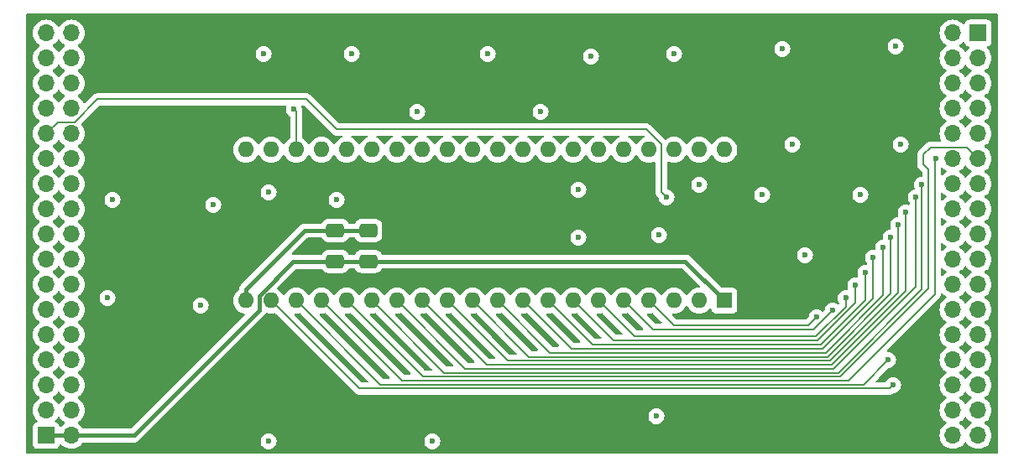
<source format=gbr>
%TF.GenerationSoftware,KiCad,Pcbnew,8.0.7-8.0.7-0~ubuntu22.04.1*%
%TF.CreationDate,2025-01-27T00:18:05+01:00*%
%TF.ProjectId,6845_v1,36383435-5f76-4312-9e6b-696361645f70,rev?*%
%TF.SameCoordinates,Original*%
%TF.FileFunction,Copper,L1,Top*%
%TF.FilePolarity,Positive*%
%FSLAX46Y46*%
G04 Gerber Fmt 4.6, Leading zero omitted, Abs format (unit mm)*
G04 Created by KiCad (PCBNEW 8.0.7-8.0.7-0~ubuntu22.04.1) date 2025-01-27 00:18:05*
%MOMM*%
%LPD*%
G01*
G04 APERTURE LIST*
G04 Aperture macros list*
%AMRoundRect*
0 Rectangle with rounded corners*
0 $1 Rounding radius*
0 $2 $3 $4 $5 $6 $7 $8 $9 X,Y pos of 4 corners*
0 Add a 4 corners polygon primitive as box body*
4,1,4,$2,$3,$4,$5,$6,$7,$8,$9,$2,$3,0*
0 Add four circle primitives for the rounded corners*
1,1,$1+$1,$2,$3*
1,1,$1+$1,$4,$5*
1,1,$1+$1,$6,$7*
1,1,$1+$1,$8,$9*
0 Add four rect primitives between the rounded corners*
20,1,$1+$1,$2,$3,$4,$5,0*
20,1,$1+$1,$4,$5,$6,$7,0*
20,1,$1+$1,$6,$7,$8,$9,0*
20,1,$1+$1,$8,$9,$2,$3,0*%
G04 Aperture macros list end*
%TA.AperFunction,SMDPad,CuDef*%
%ADD10RoundRect,0.250000X-0.650000X0.412500X-0.650000X-0.412500X0.650000X-0.412500X0.650000X0.412500X0*%
%TD*%
%TA.AperFunction,ComponentPad*%
%ADD11R,1.700000X1.700000*%
%TD*%
%TA.AperFunction,ComponentPad*%
%ADD12O,1.700000X1.700000*%
%TD*%
%TA.AperFunction,ComponentPad*%
%ADD13R,1.600000X1.600000*%
%TD*%
%TA.AperFunction,ComponentPad*%
%ADD14O,1.600000X1.600000*%
%TD*%
%TA.AperFunction,ViaPad*%
%ADD15C,0.600000*%
%TD*%
%TA.AperFunction,Conductor*%
%ADD16C,0.400000*%
%TD*%
%TA.AperFunction,Conductor*%
%ADD17C,0.200000*%
%TD*%
G04 APERTURE END LIST*
D10*
%TO.P,C2,1*%
%TO.N,+5V*%
X82150000Y-88937500D03*
%TO.P,C2,2*%
%TO.N,GND*%
X82150000Y-92062500D03*
%TD*%
%TO.P,C1,1*%
%TO.N,+5V*%
X85500000Y-88937500D03*
%TO.P,C1,2*%
%TO.N,GND*%
X85500000Y-92062500D03*
%TD*%
D11*
%TO.P,J3,1,Pin_1*%
%TO.N,unconnected-(J3-Pin_1-Pad1)*%
X147000000Y-69000000D03*
D12*
%TO.P,J3,2,Pin_2*%
%TO.N,unconnected-(J3-Pin_2-Pad2)*%
X144460000Y-69000000D03*
%TO.P,J3,3,Pin_3*%
%TO.N,unconnected-(J3-Pin_3-Pad3)*%
X147000000Y-71540000D03*
%TO.P,J3,4,Pin_4*%
%TO.N,unconnected-(J3-Pin_4-Pad4)*%
X144460000Y-71540000D03*
%TO.P,J3,5,Pin_5*%
%TO.N,/VA18*%
X147000000Y-74080000D03*
%TO.P,J3,6,Pin_6*%
%TO.N,unconnected-(J3-Pin_6-Pad6)*%
X144460000Y-74080000D03*
%TO.P,J3,7,Pin_7*%
%TO.N,/VA16*%
X147000000Y-76620000D03*
%TO.P,J3,8,Pin_8*%
%TO.N,/VA17*%
X144460000Y-76620000D03*
%TO.P,J3,9,Pin_9*%
%TO.N,/VA14*%
X147000000Y-79160000D03*
%TO.P,J3,10,Pin_10*%
%TO.N,/VA15*%
X144460000Y-79160000D03*
%TO.P,J3,11,Pin_11*%
%TO.N,/VA12*%
X147000000Y-81700000D03*
%TO.P,J3,12,Pin_12*%
%TO.N,/VA13*%
X144460000Y-81700000D03*
%TO.P,J3,13,Pin_13*%
%TO.N,/VA10*%
X147000000Y-84240000D03*
%TO.P,J3,14,Pin_14*%
%TO.N,/VA11*%
X144460000Y-84240000D03*
%TO.P,J3,15,Pin_15*%
%TO.N,/VA8*%
X147000000Y-86780000D03*
%TO.P,J3,16,Pin_16*%
%TO.N,/VA9*%
X144460000Y-86780000D03*
%TO.P,J3,17,Pin_17*%
%TO.N,/VA6*%
X147000000Y-89320000D03*
%TO.P,J3,18,Pin_18*%
%TO.N,/VA7*%
X144460000Y-89320000D03*
%TO.P,J3,19,Pin_19*%
%TO.N,/VA4*%
X147000000Y-91860000D03*
%TO.P,J3,20,Pin_20*%
%TO.N,/VA5*%
X144460000Y-91860000D03*
%TO.P,J3,21,Pin_21*%
%TO.N,/VA2*%
X147000000Y-94400000D03*
%TO.P,J3,22,Pin_22*%
%TO.N,/VA3*%
X144460000Y-94400000D03*
%TO.P,J3,23,Pin_23*%
%TO.N,/VA0*%
X147000000Y-96940000D03*
%TO.P,J3,24,Pin_24*%
%TO.N,/VA1*%
X144460000Y-96940000D03*
%TO.P,J3,25,Pin_25*%
%TO.N,/In0*%
X147000000Y-99480000D03*
%TO.P,J3,26,Pin_26*%
%TO.N,/In1*%
X144460000Y-99480000D03*
%TO.P,J3,27,Pin_27*%
%TO.N,/In2*%
X147000000Y-102020000D03*
%TO.P,J3,28,Pin_28*%
%TO.N,/DE*%
X144460000Y-102020000D03*
%TO.P,J3,29,Pin_29*%
%TO.N,/HS*%
X147000000Y-104560000D03*
%TO.P,J3,30,Pin_30*%
%TO.N,/CRSR*%
X144460000Y-104560000D03*
%TO.P,J3,31,Pin_31*%
%TO.N,/VS*%
X147000000Y-107100000D03*
%TO.P,J3,32,Pin_32*%
%TO.N,/~{RP}*%
X144460000Y-107100000D03*
%TO.P,J3,33,Pin_33*%
%TO.N,GND*%
X147000000Y-109640000D03*
%TO.P,J3,34,Pin_34*%
X144460000Y-109640000D03*
%TD*%
D13*
%TO.P,U1,1,GND*%
%TO.N,GND*%
X121412000Y-96012000D03*
D14*
%TO.P,U1,2,~{RESET}*%
%TO.N,/~{RST}*%
X118872000Y-96012000D03*
%TO.P,U1,3,LPSTB*%
%TO.N,/LP*%
X116332000Y-96012000D03*
%TO.P,U1,4,MA0*%
%TO.N,/VA0*%
X113792000Y-96012000D03*
%TO.P,U1,5,MA1*%
%TO.N,/VA1*%
X111252000Y-96012000D03*
%TO.P,U1,6,MA2*%
%TO.N,/VA2*%
X108712000Y-96012000D03*
%TO.P,U1,7,MA3*%
%TO.N,/VA3*%
X106172000Y-96012000D03*
%TO.P,U1,8,MA4*%
%TO.N,/VA4*%
X103632000Y-96012000D03*
%TO.P,U1,9,MA5*%
%TO.N,/VA5*%
X101092000Y-96012000D03*
%TO.P,U1,10,MA6*%
%TO.N,/VA6*%
X98552000Y-96012000D03*
%TO.P,U1,11,MA7*%
%TO.N,/VA7*%
X96012000Y-96012000D03*
%TO.P,U1,12,MA8*%
%TO.N,/VA8*%
X93472000Y-96012000D03*
%TO.P,U1,13,MA9*%
%TO.N,/VA9*%
X90932000Y-96012000D03*
%TO.P,U1,14,MA10*%
%TO.N,/VA10*%
X88392000Y-96012000D03*
%TO.P,U1,15,MA11*%
%TO.N,/VA11*%
X85852000Y-96012000D03*
%TO.P,U1,16,MA12*%
%TO.N,/VA12*%
X83312000Y-96012000D03*
%TO.P,U1,17,MA13*%
%TO.N,/VA13*%
X80772000Y-96012000D03*
%TO.P,U1,18,DE*%
%TO.N,/DE*%
X78232000Y-96012000D03*
%TO.P,U1,19,CURSOR*%
%TO.N,/CRSR*%
X75692000Y-96012000D03*
%TO.P,U1,20,VCC*%
%TO.N,+5V*%
X73152000Y-96012000D03*
%TO.P,U1,21,CLK*%
%TO.N,/VCLK*%
X73152000Y-80772000D03*
%TO.P,U1,22,R/~{W}*%
%TO.N,/R{slash}~{W}*%
X75692000Y-80772000D03*
%TO.P,U1,23,E*%
%TO.N,/PHI2*%
X78232000Y-80772000D03*
%TO.P,U1,24,RS*%
%TO.N,/A0#*%
X80772000Y-80772000D03*
%TO.P,U1,25,~{CS}*%
%TO.N,/~{CS}*%
X83312000Y-80772000D03*
%TO.P,U1,26,D7*%
%TO.N,/D7*%
X85852000Y-80772000D03*
%TO.P,U1,27,D6*%
%TO.N,/D6*%
X88392000Y-80772000D03*
%TO.P,U1,28,D5*%
%TO.N,/D5*%
X90932000Y-80772000D03*
%TO.P,U1,29,D4*%
%TO.N,/D4*%
X93472000Y-80772000D03*
%TO.P,U1,30,D3*%
%TO.N,/D3*%
X96012000Y-80772000D03*
%TO.P,U1,31,D2*%
%TO.N,/D2*%
X98552000Y-80772000D03*
%TO.P,U1,32,D1*%
%TO.N,/D1*%
X101092000Y-80772000D03*
%TO.P,U1,33,D0*%
%TO.N,/D0*%
X103632000Y-80772000D03*
%TO.P,U1,34,RA4*%
%TO.N,/VA18*%
X106172000Y-80772000D03*
%TO.P,U1,35,RA3*%
%TO.N,/VA17*%
X108712000Y-80772000D03*
%TO.P,U1,36,RA2*%
%TO.N,/VA16*%
X111252000Y-80772000D03*
%TO.P,U1,37,RA1*%
%TO.N,/VA15*%
X113792000Y-80772000D03*
%TO.P,U1,38,RA0*%
%TO.N,/VA14*%
X116332000Y-80772000D03*
%TO.P,U1,39,HS*%
%TO.N,/HS*%
X118872000Y-80772000D03*
%TO.P,U1,40,VS*%
%TO.N,/VS*%
X121412000Y-80772000D03*
%TD*%
D11*
%TO.P,J1,1,Pin_1*%
%TO.N,GND*%
X53000000Y-109640000D03*
D12*
%TO.P,J1,2,Pin_2*%
X55540000Y-109640000D03*
%TO.P,J1,3,Pin_3*%
%TO.N,/D1*%
X53000000Y-107100000D03*
%TO.P,J1,4,Pin_4*%
%TO.N,/D0*%
X55540000Y-107100000D03*
%TO.P,J1,5,Pin_5*%
%TO.N,/D3*%
X53000000Y-104560000D03*
%TO.P,J1,6,Pin_6*%
%TO.N,/D2*%
X55540000Y-104560000D03*
%TO.P,J1,7,Pin_7*%
%TO.N,/D5*%
X53000000Y-102020000D03*
%TO.P,J1,8,Pin_8*%
%TO.N,/D4*%
X55540000Y-102020000D03*
%TO.P,J1,9,Pin_9*%
%TO.N,/D7*%
X53000000Y-99480000D03*
%TO.P,J1,10,Pin_10*%
%TO.N,/D6*%
X55540000Y-99480000D03*
%TO.P,J1,11,Pin_11*%
%TO.N,/Out1*%
X53000000Y-96940000D03*
%TO.P,J1,12,Pin_12*%
%TO.N,/Out0*%
X55540000Y-96940000D03*
%TO.P,J1,13,Pin_13*%
%TO.N,/Out3*%
X53000000Y-94400000D03*
%TO.P,J1,14,Pin_14*%
%TO.N,/Out2*%
X55540000Y-94400000D03*
%TO.P,J1,15,Pin_15*%
%TO.N,/Out5*%
X53000000Y-91860000D03*
%TO.P,J1,16,Pin_16*%
%TO.N,/Out4*%
X55540000Y-91860000D03*
%TO.P,J1,17,Pin_17*%
%TO.N,/Out7*%
X53000000Y-89320000D03*
%TO.P,J1,18,Pin_18*%
%TO.N,/Out6*%
X55540000Y-89320000D03*
%TO.P,J1,19,Pin_19*%
%TO.N,/~{CS}*%
X53000000Y-86780000D03*
%TO.P,J1,20,Pin_20*%
%TO.N,/VCLK*%
X55540000Y-86780000D03*
%TO.P,J1,21,Pin_21*%
%TO.N,/A1#*%
X53000000Y-84240000D03*
%TO.P,J1,22,Pin_22*%
%TO.N,/R{slash}~{W}*%
X55540000Y-84240000D03*
%TO.P,J1,23,Pin_23*%
%TO.N,/~{RD}*%
X53000000Y-81700000D03*
%TO.P,J1,24,Pin_24*%
%TO.N,/A0#*%
X55540000Y-81700000D03*
%TO.P,J1,25,Pin_25*%
%TO.N,/~{RST}*%
X53000000Y-79160000D03*
%TO.P,J1,26,Pin_26*%
%TO.N,/~{WR}*%
X55540000Y-79160000D03*
%TO.P,J1,27,Pin_27*%
%TO.N,/CH0*%
X53000000Y-76620000D03*
%TO.P,J1,28,Pin_28*%
%TO.N,/PHI2*%
X55540000Y-76620000D03*
%TO.P,J1,29,Pin_29*%
%TO.N,/Y*%
X53000000Y-74080000D03*
%TO.P,J1,30,Pin_30*%
%TO.N,/A*%
X55540000Y-74080000D03*
%TO.P,J1,31,Pin_31*%
%TO.N,/B*%
X53000000Y-71540000D03*
%TO.P,J1,32,Pin_32*%
%TO.N,unconnected-(J1-Pin_32-Pad32)*%
X55540000Y-71540000D03*
%TO.P,J1,33,Pin_33*%
%TO.N,+5V*%
X53000000Y-69000000D03*
%TO.P,J1,34,Pin_34*%
X55540000Y-69000000D03*
%TD*%
D15*
%TO.N,/VA13*%
X142748000Y-81700000D03*
%TO.N,/VA11*%
X141336000Y-84328000D03*
%TO.N,/DE*%
X137922000Y-102020000D03*
%TO.N,/CRSR*%
X138430000Y-104560000D03*
%TO.N,+5V*%
X85500000Y-88937500D03*
%TO.N,/PHI2*%
X77978000Y-76708000D03*
%TO.N,*%
X90424000Y-76962000D03*
X114554000Y-107696000D03*
X59690000Y-85852000D03*
X83820000Y-71120000D03*
X68580000Y-96520000D03*
X135128000Y-85344000D03*
X107950000Y-71374000D03*
X106680000Y-89662000D03*
X102870000Y-76962000D03*
X125222000Y-85344000D03*
X75438000Y-110236000D03*
X69850000Y-86360000D03*
X127254000Y-70612000D03*
X106680000Y-84836000D03*
X139192000Y-80264000D03*
X59182000Y-95758000D03*
X129540000Y-91440000D03*
X114808000Y-89408000D03*
X97536000Y-71120000D03*
X74930000Y-71120000D03*
X91948000Y-110236000D03*
X116332000Y-71120000D03*
X118872000Y-84328000D03*
X128270000Y-80264000D03*
X75438000Y-85090000D03*
X138684000Y-70358000D03*
X82296000Y-85852000D03*
%TO.N,/VA2*%
X133658194Y-95758000D03*
%TO.N,/VA9*%
X139700000Y-87122000D03*
%TO.N,/VA5*%
X136398000Y-91694000D03*
%TO.N,/VA10*%
X140716000Y-85598000D03*
%TO.N,/VA3*%
X134620000Y-94488000D03*
%TO.N,/VA0*%
X130718355Y-97698355D03*
%TO.N,/VA8*%
X138938000Y-88392000D03*
%TO.N,/VA7*%
X138176000Y-89662000D03*
%TO.N,/~{RST}*%
X115570000Y-85598000D03*
%TO.N,/VA1*%
X132334000Y-97028000D03*
%TO.N,/VA4*%
X135636000Y-93218000D03*
%TO.N,/VA6*%
X137414000Y-90678000D03*
%TD*%
D16*
%TO.N,+5V*%
X82150000Y-88937500D02*
X79095130Y-88937500D01*
X79095130Y-88937500D02*
X73152000Y-94880630D01*
X73152000Y-94880630D02*
X73152000Y-96012000D01*
X82150000Y-88937500D02*
X85500000Y-88937500D01*
D17*
%TO.N,/VA12*%
X147000000Y-81700000D02*
X145850000Y-80550000D01*
X145850000Y-80550000D02*
X142208000Y-80550000D01*
%TO.N,/VA7*%
X101702000Y-101702000D02*
X131781686Y-101702000D01*
%TO.N,/VA12*%
X142208000Y-80550000D02*
X141478000Y-81280000D01*
X141478000Y-82296000D02*
X141986000Y-82804000D01*
%TO.N,/VA10*%
X132417372Y-102902000D02*
X140716000Y-94603372D01*
%TO.N,/VA12*%
X141986000Y-82804000D02*
X141986000Y-94799686D01*
%TO.N,/VA10*%
X95282000Y-102902000D02*
X132417372Y-102902000D01*
%TO.N,/VA13*%
X88862000Y-104102000D02*
X133896000Y-104102000D01*
X142621000Y-81827000D02*
X142748000Y-81700000D01*
%TO.N,/VA12*%
X141986000Y-94799686D02*
X133083686Y-103702000D01*
%TO.N,/VA10*%
X140716000Y-94603372D02*
X140716000Y-85598000D01*
%TO.N,/VA13*%
X133896000Y-104102000D02*
X142621000Y-95377000D01*
%TO.N,/VA12*%
X133083686Y-103702000D02*
X91002000Y-103702000D01*
%TO.N,/VA9*%
X90932000Y-96012000D02*
X97422000Y-102502000D01*
%TO.N,/CRSR*%
X75692000Y-96012000D02*
X84582000Y-104902000D01*
%TO.N,/VA7*%
X138176000Y-95307686D02*
X138176000Y-89662000D01*
X96012000Y-96012000D02*
X101702000Y-101702000D01*
%TO.N,/VA8*%
X138938000Y-95250000D02*
X138938000Y-88392000D01*
X132086000Y-102102000D02*
X138938000Y-95250000D01*
X99562000Y-102102000D02*
X132086000Y-102102000D01*
X93472000Y-96012000D02*
X99562000Y-102102000D01*
%TO.N,/VA10*%
X88392000Y-96012000D02*
X95282000Y-102902000D01*
%TO.N,/VA12*%
X141478000Y-81280000D02*
X141478000Y-82296000D01*
%TO.N,/VA9*%
X139700000Y-95053686D02*
X139700000Y-87122000D01*
%TO.N,/VA11*%
X141336000Y-94884000D02*
X141336000Y-84328000D01*
%TO.N,/VA9*%
X132251686Y-102502000D02*
X139700000Y-95053686D01*
%TO.N,/CRSR*%
X138088000Y-104902000D02*
X138430000Y-104560000D01*
%TO.N,/VA12*%
X91002000Y-103702000D02*
X83312000Y-96012000D01*
%TO.N,/VA11*%
X132918000Y-103302000D02*
X141336000Y-94884000D01*
%TO.N,/VA9*%
X97422000Y-102502000D02*
X132251686Y-102502000D01*
%TO.N,/VA11*%
X93142000Y-103302000D02*
X132918000Y-103302000D01*
%TO.N,/VA13*%
X80772000Y-96012000D02*
X88862000Y-104102000D01*
%TO.N,/DE*%
X135440000Y-104502000D02*
X137922000Y-102020000D01*
%TO.N,/VA13*%
X142621000Y-95377000D02*
X142621000Y-81827000D01*
%TO.N,/VA11*%
X85852000Y-96012000D02*
X93142000Y-103302000D01*
%TO.N,/DE*%
X86722000Y-104502000D02*
X135440000Y-104502000D01*
%TO.N,/VA7*%
X131781686Y-101702000D02*
X138176000Y-95307686D01*
%TO.N,/DE*%
X78232000Y-96012000D02*
X86722000Y-104502000D01*
%TO.N,/CRSR*%
X84582000Y-104902000D02*
X138088000Y-104902000D01*
%TO.N,/VA1*%
X130410000Y-98952000D02*
X132334000Y-97028000D01*
%TO.N,/VA0*%
X116332000Y-98552000D02*
X113792000Y-96012000D01*
%TO.N,/VA1*%
X114192000Y-98952000D02*
X130410000Y-98952000D01*
X111252000Y-96012000D02*
X114192000Y-98952000D01*
%TO.N,/VA0*%
X130718355Y-97698355D02*
X129864710Y-98552000D01*
X129864710Y-98552000D02*
X116332000Y-98552000D01*
%TO.N,/VA6*%
X131642000Y-101276000D02*
X137414000Y-95504000D01*
X103816000Y-101276000D02*
X131642000Y-101276000D01*
X98552000Y-96012000D02*
X103816000Y-101276000D01*
X137414000Y-95504000D02*
X137414000Y-90678000D01*
%TO.N,/VA5*%
X136398000Y-95815686D02*
X136398000Y-91694000D01*
X131337686Y-100876000D02*
X136398000Y-95815686D01*
X105956000Y-100876000D02*
X131337686Y-100876000D01*
X101092000Y-96012000D02*
X105956000Y-100876000D01*
%TO.N,/VA4*%
X108096000Y-100476000D02*
X131172000Y-100476000D01*
X103632000Y-96012000D02*
X108096000Y-100476000D01*
X131172000Y-100476000D02*
X135636000Y-96012000D01*
X135636000Y-96012000D02*
X135636000Y-93218000D01*
%TO.N,/VA3*%
X130770925Y-100076000D02*
X134620000Y-96226925D01*
X110236000Y-100076000D02*
X130770925Y-100076000D01*
X134620000Y-96226925D02*
X134620000Y-94488000D01*
X106172000Y-96012000D02*
X110236000Y-100076000D01*
%TO.N,/VA2*%
X133658194Y-96623045D02*
X133658194Y-95758000D01*
X130675239Y-99606000D02*
X133658194Y-96623045D01*
X112306000Y-99606000D02*
X130675239Y-99606000D01*
X108712000Y-96012000D02*
X112306000Y-99606000D01*
%TO.N,/~{RST}*%
X115570000Y-85598000D02*
X115062000Y-85090000D01*
X115062000Y-85090000D02*
X115062000Y-80264000D01*
X115062000Y-80264000D02*
X113538000Y-78740000D01*
X54150000Y-78010000D02*
X53000000Y-79160000D01*
X113538000Y-78740000D02*
X82296000Y-78740000D01*
X82296000Y-78740000D02*
X79248000Y-75692000D01*
X79248000Y-75692000D02*
X58166000Y-75692000D01*
X58166000Y-75692000D02*
X55848000Y-78010000D01*
X55848000Y-78010000D02*
X54150000Y-78010000D01*
%TO.N,/PHI2*%
X77978000Y-76708000D02*
X78232000Y-76962000D01*
X78232000Y-76962000D02*
X78232000Y-80772000D01*
D16*
%TO.N,GND*%
X61860000Y-109640000D02*
X53000000Y-109640000D01*
X77900693Y-92106250D02*
X74492000Y-95514943D01*
X82150000Y-92062500D02*
X82106250Y-92106250D01*
X117462500Y-92062500D02*
X121412000Y-96012000D01*
X74492000Y-97008000D02*
X61860000Y-109640000D01*
X74492000Y-95514943D02*
X74492000Y-97008000D01*
X82106250Y-92106250D02*
X77900693Y-92106250D01*
X82150000Y-92062500D02*
X117462500Y-92062500D01*
%TD*%
%TA.AperFunction,NonConductor*%
G36*
X148942539Y-67020185D02*
G01*
X148988294Y-67072989D01*
X148999500Y-67124500D01*
X148999500Y-111375500D01*
X148979815Y-111442539D01*
X148927011Y-111488294D01*
X148875500Y-111499500D01*
X51124500Y-111499500D01*
X51057461Y-111479815D01*
X51011706Y-111427011D01*
X51000500Y-111375500D01*
X51000500Y-68999999D01*
X51644341Y-68999999D01*
X51644341Y-69000000D01*
X51664936Y-69235403D01*
X51664938Y-69235413D01*
X51726094Y-69463655D01*
X51726096Y-69463659D01*
X51726097Y-69463663D01*
X51806004Y-69635023D01*
X51825965Y-69677830D01*
X51825967Y-69677834D01*
X51861223Y-69728184D01*
X51961501Y-69871396D01*
X51961506Y-69871402D01*
X52128597Y-70038493D01*
X52128603Y-70038498D01*
X52314158Y-70168425D01*
X52357783Y-70223002D01*
X52364977Y-70292500D01*
X52333454Y-70354855D01*
X52314158Y-70371575D01*
X52128597Y-70501505D01*
X51961505Y-70668597D01*
X51825965Y-70862169D01*
X51825964Y-70862171D01*
X51726098Y-71076335D01*
X51726094Y-71076344D01*
X51664938Y-71304586D01*
X51664936Y-71304596D01*
X51644341Y-71539999D01*
X51644341Y-71540000D01*
X51664936Y-71775403D01*
X51664938Y-71775413D01*
X51726094Y-72003655D01*
X51726096Y-72003659D01*
X51726097Y-72003663D01*
X51798704Y-72159368D01*
X51825965Y-72217830D01*
X51825967Y-72217834D01*
X51934281Y-72372521D01*
X51961501Y-72411396D01*
X51961506Y-72411402D01*
X52128597Y-72578493D01*
X52128603Y-72578498D01*
X52314158Y-72708425D01*
X52357783Y-72763002D01*
X52364977Y-72832500D01*
X52333454Y-72894855D01*
X52314158Y-72911575D01*
X52128597Y-73041505D01*
X51961505Y-73208597D01*
X51825965Y-73402169D01*
X51825964Y-73402171D01*
X51726098Y-73616335D01*
X51726094Y-73616344D01*
X51664938Y-73844586D01*
X51664936Y-73844596D01*
X51644341Y-74079999D01*
X51644341Y-74080000D01*
X51664936Y-74315403D01*
X51664938Y-74315413D01*
X51726094Y-74543655D01*
X51726096Y-74543659D01*
X51726097Y-74543663D01*
X51730000Y-74552032D01*
X51825965Y-74757830D01*
X51825967Y-74757834D01*
X51934281Y-74912521D01*
X51961501Y-74951396D01*
X51961506Y-74951402D01*
X52128597Y-75118493D01*
X52128603Y-75118498D01*
X52314158Y-75248425D01*
X52357783Y-75303002D01*
X52364977Y-75372500D01*
X52333454Y-75434855D01*
X52314158Y-75451575D01*
X52128597Y-75581505D01*
X51961505Y-75748597D01*
X51825965Y-75942169D01*
X51825964Y-75942171D01*
X51726098Y-76156335D01*
X51726094Y-76156344D01*
X51664938Y-76384586D01*
X51664936Y-76384596D01*
X51644341Y-76619999D01*
X51644341Y-76620000D01*
X51664936Y-76855403D01*
X51664938Y-76855413D01*
X51726094Y-77083655D01*
X51726096Y-77083659D01*
X51726097Y-77083663D01*
X51752953Y-77141255D01*
X51825965Y-77297830D01*
X51825967Y-77297834D01*
X51904157Y-77409500D01*
X51961501Y-77491396D01*
X51961506Y-77491402D01*
X52128597Y-77658493D01*
X52128603Y-77658498D01*
X52314158Y-77788425D01*
X52357783Y-77843002D01*
X52364977Y-77912500D01*
X52333454Y-77974855D01*
X52314158Y-77991575D01*
X52128597Y-78121505D01*
X51961505Y-78288597D01*
X51825965Y-78482169D01*
X51825964Y-78482171D01*
X51726098Y-78696335D01*
X51726094Y-78696344D01*
X51664938Y-78924586D01*
X51664936Y-78924596D01*
X51644341Y-79159999D01*
X51644341Y-79160000D01*
X51664936Y-79395403D01*
X51664938Y-79395413D01*
X51726094Y-79623655D01*
X51726096Y-79623659D01*
X51726097Y-79623663D01*
X51800620Y-79783478D01*
X51825965Y-79837830D01*
X51825967Y-79837834D01*
X51904157Y-79949500D01*
X51961501Y-80031396D01*
X51961506Y-80031402D01*
X52128597Y-80198493D01*
X52128603Y-80198498D01*
X52314158Y-80328425D01*
X52357783Y-80383002D01*
X52364977Y-80452500D01*
X52333454Y-80514855D01*
X52314158Y-80531575D01*
X52128597Y-80661505D01*
X51961505Y-80828597D01*
X51825965Y-81022169D01*
X51825964Y-81022171D01*
X51726098Y-81236335D01*
X51726094Y-81236344D01*
X51664938Y-81464586D01*
X51664936Y-81464596D01*
X51644341Y-81699999D01*
X51644341Y-81700000D01*
X51664936Y-81935403D01*
X51664938Y-81935413D01*
X51726094Y-82163655D01*
X51726096Y-82163659D01*
X51726097Y-82163663D01*
X51750940Y-82216939D01*
X51825965Y-82377830D01*
X51825967Y-82377834D01*
X51930965Y-82527785D01*
X51961504Y-82571400D01*
X51961505Y-82571401D01*
X52128597Y-82738493D01*
X52128603Y-82738498D01*
X52314158Y-82868425D01*
X52357783Y-82923002D01*
X52364977Y-82992500D01*
X52333454Y-83054855D01*
X52314158Y-83071575D01*
X52128597Y-83201505D01*
X51961505Y-83368597D01*
X51825965Y-83562169D01*
X51825964Y-83562171D01*
X51726098Y-83776335D01*
X51726094Y-83776344D01*
X51664938Y-84004586D01*
X51664936Y-84004596D01*
X51644341Y-84239999D01*
X51644341Y-84240000D01*
X51664936Y-84475403D01*
X51664938Y-84475413D01*
X51726094Y-84703655D01*
X51726096Y-84703659D01*
X51726097Y-84703663D01*
X51806004Y-84875023D01*
X51825965Y-84917830D01*
X51825967Y-84917834D01*
X51916015Y-85046435D01*
X51961501Y-85111396D01*
X51961506Y-85111402D01*
X52128597Y-85278493D01*
X52128603Y-85278498D01*
X52314158Y-85408425D01*
X52357783Y-85463002D01*
X52364977Y-85532500D01*
X52333454Y-85594855D01*
X52314158Y-85611575D01*
X52128597Y-85741505D01*
X51961505Y-85908597D01*
X51825965Y-86102169D01*
X51825964Y-86102171D01*
X51726098Y-86316335D01*
X51726094Y-86316344D01*
X51664938Y-86544586D01*
X51664936Y-86544596D01*
X51644341Y-86779999D01*
X51644341Y-86780000D01*
X51664936Y-87015403D01*
X51664938Y-87015413D01*
X51726094Y-87243655D01*
X51726096Y-87243659D01*
X51726097Y-87243663D01*
X51730000Y-87252032D01*
X51825965Y-87457830D01*
X51825967Y-87457834D01*
X51898760Y-87561792D01*
X51961501Y-87651396D01*
X51961506Y-87651402D01*
X52128597Y-87818493D01*
X52128603Y-87818498D01*
X52314158Y-87948425D01*
X52357783Y-88003002D01*
X52364977Y-88072500D01*
X52333454Y-88134855D01*
X52314158Y-88151575D01*
X52128597Y-88281505D01*
X51961505Y-88448597D01*
X51825965Y-88642169D01*
X51825964Y-88642171D01*
X51726098Y-88856335D01*
X51726094Y-88856344D01*
X51664938Y-89084586D01*
X51664936Y-89084596D01*
X51644341Y-89319999D01*
X51644341Y-89320000D01*
X51664936Y-89555403D01*
X51664938Y-89555413D01*
X51726094Y-89783655D01*
X51726096Y-89783659D01*
X51726097Y-89783663D01*
X51806004Y-89955023D01*
X51825965Y-89997830D01*
X51825967Y-89997834D01*
X51897855Y-90100500D01*
X51961501Y-90191396D01*
X51961506Y-90191402D01*
X52128597Y-90358493D01*
X52128603Y-90358498D01*
X52314158Y-90488425D01*
X52357783Y-90543002D01*
X52364977Y-90612500D01*
X52333454Y-90674855D01*
X52314158Y-90691575D01*
X52128597Y-90821505D01*
X51961505Y-90988597D01*
X51825965Y-91182169D01*
X51825964Y-91182171D01*
X51726098Y-91396335D01*
X51726094Y-91396344D01*
X51664938Y-91624586D01*
X51664936Y-91624596D01*
X51644341Y-91859999D01*
X51644341Y-91860000D01*
X51664936Y-92095403D01*
X51664938Y-92095413D01*
X51726094Y-92323655D01*
X51726096Y-92323659D01*
X51726097Y-92323663D01*
X51806004Y-92495023D01*
X51825965Y-92537830D01*
X51825967Y-92537834D01*
X51861223Y-92588184D01*
X51961501Y-92731396D01*
X51961506Y-92731402D01*
X52128597Y-92898493D01*
X52128603Y-92898498D01*
X52314158Y-93028425D01*
X52357783Y-93083002D01*
X52364977Y-93152500D01*
X52333454Y-93214855D01*
X52314158Y-93231575D01*
X52128597Y-93361505D01*
X51961505Y-93528597D01*
X51825965Y-93722169D01*
X51825964Y-93722171D01*
X51726098Y-93936335D01*
X51726094Y-93936344D01*
X51664938Y-94164586D01*
X51664936Y-94164596D01*
X51644341Y-94399999D01*
X51644341Y-94400000D01*
X51664936Y-94635403D01*
X51664938Y-94635413D01*
X51726094Y-94863655D01*
X51726096Y-94863659D01*
X51726097Y-94863663D01*
X51806004Y-95035023D01*
X51825965Y-95077830D01*
X51825967Y-95077834D01*
X51886392Y-95164129D01*
X51961501Y-95271396D01*
X51961506Y-95271402D01*
X52128597Y-95438493D01*
X52128603Y-95438498D01*
X52314158Y-95568425D01*
X52357783Y-95623002D01*
X52364977Y-95692500D01*
X52333454Y-95754855D01*
X52314158Y-95771575D01*
X52128597Y-95901505D01*
X51961505Y-96068597D01*
X51825965Y-96262169D01*
X51825964Y-96262171D01*
X51726098Y-96476335D01*
X51726094Y-96476344D01*
X51664938Y-96704586D01*
X51664936Y-96704596D01*
X51644341Y-96939999D01*
X51644341Y-96940000D01*
X51664936Y-97175403D01*
X51664938Y-97175413D01*
X51726094Y-97403655D01*
X51726096Y-97403659D01*
X51726097Y-97403663D01*
X51779929Y-97519105D01*
X51825965Y-97617830D01*
X51825967Y-97617834D01*
X51934281Y-97772521D01*
X51961501Y-97811396D01*
X51961506Y-97811402D01*
X52128597Y-97978493D01*
X52128603Y-97978498D01*
X52314158Y-98108425D01*
X52357783Y-98163002D01*
X52364977Y-98232500D01*
X52333454Y-98294855D01*
X52314158Y-98311575D01*
X52128597Y-98441505D01*
X51961505Y-98608597D01*
X51825965Y-98802169D01*
X51825964Y-98802171D01*
X51726098Y-99016335D01*
X51726094Y-99016344D01*
X51664938Y-99244586D01*
X51664936Y-99244596D01*
X51644341Y-99479999D01*
X51644341Y-99480000D01*
X51664936Y-99715403D01*
X51664938Y-99715413D01*
X51726094Y-99943655D01*
X51726096Y-99943659D01*
X51726097Y-99943663D01*
X51730000Y-99952032D01*
X51825965Y-100157830D01*
X51825967Y-100157834D01*
X51891040Y-100250767D01*
X51961501Y-100351396D01*
X51961506Y-100351402D01*
X52128597Y-100518493D01*
X52128603Y-100518498D01*
X52314158Y-100648425D01*
X52357783Y-100703002D01*
X52364977Y-100772500D01*
X52333454Y-100834855D01*
X52314158Y-100851575D01*
X52128597Y-100981505D01*
X51961505Y-101148597D01*
X51825965Y-101342169D01*
X51825964Y-101342171D01*
X51726098Y-101556335D01*
X51726094Y-101556344D01*
X51664938Y-101784586D01*
X51664936Y-101784596D01*
X51644341Y-102019999D01*
X51644341Y-102020000D01*
X51664936Y-102255403D01*
X51664938Y-102255413D01*
X51726094Y-102483655D01*
X51726096Y-102483659D01*
X51726097Y-102483663D01*
X51816143Y-102676767D01*
X51825965Y-102697830D01*
X51825967Y-102697834D01*
X51859546Y-102745789D01*
X51961501Y-102891396D01*
X51961506Y-102891402D01*
X52128597Y-103058493D01*
X52128603Y-103058498D01*
X52314158Y-103188425D01*
X52357783Y-103243002D01*
X52364977Y-103312500D01*
X52333454Y-103374855D01*
X52314158Y-103391575D01*
X52128597Y-103521505D01*
X51961505Y-103688597D01*
X51825965Y-103882169D01*
X51825964Y-103882171D01*
X51726098Y-104096335D01*
X51726094Y-104096344D01*
X51664938Y-104324586D01*
X51664936Y-104324596D01*
X51644341Y-104559999D01*
X51644341Y-104560000D01*
X51664936Y-104795403D01*
X51664938Y-104795413D01*
X51726094Y-105023655D01*
X51726096Y-105023659D01*
X51726097Y-105023663D01*
X51730000Y-105032032D01*
X51825965Y-105237830D01*
X51825967Y-105237834D01*
X51927281Y-105382524D01*
X51961505Y-105431401D01*
X52128597Y-105598493D01*
X52128603Y-105598498D01*
X52314158Y-105728425D01*
X52357783Y-105783002D01*
X52364977Y-105852500D01*
X52333454Y-105914855D01*
X52314158Y-105931575D01*
X52128597Y-106061505D01*
X51961505Y-106228597D01*
X51825965Y-106422169D01*
X51825964Y-106422171D01*
X51726098Y-106636335D01*
X51726094Y-106636344D01*
X51664938Y-106864586D01*
X51664936Y-106864596D01*
X51644341Y-107099999D01*
X51644341Y-107100000D01*
X51664936Y-107335403D01*
X51664938Y-107335413D01*
X51726094Y-107563655D01*
X51726096Y-107563659D01*
X51726097Y-107563663D01*
X51806004Y-107735023D01*
X51825965Y-107777830D01*
X51825967Y-107777834D01*
X51934281Y-107932521D01*
X51961501Y-107971396D01*
X51961506Y-107971402D01*
X52083430Y-108093326D01*
X52116915Y-108154649D01*
X52111931Y-108224341D01*
X52070059Y-108280274D01*
X52039083Y-108297189D01*
X51907669Y-108346203D01*
X51907664Y-108346206D01*
X51792455Y-108432452D01*
X51792452Y-108432455D01*
X51706206Y-108547664D01*
X51706202Y-108547671D01*
X51655908Y-108682517D01*
X51649501Y-108742116D01*
X51649500Y-108742135D01*
X51649500Y-110537870D01*
X51649501Y-110537876D01*
X51655908Y-110597483D01*
X51706202Y-110732328D01*
X51706206Y-110732335D01*
X51792452Y-110847544D01*
X51792455Y-110847547D01*
X51907664Y-110933793D01*
X51907671Y-110933797D01*
X52042517Y-110984091D01*
X52042516Y-110984091D01*
X52049444Y-110984835D01*
X52102127Y-110990500D01*
X53897872Y-110990499D01*
X53957483Y-110984091D01*
X54092331Y-110933796D01*
X54207546Y-110847546D01*
X54293796Y-110732331D01*
X54342810Y-110600916D01*
X54384681Y-110544984D01*
X54450145Y-110520566D01*
X54518418Y-110535417D01*
X54546673Y-110556569D01*
X54668599Y-110678495D01*
X54753955Y-110738262D01*
X54862165Y-110814032D01*
X54862167Y-110814033D01*
X54862170Y-110814035D01*
X55076337Y-110913903D01*
X55304592Y-110975063D01*
X55481034Y-110990500D01*
X55539999Y-110995659D01*
X55540000Y-110995659D01*
X55540001Y-110995659D01*
X55598966Y-110990500D01*
X55775408Y-110975063D01*
X56003663Y-110913903D01*
X56217830Y-110814035D01*
X56411401Y-110678495D01*
X56578495Y-110511401D01*
X56661136Y-110393376D01*
X56715713Y-110349752D01*
X56762711Y-110340500D01*
X61928996Y-110340500D01*
X62042962Y-110317830D01*
X62064328Y-110313580D01*
X62140045Y-110282217D01*
X62191807Y-110260777D01*
X62191808Y-110260776D01*
X62191811Y-110260775D01*
X62228896Y-110235996D01*
X74632435Y-110235996D01*
X74632435Y-110236003D01*
X74652630Y-110415249D01*
X74652631Y-110415254D01*
X74712211Y-110585523D01*
X74770630Y-110678495D01*
X74808184Y-110738262D01*
X74935738Y-110865816D01*
X75088478Y-110961789D01*
X75185273Y-110995659D01*
X75258745Y-111021368D01*
X75258750Y-111021369D01*
X75437996Y-111041565D01*
X75438000Y-111041565D01*
X75438004Y-111041565D01*
X75617249Y-111021369D01*
X75617252Y-111021368D01*
X75617255Y-111021368D01*
X75787522Y-110961789D01*
X75940262Y-110865816D01*
X76067816Y-110738262D01*
X76163789Y-110585522D01*
X76223368Y-110415255D01*
X76225833Y-110393377D01*
X76243565Y-110236003D01*
X76243565Y-110235996D01*
X91142435Y-110235996D01*
X91142435Y-110236003D01*
X91162630Y-110415249D01*
X91162631Y-110415254D01*
X91222211Y-110585523D01*
X91280630Y-110678495D01*
X91318184Y-110738262D01*
X91445738Y-110865816D01*
X91598478Y-110961789D01*
X91695273Y-110995659D01*
X91768745Y-111021368D01*
X91768750Y-111021369D01*
X91947996Y-111041565D01*
X91948000Y-111041565D01*
X91948004Y-111041565D01*
X92127249Y-111021369D01*
X92127252Y-111021368D01*
X92127255Y-111021368D01*
X92297522Y-110961789D01*
X92450262Y-110865816D01*
X92577816Y-110738262D01*
X92673789Y-110585522D01*
X92733368Y-110415255D01*
X92735833Y-110393377D01*
X92753565Y-110236003D01*
X92753565Y-110235996D01*
X92733369Y-110056750D01*
X92733368Y-110056745D01*
X92673788Y-109886476D01*
X92577815Y-109733737D01*
X92450262Y-109606184D01*
X92297523Y-109510211D01*
X92127254Y-109450631D01*
X92127249Y-109450630D01*
X91948004Y-109430435D01*
X91947996Y-109430435D01*
X91768750Y-109450630D01*
X91768745Y-109450631D01*
X91598476Y-109510211D01*
X91445737Y-109606184D01*
X91318184Y-109733737D01*
X91222211Y-109886476D01*
X91162631Y-110056745D01*
X91162630Y-110056750D01*
X91142435Y-110235996D01*
X76243565Y-110235996D01*
X76223369Y-110056750D01*
X76223368Y-110056745D01*
X76163788Y-109886476D01*
X76067815Y-109733737D01*
X75940262Y-109606184D01*
X75787523Y-109510211D01*
X75617254Y-109450631D01*
X75617249Y-109450630D01*
X75438004Y-109430435D01*
X75437996Y-109430435D01*
X75258750Y-109450630D01*
X75258745Y-109450631D01*
X75088476Y-109510211D01*
X74935737Y-109606184D01*
X74808184Y-109733737D01*
X74712211Y-109886476D01*
X74652631Y-110056745D01*
X74652630Y-110056750D01*
X74632435Y-110235996D01*
X62228896Y-110235996D01*
X62306543Y-110184114D01*
X64794661Y-107695996D01*
X113748435Y-107695996D01*
X113748435Y-107696003D01*
X113768630Y-107875249D01*
X113768631Y-107875254D01*
X113828211Y-108045523D01*
X113886630Y-108138495D01*
X113924184Y-108198262D01*
X114051738Y-108325816D01*
X114204478Y-108421789D01*
X114330726Y-108465965D01*
X114374745Y-108481368D01*
X114374750Y-108481369D01*
X114553996Y-108501565D01*
X114554000Y-108501565D01*
X114554004Y-108501565D01*
X114733249Y-108481369D01*
X114733252Y-108481368D01*
X114733255Y-108481368D01*
X114903522Y-108421789D01*
X115056262Y-108325816D01*
X115183816Y-108198262D01*
X115279789Y-108045522D01*
X115339368Y-107875255D01*
X115339369Y-107875249D01*
X115359565Y-107696003D01*
X115359565Y-107695996D01*
X115339369Y-107516750D01*
X115339368Y-107516745D01*
X115279788Y-107346476D01*
X115183815Y-107193737D01*
X115056262Y-107066184D01*
X114903523Y-106970211D01*
X114733254Y-106910631D01*
X114733249Y-106910630D01*
X114554004Y-106890435D01*
X114553996Y-106890435D01*
X114374750Y-106910630D01*
X114374745Y-106910631D01*
X114204476Y-106970211D01*
X114051737Y-107066184D01*
X113924184Y-107193737D01*
X113828211Y-107346476D01*
X113768631Y-107516745D01*
X113768630Y-107516750D01*
X113748435Y-107695996D01*
X64794661Y-107695996D01*
X75036114Y-97454543D01*
X75112775Y-97339811D01*
X75122102Y-97317293D01*
X75165939Y-97262891D01*
X75232232Y-97240823D01*
X75268753Y-97244968D01*
X75465308Y-97297635D01*
X75607361Y-97310063D01*
X75691998Y-97317468D01*
X75692000Y-97317468D01*
X75692002Y-97317468D01*
X75748807Y-97312498D01*
X75918692Y-97297635D01*
X76014932Y-97271847D01*
X76084781Y-97273510D01*
X76134705Y-97303940D01*
X84213284Y-105382520D01*
X84213286Y-105382521D01*
X84213290Y-105382524D01*
X84350209Y-105461573D01*
X84350212Y-105461575D01*
X84350216Y-105461577D01*
X84502943Y-105502501D01*
X84502945Y-105502501D01*
X84668654Y-105502501D01*
X84668670Y-105502500D01*
X138001331Y-105502500D01*
X138001347Y-105502501D01*
X138008943Y-105502501D01*
X138167054Y-105502501D01*
X138167057Y-105502501D01*
X138319785Y-105461577D01*
X138372051Y-105431401D01*
X138456716Y-105382520D01*
X138456723Y-105382512D01*
X138459859Y-105380107D01*
X138463297Y-105378720D01*
X138463755Y-105378456D01*
X138463792Y-105378520D01*
X138521466Y-105355258D01*
X138609255Y-105345368D01*
X138779522Y-105285789D01*
X138932262Y-105189816D01*
X139059816Y-105062262D01*
X139155789Y-104909522D01*
X139215368Y-104739255D01*
X139235565Y-104560000D01*
X139215368Y-104380745D01*
X139155789Y-104210478D01*
X139059816Y-104057738D01*
X138932262Y-103930184D01*
X138855847Y-103882169D01*
X138779523Y-103834211D01*
X138609254Y-103774631D01*
X138609249Y-103774630D01*
X138430004Y-103754435D01*
X138429996Y-103754435D01*
X138250750Y-103774630D01*
X138250745Y-103774631D01*
X138080476Y-103834211D01*
X137927737Y-103930184D01*
X137800184Y-104057737D01*
X137704210Y-104210479D01*
X137701420Y-104218453D01*
X137660699Y-104275229D01*
X137595747Y-104300978D01*
X137584378Y-104301500D01*
X136789097Y-104301500D01*
X136722058Y-104281815D01*
X136676303Y-104229011D01*
X136666359Y-104159853D01*
X136695384Y-104096297D01*
X136701416Y-104089819D01*
X136970401Y-103820834D01*
X137940535Y-102850698D01*
X138001856Y-102817215D01*
X138014311Y-102815163D01*
X138101255Y-102805368D01*
X138271522Y-102745789D01*
X138424262Y-102649816D01*
X138551816Y-102522262D01*
X138647789Y-102369522D01*
X138707368Y-102199255D01*
X138712789Y-102151142D01*
X138727565Y-102020003D01*
X138727565Y-102019996D01*
X138707369Y-101840750D01*
X138707368Y-101840745D01*
X138687717Y-101784586D01*
X138647789Y-101670478D01*
X138551816Y-101517738D01*
X138424262Y-101390184D01*
X138347847Y-101342169D01*
X138271523Y-101294211D01*
X138101254Y-101234631D01*
X138101250Y-101234630D01*
X137917953Y-101213978D01*
X137853539Y-101186911D01*
X137813984Y-101129316D01*
X137811847Y-101059479D01*
X137844154Y-101003079D01*
X142979506Y-95867728D01*
X142979511Y-95867724D01*
X142989714Y-95857520D01*
X142989716Y-95857520D01*
X143101520Y-95745716D01*
X143180577Y-95608784D01*
X143214606Y-95481785D01*
X143221500Y-95456058D01*
X143221500Y-95370758D01*
X143241185Y-95303719D01*
X143293989Y-95257964D01*
X143363147Y-95248020D01*
X143426703Y-95277045D01*
X143433181Y-95283077D01*
X143588597Y-95438493D01*
X143588603Y-95438498D01*
X143774158Y-95568425D01*
X143817783Y-95623002D01*
X143824977Y-95692500D01*
X143793454Y-95754855D01*
X143774158Y-95771575D01*
X143588597Y-95901505D01*
X143421505Y-96068597D01*
X143285965Y-96262169D01*
X143285964Y-96262171D01*
X143186098Y-96476335D01*
X143186094Y-96476344D01*
X143124938Y-96704586D01*
X143124936Y-96704596D01*
X143104341Y-96939999D01*
X143104341Y-96940000D01*
X143124936Y-97175403D01*
X143124938Y-97175413D01*
X143186094Y-97403655D01*
X143186096Y-97403659D01*
X143186097Y-97403663D01*
X143239929Y-97519105D01*
X143285965Y-97617830D01*
X143285967Y-97617834D01*
X143394281Y-97772521D01*
X143421501Y-97811396D01*
X143421506Y-97811402D01*
X143588597Y-97978493D01*
X143588603Y-97978498D01*
X143774158Y-98108425D01*
X143817783Y-98163002D01*
X143824977Y-98232500D01*
X143793454Y-98294855D01*
X143774158Y-98311575D01*
X143588597Y-98441505D01*
X143421505Y-98608597D01*
X143285965Y-98802169D01*
X143285964Y-98802171D01*
X143186098Y-99016335D01*
X143186094Y-99016344D01*
X143124938Y-99244586D01*
X143124936Y-99244596D01*
X143104341Y-99479999D01*
X143104341Y-99480000D01*
X143124936Y-99715403D01*
X143124938Y-99715413D01*
X143186094Y-99943655D01*
X143186096Y-99943659D01*
X143186097Y-99943663D01*
X143190000Y-99952032D01*
X143285965Y-100157830D01*
X143285967Y-100157834D01*
X143351040Y-100250767D01*
X143421501Y-100351396D01*
X143421506Y-100351402D01*
X143588597Y-100518493D01*
X143588603Y-100518498D01*
X143774158Y-100648425D01*
X143817783Y-100703002D01*
X143824977Y-100772500D01*
X143793454Y-100834855D01*
X143774158Y-100851575D01*
X143588597Y-100981505D01*
X143421505Y-101148597D01*
X143285965Y-101342169D01*
X143285964Y-101342171D01*
X143186098Y-101556335D01*
X143186094Y-101556344D01*
X143124938Y-101784586D01*
X143124936Y-101784596D01*
X143104341Y-102019999D01*
X143104341Y-102020000D01*
X143124936Y-102255403D01*
X143124938Y-102255413D01*
X143186094Y-102483655D01*
X143186096Y-102483659D01*
X143186097Y-102483663D01*
X143276143Y-102676767D01*
X143285965Y-102697830D01*
X143285967Y-102697834D01*
X143319546Y-102745789D01*
X143421501Y-102891396D01*
X143421506Y-102891402D01*
X143588597Y-103058493D01*
X143588603Y-103058498D01*
X143774158Y-103188425D01*
X143817783Y-103243002D01*
X143824977Y-103312500D01*
X143793454Y-103374855D01*
X143774158Y-103391575D01*
X143588597Y-103521505D01*
X143421505Y-103688597D01*
X143285965Y-103882169D01*
X143285964Y-103882171D01*
X143186098Y-104096335D01*
X143186094Y-104096344D01*
X143124938Y-104324586D01*
X143124936Y-104324596D01*
X143104341Y-104559999D01*
X143104341Y-104560000D01*
X143124936Y-104795403D01*
X143124938Y-104795413D01*
X143186094Y-105023655D01*
X143186096Y-105023659D01*
X143186097Y-105023663D01*
X143190000Y-105032032D01*
X143285965Y-105237830D01*
X143285967Y-105237834D01*
X143387281Y-105382524D01*
X143421505Y-105431401D01*
X143588597Y-105598493D01*
X143588603Y-105598498D01*
X143774158Y-105728425D01*
X143817783Y-105783002D01*
X143824977Y-105852500D01*
X143793454Y-105914855D01*
X143774158Y-105931575D01*
X143588597Y-106061505D01*
X143421505Y-106228597D01*
X143285965Y-106422169D01*
X143285964Y-106422171D01*
X143186098Y-106636335D01*
X143186094Y-106636344D01*
X143124938Y-106864586D01*
X143124936Y-106864596D01*
X143104341Y-107099999D01*
X143104341Y-107100000D01*
X143124936Y-107335403D01*
X143124938Y-107335413D01*
X143186094Y-107563655D01*
X143186096Y-107563659D01*
X143186097Y-107563663D01*
X143266004Y-107735023D01*
X143285965Y-107777830D01*
X143285967Y-107777834D01*
X143394281Y-107932521D01*
X143421501Y-107971396D01*
X143421506Y-107971402D01*
X143588597Y-108138493D01*
X143588603Y-108138498D01*
X143774158Y-108268425D01*
X143817783Y-108323002D01*
X143824977Y-108392500D01*
X143793454Y-108454855D01*
X143774158Y-108471575D01*
X143588597Y-108601505D01*
X143421505Y-108768597D01*
X143285965Y-108962169D01*
X143285964Y-108962171D01*
X143186098Y-109176335D01*
X143186094Y-109176344D01*
X143124938Y-109404586D01*
X143124936Y-109404596D01*
X143104341Y-109639999D01*
X143104341Y-109640000D01*
X143124936Y-109875403D01*
X143124938Y-109875413D01*
X143186094Y-110103655D01*
X143186096Y-110103659D01*
X143186097Y-110103663D01*
X143259360Y-110260775D01*
X143285965Y-110317830D01*
X143285967Y-110317834D01*
X143394281Y-110472521D01*
X143421505Y-110511401D01*
X143588599Y-110678495D01*
X143673955Y-110738262D01*
X143782165Y-110814032D01*
X143782167Y-110814033D01*
X143782170Y-110814035D01*
X143996337Y-110913903D01*
X144224592Y-110975063D01*
X144401034Y-110990500D01*
X144459999Y-110995659D01*
X144460000Y-110995659D01*
X144460001Y-110995659D01*
X144518966Y-110990500D01*
X144695408Y-110975063D01*
X144923663Y-110913903D01*
X145137830Y-110814035D01*
X145331401Y-110678495D01*
X145498495Y-110511401D01*
X145628425Y-110325842D01*
X145683002Y-110282217D01*
X145752500Y-110275023D01*
X145814855Y-110306546D01*
X145831575Y-110325842D01*
X145961500Y-110511395D01*
X145961505Y-110511401D01*
X146128599Y-110678495D01*
X146213955Y-110738262D01*
X146322165Y-110814032D01*
X146322167Y-110814033D01*
X146322170Y-110814035D01*
X146536337Y-110913903D01*
X146764592Y-110975063D01*
X146941034Y-110990500D01*
X146999999Y-110995659D01*
X147000000Y-110995659D01*
X147000001Y-110995659D01*
X147058966Y-110990500D01*
X147235408Y-110975063D01*
X147463663Y-110913903D01*
X147677830Y-110814035D01*
X147871401Y-110678495D01*
X148038495Y-110511401D01*
X148174035Y-110317830D01*
X148273903Y-110103663D01*
X148335063Y-109875408D01*
X148355659Y-109640000D01*
X148335063Y-109404592D01*
X148273903Y-109176337D01*
X148174035Y-108962171D01*
X148168425Y-108954158D01*
X148038494Y-108768597D01*
X147871402Y-108601506D01*
X147871396Y-108601501D01*
X147685842Y-108471575D01*
X147642217Y-108416998D01*
X147635023Y-108347500D01*
X147666546Y-108285145D01*
X147685842Y-108268425D01*
X147798054Y-108189853D01*
X147871401Y-108138495D01*
X148038495Y-107971401D01*
X148174035Y-107777830D01*
X148273903Y-107563663D01*
X148335063Y-107335408D01*
X148355659Y-107100000D01*
X148335063Y-106864592D01*
X148273903Y-106636337D01*
X148174035Y-106422171D01*
X148168425Y-106414158D01*
X148038494Y-106228597D01*
X147871402Y-106061506D01*
X147871396Y-106061501D01*
X147685842Y-105931575D01*
X147642217Y-105876998D01*
X147635023Y-105807500D01*
X147666546Y-105745145D01*
X147685842Y-105728425D01*
X147708026Y-105712891D01*
X147871401Y-105598495D01*
X148038495Y-105431401D01*
X148174035Y-105237830D01*
X148273903Y-105023663D01*
X148335063Y-104795408D01*
X148355659Y-104560000D01*
X148335063Y-104324592D01*
X148273903Y-104096337D01*
X148174035Y-103882171D01*
X148168425Y-103874158D01*
X148038494Y-103688597D01*
X147871402Y-103521506D01*
X147871396Y-103521501D01*
X147685842Y-103391575D01*
X147642217Y-103336998D01*
X147635023Y-103267500D01*
X147666546Y-103205145D01*
X147685842Y-103188425D01*
X147708026Y-103172891D01*
X147871401Y-103058495D01*
X148038495Y-102891401D01*
X148174035Y-102697830D01*
X148273903Y-102483663D01*
X148335063Y-102255408D01*
X148355659Y-102020000D01*
X148335063Y-101784592D01*
X148273903Y-101556337D01*
X148174035Y-101342171D01*
X148168425Y-101334158D01*
X148038494Y-101148597D01*
X147871402Y-100981506D01*
X147871396Y-100981501D01*
X147685842Y-100851575D01*
X147642217Y-100796998D01*
X147635023Y-100727500D01*
X147666546Y-100665145D01*
X147685842Y-100648425D01*
X147708026Y-100632891D01*
X147871401Y-100518495D01*
X148038495Y-100351401D01*
X148174035Y-100157830D01*
X148273903Y-99943663D01*
X148335063Y-99715408D01*
X148355659Y-99480000D01*
X148335063Y-99244592D01*
X148273903Y-99016337D01*
X148174035Y-98802171D01*
X148168425Y-98794158D01*
X148038494Y-98608597D01*
X147871402Y-98441506D01*
X147871396Y-98441501D01*
X147685842Y-98311575D01*
X147642217Y-98256998D01*
X147635023Y-98187500D01*
X147666546Y-98125145D01*
X147685842Y-98108425D01*
X147708026Y-98092891D01*
X147871401Y-97978495D01*
X148038495Y-97811401D01*
X148174035Y-97617830D01*
X148273903Y-97403663D01*
X148335063Y-97175408D01*
X148355659Y-96940000D01*
X148335063Y-96704592D01*
X148275900Y-96483789D01*
X148273905Y-96476344D01*
X148273904Y-96476343D01*
X148273903Y-96476337D01*
X148174035Y-96262171D01*
X148172699Y-96260262D01*
X148038494Y-96068597D01*
X147871402Y-95901506D01*
X147871396Y-95901501D01*
X147685842Y-95771575D01*
X147642217Y-95716998D01*
X147635023Y-95647500D01*
X147666546Y-95585145D01*
X147685842Y-95568425D01*
X147708026Y-95552891D01*
X147871401Y-95438495D01*
X148038495Y-95271401D01*
X148174035Y-95077830D01*
X148273903Y-94863663D01*
X148335063Y-94635408D01*
X148355659Y-94400000D01*
X148335063Y-94164592D01*
X148273903Y-93936337D01*
X148174035Y-93722171D01*
X148172699Y-93720262D01*
X148038494Y-93528597D01*
X147871402Y-93361506D01*
X147871396Y-93361501D01*
X147685842Y-93231575D01*
X147642217Y-93176998D01*
X147635023Y-93107500D01*
X147666546Y-93045145D01*
X147685842Y-93028425D01*
X147806904Y-92943656D01*
X147871401Y-92898495D01*
X148038495Y-92731401D01*
X148174035Y-92537830D01*
X148273903Y-92323663D01*
X148335063Y-92095408D01*
X148355659Y-91860000D01*
X148335063Y-91624592D01*
X148273903Y-91396337D01*
X148174035Y-91182171D01*
X148168425Y-91174158D01*
X148038494Y-90988597D01*
X147871402Y-90821506D01*
X147871396Y-90821501D01*
X147685842Y-90691575D01*
X147642217Y-90636998D01*
X147635023Y-90567500D01*
X147666546Y-90505145D01*
X147685842Y-90488425D01*
X147744477Y-90447368D01*
X147871401Y-90358495D01*
X148038495Y-90191401D01*
X148174035Y-89997830D01*
X148273903Y-89783663D01*
X148335063Y-89555408D01*
X148355659Y-89320000D01*
X148335063Y-89084592D01*
X148279341Y-88876631D01*
X148273905Y-88856344D01*
X148273904Y-88856343D01*
X148273903Y-88856337D01*
X148174035Y-88642171D01*
X148168425Y-88634158D01*
X148038494Y-88448597D01*
X147871402Y-88281506D01*
X147871396Y-88281501D01*
X147685842Y-88151575D01*
X147642217Y-88096998D01*
X147635023Y-88027500D01*
X147666546Y-87965145D01*
X147685842Y-87948425D01*
X147708888Y-87932288D01*
X147871401Y-87818495D01*
X148038495Y-87651401D01*
X148174035Y-87457830D01*
X148273903Y-87243663D01*
X148335063Y-87015408D01*
X148355659Y-86780000D01*
X148335063Y-86544592D01*
X148279341Y-86336631D01*
X148273905Y-86316344D01*
X148273904Y-86316343D01*
X148273903Y-86316337D01*
X148174035Y-86102171D01*
X148172699Y-86100262D01*
X148038494Y-85908597D01*
X147871402Y-85741506D01*
X147871396Y-85741501D01*
X147685842Y-85611575D01*
X147642217Y-85556998D01*
X147635023Y-85487500D01*
X147666546Y-85425145D01*
X147685842Y-85408425D01*
X147708026Y-85392891D01*
X147871401Y-85278495D01*
X148038495Y-85111401D01*
X148174035Y-84917830D01*
X148273903Y-84703663D01*
X148335063Y-84475408D01*
X148355659Y-84240000D01*
X148335063Y-84004592D01*
X148273903Y-83776337D01*
X148174035Y-83562171D01*
X148168425Y-83554158D01*
X148038494Y-83368597D01*
X147871402Y-83201506D01*
X147871396Y-83201501D01*
X147685842Y-83071575D01*
X147642217Y-83016998D01*
X147635023Y-82947500D01*
X147666546Y-82885145D01*
X147685842Y-82868425D01*
X147708026Y-82852891D01*
X147871401Y-82738495D01*
X148038495Y-82571401D01*
X148174035Y-82377830D01*
X148273903Y-82163663D01*
X148335063Y-81935408D01*
X148355659Y-81700000D01*
X148335063Y-81464592D01*
X148273903Y-81236337D01*
X148174035Y-81022171D01*
X148168425Y-81014158D01*
X148038494Y-80828597D01*
X147871402Y-80661506D01*
X147871396Y-80661501D01*
X147685842Y-80531575D01*
X147642217Y-80476998D01*
X147635023Y-80407500D01*
X147666546Y-80345145D01*
X147685842Y-80328425D01*
X147777856Y-80263996D01*
X147871401Y-80198495D01*
X148038495Y-80031401D01*
X148174035Y-79837830D01*
X148273903Y-79623663D01*
X148335063Y-79395408D01*
X148355659Y-79160000D01*
X148335063Y-78924592D01*
X148273903Y-78696337D01*
X148174035Y-78482171D01*
X148168425Y-78474158D01*
X148038494Y-78288597D01*
X147871402Y-78121506D01*
X147871396Y-78121501D01*
X147685842Y-77991575D01*
X147642217Y-77936998D01*
X147635023Y-77867500D01*
X147666546Y-77805145D01*
X147685842Y-77788425D01*
X147744477Y-77747368D01*
X147871401Y-77658495D01*
X148038495Y-77491401D01*
X148174035Y-77297830D01*
X148273903Y-77083663D01*
X148335063Y-76855408D01*
X148355659Y-76620000D01*
X148335063Y-76384592D01*
X148279341Y-76176631D01*
X148273905Y-76156344D01*
X148273904Y-76156343D01*
X148273903Y-76156337D01*
X148174035Y-75942171D01*
X148168425Y-75934158D01*
X148038494Y-75748597D01*
X147871402Y-75581506D01*
X147871396Y-75581501D01*
X147685842Y-75451575D01*
X147642217Y-75396998D01*
X147635023Y-75327500D01*
X147666546Y-75265145D01*
X147685842Y-75248425D01*
X147810183Y-75161360D01*
X147871401Y-75118495D01*
X148038495Y-74951401D01*
X148174035Y-74757830D01*
X148273903Y-74543663D01*
X148335063Y-74315408D01*
X148355659Y-74080000D01*
X148335063Y-73844592D01*
X148273903Y-73616337D01*
X148174035Y-73402171D01*
X148168425Y-73394158D01*
X148038494Y-73208597D01*
X147871402Y-73041506D01*
X147871396Y-73041501D01*
X147685842Y-72911575D01*
X147642217Y-72856998D01*
X147635023Y-72787500D01*
X147666546Y-72725145D01*
X147685842Y-72708425D01*
X147708026Y-72692891D01*
X147871401Y-72578495D01*
X148038495Y-72411401D01*
X148174035Y-72217830D01*
X148273903Y-72003663D01*
X148335063Y-71775408D01*
X148355659Y-71540000D01*
X148335063Y-71304592D01*
X148275900Y-71083789D01*
X148273905Y-71076344D01*
X148273904Y-71076343D01*
X148273903Y-71076337D01*
X148174035Y-70862171D01*
X148172698Y-70860262D01*
X148038496Y-70668600D01*
X147981892Y-70611996D01*
X147916567Y-70546671D01*
X147883084Y-70485351D01*
X147888068Y-70415659D01*
X147929939Y-70359725D01*
X147960915Y-70342810D01*
X148092331Y-70293796D01*
X148207546Y-70207546D01*
X148293796Y-70092331D01*
X148344091Y-69957483D01*
X148350500Y-69897873D01*
X148350499Y-68102128D01*
X148344091Y-68042517D01*
X148342810Y-68039083D01*
X148293797Y-67907671D01*
X148293793Y-67907664D01*
X148207547Y-67792455D01*
X148207544Y-67792452D01*
X148092335Y-67706206D01*
X148092328Y-67706202D01*
X147957482Y-67655908D01*
X147957483Y-67655908D01*
X147897883Y-67649501D01*
X147897881Y-67649500D01*
X147897873Y-67649500D01*
X147897864Y-67649500D01*
X146102129Y-67649500D01*
X146102123Y-67649501D01*
X146042516Y-67655908D01*
X145907671Y-67706202D01*
X145907664Y-67706206D01*
X145792455Y-67792452D01*
X145792452Y-67792455D01*
X145706206Y-67907664D01*
X145706203Y-67907669D01*
X145657189Y-68039083D01*
X145615317Y-68095016D01*
X145549853Y-68119433D01*
X145481580Y-68104581D01*
X145453326Y-68083430D01*
X145331402Y-67961506D01*
X145331395Y-67961501D01*
X145137834Y-67825967D01*
X145137830Y-67825965D01*
X145137828Y-67825964D01*
X144923663Y-67726097D01*
X144923659Y-67726096D01*
X144923655Y-67726094D01*
X144695413Y-67664938D01*
X144695403Y-67664936D01*
X144460001Y-67644341D01*
X144459999Y-67644341D01*
X144224596Y-67664936D01*
X144224586Y-67664938D01*
X143996344Y-67726094D01*
X143996335Y-67726098D01*
X143782171Y-67825964D01*
X143782169Y-67825965D01*
X143588597Y-67961505D01*
X143421505Y-68128597D01*
X143285965Y-68322169D01*
X143285964Y-68322171D01*
X143186098Y-68536335D01*
X143186094Y-68536344D01*
X143124938Y-68764586D01*
X143124936Y-68764596D01*
X143104341Y-68999999D01*
X143104341Y-69000000D01*
X143124936Y-69235403D01*
X143124938Y-69235413D01*
X143186094Y-69463655D01*
X143186096Y-69463659D01*
X143186097Y-69463663D01*
X143266004Y-69635023D01*
X143285965Y-69677830D01*
X143285967Y-69677834D01*
X143321223Y-69728184D01*
X143421501Y-69871396D01*
X143421506Y-69871402D01*
X143588597Y-70038493D01*
X143588603Y-70038498D01*
X143774158Y-70168425D01*
X143817783Y-70223002D01*
X143824977Y-70292500D01*
X143793454Y-70354855D01*
X143774158Y-70371575D01*
X143588597Y-70501505D01*
X143421505Y-70668597D01*
X143285965Y-70862169D01*
X143285964Y-70862171D01*
X143186098Y-71076335D01*
X143186094Y-71076344D01*
X143124938Y-71304586D01*
X143124936Y-71304596D01*
X143104341Y-71539999D01*
X143104341Y-71540000D01*
X143124936Y-71775403D01*
X143124938Y-71775413D01*
X143186094Y-72003655D01*
X143186096Y-72003659D01*
X143186097Y-72003663D01*
X143258704Y-72159368D01*
X143285965Y-72217830D01*
X143285967Y-72217834D01*
X143394281Y-72372521D01*
X143421501Y-72411396D01*
X143421506Y-72411402D01*
X143588597Y-72578493D01*
X143588603Y-72578498D01*
X143774158Y-72708425D01*
X143817783Y-72763002D01*
X143824977Y-72832500D01*
X143793454Y-72894855D01*
X143774158Y-72911575D01*
X143588597Y-73041505D01*
X143421505Y-73208597D01*
X143285965Y-73402169D01*
X143285964Y-73402171D01*
X143186098Y-73616335D01*
X143186094Y-73616344D01*
X143124938Y-73844586D01*
X143124936Y-73844596D01*
X143104341Y-74079999D01*
X143104341Y-74080000D01*
X143124936Y-74315403D01*
X143124938Y-74315413D01*
X143186094Y-74543655D01*
X143186096Y-74543659D01*
X143186097Y-74543663D01*
X143190000Y-74552032D01*
X143285965Y-74757830D01*
X143285967Y-74757834D01*
X143394281Y-74912521D01*
X143421501Y-74951396D01*
X143421506Y-74951402D01*
X143588597Y-75118493D01*
X143588603Y-75118498D01*
X143774158Y-75248425D01*
X143817783Y-75303002D01*
X143824977Y-75372500D01*
X143793454Y-75434855D01*
X143774158Y-75451575D01*
X143588597Y-75581505D01*
X143421505Y-75748597D01*
X143285965Y-75942169D01*
X143285964Y-75942171D01*
X143186098Y-76156335D01*
X143186094Y-76156344D01*
X143124938Y-76384586D01*
X143124936Y-76384596D01*
X143104341Y-76619999D01*
X143104341Y-76620000D01*
X143124936Y-76855403D01*
X143124938Y-76855413D01*
X143186094Y-77083655D01*
X143186096Y-77083659D01*
X143186097Y-77083663D01*
X143212953Y-77141255D01*
X143285965Y-77297830D01*
X143285967Y-77297834D01*
X143364157Y-77409500D01*
X143421501Y-77491396D01*
X143421506Y-77491402D01*
X143588597Y-77658493D01*
X143588603Y-77658498D01*
X143774158Y-77788425D01*
X143817783Y-77843002D01*
X143824977Y-77912500D01*
X143793454Y-77974855D01*
X143774158Y-77991575D01*
X143588597Y-78121505D01*
X143421505Y-78288597D01*
X143285965Y-78482169D01*
X143285964Y-78482171D01*
X143186098Y-78696335D01*
X143186094Y-78696344D01*
X143124938Y-78924586D01*
X143124936Y-78924596D01*
X143104341Y-79159999D01*
X143104341Y-79160000D01*
X143124936Y-79395403D01*
X143124938Y-79395413D01*
X143186094Y-79623655D01*
X143186097Y-79623664D01*
X143194592Y-79641881D01*
X143255779Y-79773096D01*
X143266271Y-79842172D01*
X143237751Y-79905956D01*
X143179275Y-79944196D01*
X143143397Y-79949500D01*
X142294669Y-79949500D01*
X142294653Y-79949499D01*
X142287057Y-79949499D01*
X142128943Y-79949499D01*
X142021587Y-79978265D01*
X141976210Y-79990424D01*
X141976209Y-79990425D01*
X141926096Y-80019359D01*
X141926095Y-80019360D01*
X141882689Y-80044420D01*
X141839285Y-80069479D01*
X141839282Y-80069481D01*
X140997481Y-80911282D01*
X140997479Y-80911285D01*
X140952157Y-80989787D01*
X140952156Y-80989788D01*
X140938086Y-81014158D01*
X140918423Y-81048215D01*
X140877499Y-81200943D01*
X140877499Y-81200945D01*
X140877499Y-81369046D01*
X140877500Y-81369059D01*
X140877500Y-82209330D01*
X140877499Y-82209348D01*
X140877499Y-82375054D01*
X140877498Y-82375054D01*
X140918423Y-82527785D01*
X140943604Y-82571400D01*
X140943606Y-82571402D01*
X140997479Y-82664714D01*
X140997481Y-82664717D01*
X141116349Y-82783585D01*
X141116355Y-82783590D01*
X141349181Y-83016416D01*
X141382666Y-83077739D01*
X141385500Y-83104097D01*
X141385500Y-83406044D01*
X141365815Y-83473083D01*
X141313011Y-83518838D01*
X141275384Y-83529264D01*
X141156749Y-83542630D01*
X141156745Y-83542631D01*
X140986476Y-83602211D01*
X140833737Y-83698184D01*
X140706184Y-83825737D01*
X140610211Y-83978476D01*
X140550631Y-84148745D01*
X140550630Y-84148750D01*
X140530435Y-84327996D01*
X140530435Y-84328003D01*
X140550630Y-84507249D01*
X140550631Y-84507254D01*
X140603362Y-84657949D01*
X140606923Y-84727728D01*
X140572194Y-84788356D01*
X140527274Y-84815946D01*
X140366478Y-84872210D01*
X140213737Y-84968184D01*
X140086184Y-85095737D01*
X139990211Y-85248476D01*
X139930631Y-85418745D01*
X139930630Y-85418750D01*
X139910435Y-85597996D01*
X139910435Y-85598003D01*
X139930630Y-85777249D01*
X139930631Y-85777254D01*
X139990211Y-85947523D01*
X140086185Y-86100263D01*
X140088445Y-86103097D01*
X140089334Y-86105275D01*
X140089889Y-86106158D01*
X140089734Y-86106255D01*
X140114855Y-86167783D01*
X140115500Y-86180412D01*
X140115500Y-86244535D01*
X140095815Y-86311574D01*
X140043011Y-86357329D01*
X139973853Y-86367273D01*
X139950546Y-86361577D01*
X139879257Y-86336632D01*
X139879249Y-86336630D01*
X139700004Y-86316435D01*
X139699996Y-86316435D01*
X139520750Y-86336630D01*
X139520745Y-86336631D01*
X139350476Y-86396211D01*
X139197737Y-86492184D01*
X139070184Y-86619737D01*
X138974211Y-86772476D01*
X138914631Y-86942745D01*
X138914630Y-86942750D01*
X138894435Y-87121996D01*
X138894435Y-87122003D01*
X138914630Y-87301249D01*
X138914632Y-87301257D01*
X138960166Y-87431386D01*
X138963727Y-87501165D01*
X138928998Y-87561792D01*
X138867005Y-87594019D01*
X138857007Y-87595560D01*
X138758750Y-87606630D01*
X138758745Y-87606631D01*
X138588476Y-87666211D01*
X138435737Y-87762184D01*
X138308184Y-87889737D01*
X138212211Y-88042476D01*
X138152631Y-88212745D01*
X138152630Y-88212750D01*
X138132435Y-88391996D01*
X138132435Y-88392003D01*
X138152630Y-88571249D01*
X138152632Y-88571257D01*
X138198166Y-88701386D01*
X138201727Y-88771165D01*
X138166998Y-88831792D01*
X138105005Y-88864019D01*
X138095007Y-88865560D01*
X137996750Y-88876630D01*
X137996745Y-88876631D01*
X137826476Y-88936211D01*
X137673737Y-89032184D01*
X137546184Y-89159737D01*
X137450211Y-89312476D01*
X137390631Y-89482745D01*
X137390630Y-89482750D01*
X137370435Y-89661996D01*
X137370435Y-89662005D01*
X137380509Y-89751424D01*
X137368454Y-89820246D01*
X137321104Y-89871624D01*
X137271175Y-89888526D01*
X137234750Y-89892630D01*
X137064478Y-89952210D01*
X136911737Y-90048184D01*
X136784184Y-90175737D01*
X136688211Y-90328476D01*
X136628631Y-90498745D01*
X136628630Y-90498750D01*
X136608435Y-90677996D01*
X136608435Y-90678005D01*
X136617745Y-90760643D01*
X136605690Y-90829465D01*
X136558340Y-90880843D01*
X136490730Y-90898467D01*
X136480643Y-90897745D01*
X136398005Y-90888435D01*
X136397996Y-90888435D01*
X136218750Y-90908630D01*
X136218745Y-90908631D01*
X136048476Y-90968211D01*
X135895737Y-91064184D01*
X135768184Y-91191737D01*
X135672211Y-91344476D01*
X135612631Y-91514745D01*
X135612630Y-91514750D01*
X135592435Y-91693996D01*
X135592435Y-91694003D01*
X135612630Y-91873249D01*
X135612631Y-91873254D01*
X135672211Y-92043523D01*
X135768185Y-92196263D01*
X135770445Y-92199097D01*
X135771334Y-92201275D01*
X135771889Y-92202158D01*
X135771734Y-92202255D01*
X135796855Y-92263783D01*
X135797500Y-92276412D01*
X135797500Y-92291875D01*
X135777815Y-92358914D01*
X135725011Y-92404669D01*
X135659619Y-92415096D01*
X135653325Y-92414387D01*
X135636000Y-92412435D01*
X135635998Y-92412435D01*
X135635997Y-92412435D01*
X135635996Y-92412435D01*
X135456750Y-92432630D01*
X135456745Y-92432631D01*
X135286476Y-92492211D01*
X135133737Y-92588184D01*
X135006184Y-92715737D01*
X134910211Y-92868476D01*
X134850631Y-93038745D01*
X134850630Y-93038750D01*
X134830435Y-93217996D01*
X134830435Y-93218003D01*
X134850630Y-93397249D01*
X134850632Y-93397257D01*
X134898803Y-93534922D01*
X134902364Y-93604701D01*
X134867635Y-93665328D01*
X134805642Y-93697555D01*
X134767878Y-93699096D01*
X134620004Y-93682435D01*
X134619996Y-93682435D01*
X134440750Y-93702630D01*
X134440745Y-93702631D01*
X134270476Y-93762211D01*
X134117737Y-93858184D01*
X133990184Y-93985737D01*
X133894211Y-94138476D01*
X133834631Y-94308745D01*
X133834630Y-94308750D01*
X133814435Y-94487996D01*
X133814435Y-94488003D01*
X133834630Y-94667249D01*
X133834631Y-94667254D01*
X133880579Y-94798564D01*
X133884140Y-94868343D01*
X133849411Y-94928971D01*
X133787418Y-94961198D01*
X133749654Y-94962739D01*
X133658198Y-94952435D01*
X133658190Y-94952435D01*
X133478944Y-94972630D01*
X133478939Y-94972631D01*
X133308670Y-95032211D01*
X133155931Y-95128184D01*
X133028378Y-95255737D01*
X132932405Y-95408476D01*
X132872825Y-95578745D01*
X132872824Y-95578750D01*
X132852629Y-95757996D01*
X132852629Y-95758003D01*
X132872824Y-95937249D01*
X132872825Y-95937254D01*
X132932405Y-96107522D01*
X133007868Y-96227620D01*
X133026868Y-96294856D01*
X133006501Y-96361692D01*
X132953233Y-96406906D01*
X132883976Y-96416144D01*
X132836902Y-96398586D01*
X132683523Y-96302211D01*
X132513254Y-96242631D01*
X132513249Y-96242630D01*
X132334004Y-96222435D01*
X132333996Y-96222435D01*
X132154750Y-96242630D01*
X132154745Y-96242631D01*
X131984476Y-96302211D01*
X131831737Y-96398184D01*
X131704184Y-96525737D01*
X131608210Y-96678478D01*
X131548630Y-96848750D01*
X131538837Y-96935668D01*
X131511770Y-97000082D01*
X131503299Y-97009465D01*
X131420100Y-97092663D01*
X131358780Y-97126147D01*
X131289088Y-97121163D01*
X131244740Y-97092662D01*
X131220617Y-97068539D01*
X131067878Y-96972566D01*
X130897609Y-96912986D01*
X130897604Y-96912985D01*
X130718359Y-96892790D01*
X130718351Y-96892790D01*
X130539105Y-96912985D01*
X130539100Y-96912986D01*
X130368831Y-96972566D01*
X130216092Y-97068539D01*
X130088539Y-97196092D01*
X129992565Y-97348833D01*
X129932985Y-97519105D01*
X129923192Y-97606023D01*
X129896125Y-97670437D01*
X129887654Y-97679820D01*
X129652292Y-97915182D01*
X129590972Y-97948666D01*
X129564613Y-97951500D01*
X116632097Y-97951500D01*
X116565058Y-97931815D01*
X116544416Y-97915181D01*
X116150663Y-97521428D01*
X116117178Y-97460105D01*
X116122162Y-97390413D01*
X116164034Y-97334480D01*
X116229498Y-97310063D01*
X116249142Y-97310218D01*
X116332000Y-97317468D01*
X116332002Y-97317468D01*
X116388807Y-97312498D01*
X116558692Y-97297635D01*
X116778496Y-97238739D01*
X116984734Y-97142568D01*
X117171139Y-97012047D01*
X117332047Y-96851139D01*
X117462568Y-96664734D01*
X117489618Y-96606724D01*
X117535790Y-96554285D01*
X117602983Y-96535133D01*
X117669865Y-96555348D01*
X117714382Y-96606725D01*
X117741429Y-96664728D01*
X117741432Y-96664734D01*
X117871954Y-96851141D01*
X118032858Y-97012045D01*
X118032861Y-97012047D01*
X118219266Y-97142568D01*
X118425504Y-97238739D01*
X118425509Y-97238740D01*
X118425511Y-97238741D01*
X118448755Y-97244969D01*
X118645308Y-97297635D01*
X118787361Y-97310063D01*
X118871998Y-97317468D01*
X118872000Y-97317468D01*
X118872002Y-97317468D01*
X118928807Y-97312498D01*
X119098692Y-97297635D01*
X119318496Y-97238739D01*
X119524734Y-97142568D01*
X119711139Y-97012047D01*
X119872047Y-96851139D01*
X119889272Y-96826539D01*
X119943848Y-96782913D01*
X120013346Y-96775718D01*
X120075701Y-96807239D01*
X120111116Y-96867468D01*
X120114138Y-96884406D01*
X120117908Y-96919483D01*
X120168202Y-97054328D01*
X120168206Y-97054335D01*
X120254452Y-97169544D01*
X120254455Y-97169547D01*
X120369664Y-97255793D01*
X120369671Y-97255797D01*
X120504517Y-97306091D01*
X120504516Y-97306091D01*
X120511444Y-97306835D01*
X120564127Y-97312500D01*
X122259872Y-97312499D01*
X122319483Y-97306091D01*
X122454331Y-97255796D01*
X122569546Y-97169546D01*
X122655796Y-97054331D01*
X122706091Y-96919483D01*
X122712500Y-96859873D01*
X122712499Y-95164128D01*
X122706091Y-95104517D01*
X122696137Y-95077830D01*
X122655797Y-94969671D01*
X122655793Y-94969664D01*
X122569547Y-94854455D01*
X122569544Y-94854452D01*
X122454335Y-94768206D01*
X122454328Y-94768202D01*
X122319482Y-94717908D01*
X122319483Y-94717908D01*
X122259883Y-94711501D01*
X122259881Y-94711500D01*
X122259873Y-94711500D01*
X122259865Y-94711500D01*
X121153518Y-94711500D01*
X121086479Y-94691815D01*
X121065837Y-94675181D01*
X117909046Y-91518388D01*
X117909045Y-91518387D01*
X117794307Y-91441722D01*
X117790140Y-91439996D01*
X128734435Y-91439996D01*
X128734435Y-91440003D01*
X128754630Y-91619249D01*
X128754631Y-91619254D01*
X128814211Y-91789523D01*
X128858495Y-91860000D01*
X128910184Y-91942262D01*
X129037738Y-92069816D01*
X129190478Y-92165789D01*
X129294415Y-92202158D01*
X129360745Y-92225368D01*
X129360750Y-92225369D01*
X129539996Y-92245565D01*
X129540000Y-92245565D01*
X129540004Y-92245565D01*
X129719249Y-92225369D01*
X129719252Y-92225368D01*
X129719255Y-92225368D01*
X129889522Y-92165789D01*
X130042262Y-92069816D01*
X130169816Y-91942262D01*
X130265789Y-91789522D01*
X130325368Y-91619255D01*
X130337143Y-91514750D01*
X130345565Y-91440003D01*
X130345565Y-91439996D01*
X130325369Y-91260750D01*
X130325368Y-91260745D01*
X130265788Y-91090476D01*
X130187063Y-90965187D01*
X130169816Y-90937738D01*
X130042262Y-90810184D01*
X129889523Y-90714211D01*
X129719254Y-90654631D01*
X129719249Y-90654630D01*
X129540004Y-90634435D01*
X129539996Y-90634435D01*
X129360750Y-90654630D01*
X129360745Y-90654631D01*
X129190476Y-90714211D01*
X129037737Y-90810184D01*
X128910184Y-90937737D01*
X128814211Y-91090476D01*
X128754631Y-91260745D01*
X128754630Y-91260750D01*
X128734435Y-91439996D01*
X117790140Y-91439996D01*
X117666832Y-91388921D01*
X117666822Y-91388918D01*
X117531496Y-91362000D01*
X117531494Y-91362000D01*
X117531493Y-91362000D01*
X86923348Y-91362000D01*
X86856309Y-91342315D01*
X86817809Y-91303097D01*
X86742712Y-91181344D01*
X86618656Y-91057288D01*
X86507293Y-90988599D01*
X86469336Y-90965187D01*
X86469331Y-90965185D01*
X86464400Y-90963551D01*
X86302797Y-90910001D01*
X86302795Y-90910000D01*
X86200010Y-90899500D01*
X84799998Y-90899500D01*
X84799981Y-90899501D01*
X84697203Y-90910000D01*
X84697200Y-90910001D01*
X84530668Y-90965185D01*
X84530663Y-90965187D01*
X84381342Y-91057289D01*
X84257289Y-91181342D01*
X84234812Y-91217783D01*
X84208314Y-91260745D01*
X84182191Y-91303097D01*
X84130243Y-91349821D01*
X84076652Y-91362000D01*
X83573348Y-91362000D01*
X83506309Y-91342315D01*
X83467809Y-91303097D01*
X83392712Y-91181344D01*
X83268656Y-91057288D01*
X83157293Y-90988599D01*
X83119336Y-90965187D01*
X83119331Y-90965185D01*
X83114400Y-90963551D01*
X82952797Y-90910001D01*
X82952795Y-90910000D01*
X82850010Y-90899500D01*
X81449998Y-90899500D01*
X81449981Y-90899501D01*
X81347203Y-90910000D01*
X81347200Y-90910001D01*
X81180668Y-90965185D01*
X81180663Y-90965187D01*
X81031342Y-91057289D01*
X80907289Y-91181342D01*
X80815184Y-91330669D01*
X80813559Y-91334155D01*
X80811807Y-91336144D01*
X80811395Y-91336813D01*
X80811280Y-91336742D01*
X80767386Y-91386594D01*
X80701177Y-91405750D01*
X77916898Y-91405750D01*
X77849859Y-91386065D01*
X77804104Y-91333261D01*
X77794160Y-91264103D01*
X77823185Y-91200547D01*
X77829217Y-91194069D01*
X78433287Y-90590000D01*
X79348968Y-89674319D01*
X79410291Y-89640834D01*
X79436649Y-89638000D01*
X80726652Y-89638000D01*
X80793691Y-89657685D01*
X80832189Y-89696901D01*
X80907288Y-89818656D01*
X81031344Y-89942712D01*
X81180666Y-90034814D01*
X81347203Y-90089999D01*
X81449991Y-90100500D01*
X82850008Y-90100499D01*
X82952797Y-90089999D01*
X83119334Y-90034814D01*
X83268656Y-89942712D01*
X83392712Y-89818656D01*
X83467809Y-89696902D01*
X83519757Y-89650179D01*
X83573348Y-89638000D01*
X84076652Y-89638000D01*
X84143691Y-89657685D01*
X84182189Y-89696901D01*
X84257288Y-89818656D01*
X84381344Y-89942712D01*
X84530666Y-90034814D01*
X84697203Y-90089999D01*
X84799991Y-90100500D01*
X86200008Y-90100499D01*
X86302797Y-90089999D01*
X86469334Y-90034814D01*
X86618656Y-89942712D01*
X86742712Y-89818656D01*
X86834814Y-89669334D01*
X86837246Y-89661996D01*
X105874435Y-89661996D01*
X105874435Y-89662003D01*
X105894630Y-89841249D01*
X105894631Y-89841254D01*
X105954211Y-90011523D01*
X106050184Y-90164262D01*
X106177738Y-90291816D01*
X106330478Y-90387789D01*
X106500745Y-90447368D01*
X106500750Y-90447369D01*
X106679996Y-90467565D01*
X106680000Y-90467565D01*
X106680004Y-90467565D01*
X106859249Y-90447369D01*
X106859252Y-90447368D01*
X106859255Y-90447368D01*
X107029522Y-90387789D01*
X107182262Y-90291816D01*
X107309816Y-90164262D01*
X107405789Y-90011522D01*
X107465368Y-89841255D01*
X107467914Y-89818657D01*
X107485565Y-89662003D01*
X107485565Y-89661996D01*
X107465369Y-89482750D01*
X107465368Y-89482745D01*
X107439215Y-89408003D01*
X107439213Y-89407996D01*
X114002435Y-89407996D01*
X114002435Y-89408003D01*
X114022630Y-89587249D01*
X114022631Y-89587254D01*
X114082211Y-89757523D01*
X114121623Y-89820246D01*
X114178184Y-89910262D01*
X114305738Y-90037816D01*
X114458478Y-90133789D01*
X114628745Y-90193368D01*
X114628750Y-90193369D01*
X114807996Y-90213565D01*
X114808000Y-90213565D01*
X114808004Y-90213565D01*
X114987249Y-90193369D01*
X114987252Y-90193368D01*
X114987255Y-90193368D01*
X115157522Y-90133789D01*
X115310262Y-90037816D01*
X115437816Y-89910262D01*
X115533789Y-89757522D01*
X115593368Y-89587255D01*
X115596956Y-89555413D01*
X115613565Y-89408003D01*
X115613565Y-89407996D01*
X115593369Y-89228750D01*
X115593368Y-89228745D01*
X115542928Y-89084596D01*
X115533789Y-89058478D01*
X115517267Y-89032184D01*
X115437815Y-88905737D01*
X115310262Y-88778184D01*
X115157523Y-88682211D01*
X114987254Y-88622631D01*
X114987249Y-88622630D01*
X114808004Y-88602435D01*
X114807996Y-88602435D01*
X114628750Y-88622630D01*
X114628745Y-88622631D01*
X114458476Y-88682211D01*
X114305737Y-88778184D01*
X114178184Y-88905737D01*
X114082211Y-89058476D01*
X114022631Y-89228745D01*
X114022630Y-89228750D01*
X114002435Y-89407996D01*
X107439213Y-89407996D01*
X107405789Y-89312478D01*
X107309816Y-89159738D01*
X107182262Y-89032184D01*
X107029523Y-88936211D01*
X106859254Y-88876631D01*
X106859249Y-88876630D01*
X106680004Y-88856435D01*
X106679996Y-88856435D01*
X106500750Y-88876630D01*
X106500745Y-88876631D01*
X106330476Y-88936211D01*
X106177737Y-89032184D01*
X106050184Y-89159737D01*
X105954211Y-89312476D01*
X105894631Y-89482745D01*
X105894630Y-89482750D01*
X105874435Y-89661996D01*
X86837246Y-89661996D01*
X86889999Y-89502797D01*
X86900500Y-89400009D01*
X86900499Y-88474992D01*
X86889999Y-88372203D01*
X86834814Y-88205666D01*
X86742712Y-88056344D01*
X86618656Y-87932288D01*
X86469334Y-87840186D01*
X86302797Y-87785001D01*
X86302795Y-87785000D01*
X86200010Y-87774500D01*
X84799998Y-87774500D01*
X84799981Y-87774501D01*
X84697203Y-87785000D01*
X84697200Y-87785001D01*
X84530668Y-87840185D01*
X84530663Y-87840187D01*
X84381342Y-87932289D01*
X84257289Y-88056342D01*
X84257288Y-88056344D01*
X84198550Y-88151575D01*
X84182191Y-88178097D01*
X84130243Y-88224821D01*
X84076652Y-88237000D01*
X83573348Y-88237000D01*
X83506309Y-88217315D01*
X83467809Y-88178097D01*
X83392712Y-88056344D01*
X83268656Y-87932288D01*
X83119334Y-87840186D01*
X82952797Y-87785001D01*
X82952795Y-87785000D01*
X82850010Y-87774500D01*
X81449998Y-87774500D01*
X81449981Y-87774501D01*
X81347203Y-87785000D01*
X81347200Y-87785001D01*
X81180668Y-87840185D01*
X81180663Y-87840187D01*
X81031342Y-87932289D01*
X80907289Y-88056342D01*
X80907288Y-88056344D01*
X80848550Y-88151575D01*
X80832191Y-88178097D01*
X80780243Y-88224821D01*
X80726652Y-88237000D01*
X79026134Y-88237000D01*
X78890807Y-88263918D01*
X78890797Y-88263921D01*
X78763322Y-88316722D01*
X78648584Y-88393387D01*
X72607887Y-94434084D01*
X72531222Y-94548822D01*
X72478421Y-94676297D01*
X72478418Y-94676309D01*
X72456747Y-94785259D01*
X72456747Y-94785263D01*
X72451500Y-94811637D01*
X72451500Y-94850326D01*
X72431815Y-94917365D01*
X72398624Y-94951901D01*
X72312863Y-95011951D01*
X72151951Y-95172862D01*
X72021432Y-95359265D01*
X72021431Y-95359267D01*
X71925261Y-95565502D01*
X71925258Y-95565511D01*
X71866366Y-95785302D01*
X71866364Y-95785313D01*
X71846532Y-96011998D01*
X71846532Y-96012001D01*
X71866364Y-96238686D01*
X71866366Y-96238697D01*
X71925258Y-96458488D01*
X71925261Y-96458497D01*
X72021431Y-96664732D01*
X72021432Y-96664734D01*
X72151954Y-96851141D01*
X72312858Y-97012045D01*
X72312861Y-97012047D01*
X72499266Y-97142568D01*
X72705504Y-97238739D01*
X72705509Y-97238740D01*
X72705511Y-97238741D01*
X72728755Y-97244969D01*
X72925308Y-97297635D01*
X72925318Y-97297635D01*
X72930637Y-97298574D01*
X72930370Y-97300087D01*
X72988818Y-97322944D01*
X73029802Y-97379530D01*
X73033688Y-97449292D01*
X73000633Y-97508708D01*
X61606162Y-108903181D01*
X61544839Y-108936666D01*
X61518481Y-108939500D01*
X56762711Y-108939500D01*
X56695672Y-108919815D01*
X56661136Y-108886623D01*
X56578494Y-108768597D01*
X56411402Y-108601506D01*
X56411396Y-108601501D01*
X56225842Y-108471575D01*
X56182217Y-108416998D01*
X56175023Y-108347500D01*
X56206546Y-108285145D01*
X56225842Y-108268425D01*
X56338054Y-108189853D01*
X56411401Y-108138495D01*
X56578495Y-107971401D01*
X56714035Y-107777830D01*
X56813903Y-107563663D01*
X56875063Y-107335408D01*
X56895659Y-107100000D01*
X56875063Y-106864592D01*
X56813903Y-106636337D01*
X56714035Y-106422171D01*
X56708425Y-106414158D01*
X56578494Y-106228597D01*
X56411402Y-106061506D01*
X56411396Y-106061501D01*
X56225842Y-105931575D01*
X56182217Y-105876998D01*
X56175023Y-105807500D01*
X56206546Y-105745145D01*
X56225842Y-105728425D01*
X56248026Y-105712891D01*
X56411401Y-105598495D01*
X56578495Y-105431401D01*
X56714035Y-105237830D01*
X56813903Y-105023663D01*
X56875063Y-104795408D01*
X56895659Y-104560000D01*
X56875063Y-104324592D01*
X56813903Y-104096337D01*
X56714035Y-103882171D01*
X56708425Y-103874158D01*
X56578494Y-103688597D01*
X56411402Y-103521506D01*
X56411396Y-103521501D01*
X56225842Y-103391575D01*
X56182217Y-103336998D01*
X56175023Y-103267500D01*
X56206546Y-103205145D01*
X56225842Y-103188425D01*
X56248026Y-103172891D01*
X56411401Y-103058495D01*
X56578495Y-102891401D01*
X56714035Y-102697830D01*
X56813903Y-102483663D01*
X56875063Y-102255408D01*
X56895659Y-102020000D01*
X56875063Y-101784592D01*
X56813903Y-101556337D01*
X56714035Y-101342171D01*
X56708425Y-101334158D01*
X56578494Y-101148597D01*
X56411402Y-100981506D01*
X56411396Y-100981501D01*
X56225842Y-100851575D01*
X56182217Y-100796998D01*
X56175023Y-100727500D01*
X56206546Y-100665145D01*
X56225842Y-100648425D01*
X56248026Y-100632891D01*
X56411401Y-100518495D01*
X56578495Y-100351401D01*
X56714035Y-100157830D01*
X56813903Y-99943663D01*
X56875063Y-99715408D01*
X56895659Y-99480000D01*
X56875063Y-99244592D01*
X56813903Y-99016337D01*
X56714035Y-98802171D01*
X56708425Y-98794158D01*
X56578494Y-98608597D01*
X56411402Y-98441506D01*
X56411396Y-98441501D01*
X56225842Y-98311575D01*
X56182217Y-98256998D01*
X56175023Y-98187500D01*
X56206546Y-98125145D01*
X56225842Y-98108425D01*
X56248026Y-98092891D01*
X56411401Y-97978495D01*
X56578495Y-97811401D01*
X56714035Y-97617830D01*
X56813903Y-97403663D01*
X56875063Y-97175408D01*
X56895659Y-96940000D01*
X56875063Y-96704592D01*
X56815900Y-96483789D01*
X56813905Y-96476344D01*
X56813904Y-96476343D01*
X56813903Y-96476337D01*
X56714035Y-96262171D01*
X56712699Y-96260262D01*
X56578494Y-96068597D01*
X56411402Y-95901506D01*
X56411396Y-95901501D01*
X56225842Y-95771575D01*
X56214988Y-95757996D01*
X58376435Y-95757996D01*
X58376435Y-95758003D01*
X58396630Y-95937249D01*
X58396631Y-95937254D01*
X58456211Y-96107523D01*
X58495769Y-96170478D01*
X58552184Y-96260262D01*
X58679738Y-96387816D01*
X58832478Y-96483789D01*
X58979211Y-96535133D01*
X59002745Y-96543368D01*
X59002750Y-96543369D01*
X59181996Y-96563565D01*
X59182000Y-96563565D01*
X59182004Y-96563565D01*
X59361249Y-96543369D01*
X59361252Y-96543368D01*
X59361255Y-96543368D01*
X59428048Y-96519996D01*
X67774435Y-96519996D01*
X67774435Y-96520003D01*
X67794630Y-96699249D01*
X67794631Y-96699254D01*
X67854211Y-96869523D01*
X67898495Y-96940000D01*
X67950184Y-97022262D01*
X68077738Y-97149816D01*
X68151386Y-97196092D01*
X68222574Y-97240823D01*
X68230478Y-97245789D01*
X68378645Y-97297635D01*
X68400745Y-97305368D01*
X68400750Y-97305369D01*
X68579996Y-97325565D01*
X68580000Y-97325565D01*
X68580004Y-97325565D01*
X68759249Y-97305369D01*
X68759252Y-97305368D01*
X68759255Y-97305368D01*
X68929522Y-97245789D01*
X69082262Y-97149816D01*
X69209816Y-97022262D01*
X69305789Y-96869522D01*
X69365368Y-96699255D01*
X69369258Y-96664732D01*
X69385565Y-96520003D01*
X69385565Y-96519996D01*
X69365369Y-96340750D01*
X69365368Y-96340745D01*
X69325784Y-96227620D01*
X69305789Y-96170478D01*
X69209816Y-96017738D01*
X69082262Y-95890184D01*
X69046517Y-95867724D01*
X68929523Y-95794211D01*
X68759254Y-95734631D01*
X68759249Y-95734630D01*
X68580004Y-95714435D01*
X68579996Y-95714435D01*
X68400750Y-95734630D01*
X68400745Y-95734631D01*
X68230476Y-95794211D01*
X68077737Y-95890184D01*
X67950184Y-96017737D01*
X67854211Y-96170476D01*
X67794631Y-96340745D01*
X67794630Y-96340750D01*
X67774435Y-96519996D01*
X59428048Y-96519996D01*
X59531522Y-96483789D01*
X59684262Y-96387816D01*
X59811816Y-96260262D01*
X59907789Y-96107522D01*
X59967368Y-95937255D01*
X59971396Y-95901505D01*
X59987565Y-95758003D01*
X59987565Y-95757996D01*
X59967369Y-95578750D01*
X59967368Y-95578745D01*
X59924438Y-95456058D01*
X59907789Y-95408478D01*
X59811816Y-95255738D01*
X59684262Y-95128184D01*
X59646595Y-95104516D01*
X59531523Y-95032211D01*
X59361254Y-94972631D01*
X59361249Y-94972630D01*
X59182004Y-94952435D01*
X59181996Y-94952435D01*
X59002750Y-94972630D01*
X59002745Y-94972631D01*
X58832476Y-95032211D01*
X58679737Y-95128184D01*
X58552184Y-95255737D01*
X58456211Y-95408476D01*
X58396631Y-95578745D01*
X58396630Y-95578750D01*
X58376435Y-95757996D01*
X56214988Y-95757996D01*
X56182217Y-95716998D01*
X56175023Y-95647500D01*
X56206546Y-95585145D01*
X56225842Y-95568425D01*
X56248026Y-95552891D01*
X56411401Y-95438495D01*
X56578495Y-95271401D01*
X56714035Y-95077830D01*
X56813903Y-94863663D01*
X56875063Y-94635408D01*
X56895659Y-94400000D01*
X56875063Y-94164592D01*
X56813903Y-93936337D01*
X56714035Y-93722171D01*
X56712699Y-93720262D01*
X56578494Y-93528597D01*
X56411402Y-93361506D01*
X56411396Y-93361501D01*
X56225842Y-93231575D01*
X56182217Y-93176998D01*
X56175023Y-93107500D01*
X56206546Y-93045145D01*
X56225842Y-93028425D01*
X56346904Y-92943656D01*
X56411401Y-92898495D01*
X56578495Y-92731401D01*
X56714035Y-92537830D01*
X56813903Y-92323663D01*
X56875063Y-92095408D01*
X56895659Y-91860000D01*
X56875063Y-91624592D01*
X56813903Y-91396337D01*
X56714035Y-91182171D01*
X56708425Y-91174158D01*
X56578494Y-90988597D01*
X56411402Y-90821506D01*
X56411396Y-90821501D01*
X56225842Y-90691575D01*
X56182217Y-90636998D01*
X56175023Y-90567500D01*
X56206546Y-90505145D01*
X56225842Y-90488425D01*
X56284477Y-90447368D01*
X56411401Y-90358495D01*
X56578495Y-90191401D01*
X56714035Y-89997830D01*
X56813903Y-89783663D01*
X56875063Y-89555408D01*
X56895659Y-89320000D01*
X56875063Y-89084592D01*
X56819341Y-88876631D01*
X56813905Y-88856344D01*
X56813904Y-88856343D01*
X56813903Y-88856337D01*
X56714035Y-88642171D01*
X56708425Y-88634158D01*
X56578494Y-88448597D01*
X56411402Y-88281506D01*
X56411396Y-88281501D01*
X56225842Y-88151575D01*
X56182217Y-88096998D01*
X56175023Y-88027500D01*
X56206546Y-87965145D01*
X56225842Y-87948425D01*
X56248888Y-87932288D01*
X56411401Y-87818495D01*
X56578495Y-87651401D01*
X56714035Y-87457830D01*
X56813903Y-87243663D01*
X56875063Y-87015408D01*
X56895659Y-86780000D01*
X56875063Y-86544592D01*
X56819341Y-86336631D01*
X56813905Y-86316344D01*
X56813904Y-86316343D01*
X56813903Y-86316337D01*
X56714035Y-86102171D01*
X56712699Y-86100262D01*
X56578494Y-85908597D01*
X56521893Y-85851996D01*
X58884435Y-85851996D01*
X58884435Y-85852003D01*
X58904630Y-86031249D01*
X58904631Y-86031254D01*
X58964211Y-86201523D01*
X59049105Y-86336630D01*
X59060184Y-86354262D01*
X59187738Y-86481816D01*
X59340478Y-86577789D01*
X59510745Y-86637368D01*
X59510750Y-86637369D01*
X59689996Y-86657565D01*
X59690000Y-86657565D01*
X59690004Y-86657565D01*
X59869249Y-86637369D01*
X59869252Y-86637368D01*
X59869255Y-86637368D01*
X60039522Y-86577789D01*
X60192262Y-86481816D01*
X60314082Y-86359996D01*
X69044435Y-86359996D01*
X69044435Y-86360003D01*
X69064630Y-86539249D01*
X69064631Y-86539254D01*
X69124211Y-86709523D01*
X69168495Y-86780000D01*
X69220184Y-86862262D01*
X69347738Y-86989816D01*
X69500478Y-87085789D01*
X69603952Y-87121996D01*
X69670745Y-87145368D01*
X69670750Y-87145369D01*
X69849996Y-87165565D01*
X69850000Y-87165565D01*
X69850004Y-87165565D01*
X70029249Y-87145369D01*
X70029252Y-87145368D01*
X70029255Y-87145368D01*
X70199522Y-87085789D01*
X70352262Y-86989816D01*
X70479816Y-86862262D01*
X70575789Y-86709522D01*
X70635368Y-86539255D01*
X70646814Y-86437667D01*
X70655565Y-86360003D01*
X70655565Y-86359996D01*
X70635369Y-86180750D01*
X70635368Y-86180745D01*
X70575788Y-86010476D01*
X70490894Y-85875369D01*
X70479816Y-85857738D01*
X70352262Y-85730184D01*
X70199523Y-85634211D01*
X70029254Y-85574631D01*
X70029249Y-85574630D01*
X69850004Y-85554435D01*
X69849996Y-85554435D01*
X69670750Y-85574630D01*
X69670745Y-85574631D01*
X69500476Y-85634211D01*
X69347737Y-85730184D01*
X69220184Y-85857737D01*
X69124211Y-86010476D01*
X69064631Y-86180745D01*
X69064630Y-86180750D01*
X69044435Y-86359996D01*
X60314082Y-86359996D01*
X60319816Y-86354262D01*
X60415789Y-86201522D01*
X60475368Y-86031255D01*
X60477709Y-86010478D01*
X60495565Y-85852003D01*
X60495565Y-85851996D01*
X60475369Y-85672750D01*
X60475368Y-85672745D01*
X60457390Y-85621368D01*
X60415789Y-85502478D01*
X60388291Y-85458716D01*
X60363176Y-85418745D01*
X60319816Y-85349738D01*
X60192262Y-85222184D01*
X60174078Y-85210758D01*
X60039523Y-85126211D01*
X59936027Y-85089996D01*
X74632435Y-85089996D01*
X74632435Y-85090003D01*
X74652630Y-85269249D01*
X74652631Y-85269254D01*
X74712211Y-85439523D01*
X74794523Y-85570521D01*
X74808184Y-85592262D01*
X74935738Y-85719816D01*
X75088478Y-85815789D01*
X75258745Y-85875368D01*
X75258750Y-85875369D01*
X75437996Y-85895565D01*
X75438000Y-85895565D01*
X75438004Y-85895565D01*
X75617249Y-85875369D01*
X75617252Y-85875368D01*
X75617255Y-85875368D01*
X75684048Y-85851996D01*
X81490435Y-85851996D01*
X81490435Y-85852003D01*
X81510630Y-86031249D01*
X81510631Y-86031254D01*
X81570211Y-86201523D01*
X81655105Y-86336630D01*
X81666184Y-86354262D01*
X81793738Y-86481816D01*
X81946478Y-86577789D01*
X82116745Y-86637368D01*
X82116750Y-86637369D01*
X82295996Y-86657565D01*
X82296000Y-86657565D01*
X82296004Y-86657565D01*
X82475249Y-86637369D01*
X82475252Y-86637368D01*
X82475255Y-86637368D01*
X82645522Y-86577789D01*
X82798262Y-86481816D01*
X82925816Y-86354262D01*
X83021789Y-86201522D01*
X83081368Y-86031255D01*
X83083709Y-86010478D01*
X83101565Y-85852003D01*
X83101565Y-85851996D01*
X83081369Y-85672750D01*
X83081368Y-85672745D01*
X83063390Y-85621368D01*
X83021789Y-85502478D01*
X82994291Y-85458716D01*
X82969176Y-85418745D01*
X82925816Y-85349738D01*
X82798262Y-85222184D01*
X82780078Y-85210758D01*
X82645523Y-85126211D01*
X82475254Y-85066631D01*
X82475249Y-85066630D01*
X82296004Y-85046435D01*
X82295996Y-85046435D01*
X82116750Y-85066630D01*
X82116745Y-85066631D01*
X81946476Y-85126211D01*
X81793737Y-85222184D01*
X81666184Y-85349737D01*
X81570211Y-85502476D01*
X81510631Y-85672745D01*
X81510630Y-85672750D01*
X81490435Y-85851996D01*
X75684048Y-85851996D01*
X75787522Y-85815789D01*
X75940262Y-85719816D01*
X76067816Y-85592262D01*
X76163789Y-85439522D01*
X76223368Y-85269255D01*
X76225709Y-85248478D01*
X76243565Y-85090003D01*
X76243565Y-85089996D01*
X76223369Y-84910750D01*
X76223368Y-84910745D01*
X76197215Y-84836003D01*
X76197213Y-84835996D01*
X105874435Y-84835996D01*
X105874435Y-84836003D01*
X105894630Y-85015249D01*
X105894631Y-85015254D01*
X105954211Y-85185523D01*
X105993769Y-85248478D01*
X106050184Y-85338262D01*
X106177738Y-85465816D01*
X106330478Y-85561789D01*
X106433952Y-85597996D01*
X106500745Y-85621368D01*
X106500750Y-85621369D01*
X106679996Y-85641565D01*
X106680000Y-85641565D01*
X106680004Y-85641565D01*
X106859249Y-85621369D01*
X106859252Y-85621368D01*
X106859255Y-85621368D01*
X107029522Y-85561789D01*
X107182262Y-85465816D01*
X107309816Y-85338262D01*
X107405789Y-85185522D01*
X107465368Y-85015255D01*
X107465854Y-85010943D01*
X107485565Y-84836003D01*
X107485565Y-84835996D01*
X107465369Y-84656750D01*
X107465368Y-84656745D01*
X107431036Y-84558630D01*
X107405789Y-84486478D01*
X107398836Y-84475413D01*
X107309815Y-84333737D01*
X107182262Y-84206184D01*
X107029523Y-84110211D01*
X106859254Y-84050631D01*
X106859249Y-84050630D01*
X106680004Y-84030435D01*
X106679996Y-84030435D01*
X106500750Y-84050630D01*
X106500745Y-84050631D01*
X106330476Y-84110211D01*
X106177737Y-84206184D01*
X106050184Y-84333737D01*
X105954211Y-84486476D01*
X105894631Y-84656745D01*
X105894630Y-84656750D01*
X105874435Y-84835996D01*
X76197213Y-84835996D01*
X76163789Y-84740478D01*
X76147267Y-84714184D01*
X76124231Y-84677522D01*
X76067816Y-84587738D01*
X75940262Y-84460184D01*
X75787523Y-84364211D01*
X75617254Y-84304631D01*
X75617249Y-84304630D01*
X75438004Y-84284435D01*
X75437996Y-84284435D01*
X75258750Y-84304630D01*
X75258745Y-84304631D01*
X75088476Y-84364211D01*
X74935737Y-84460184D01*
X74808184Y-84587737D01*
X74712211Y-84740476D01*
X74652631Y-84910745D01*
X74652630Y-84910750D01*
X74632435Y-85089996D01*
X59936027Y-85089996D01*
X59869254Y-85066631D01*
X59869249Y-85066630D01*
X59690004Y-85046435D01*
X59689996Y-85046435D01*
X59510750Y-85066630D01*
X59510745Y-85066631D01*
X59340476Y-85126211D01*
X59187737Y-85222184D01*
X59060184Y-85349737D01*
X58964211Y-85502476D01*
X58904631Y-85672745D01*
X58904630Y-85672750D01*
X58884435Y-85851996D01*
X56521893Y-85851996D01*
X56411402Y-85741506D01*
X56411396Y-85741501D01*
X56225842Y-85611575D01*
X56182217Y-85556998D01*
X56175023Y-85487500D01*
X56206546Y-85425145D01*
X56225842Y-85408425D01*
X56248026Y-85392891D01*
X56411401Y-85278495D01*
X56578495Y-85111401D01*
X56714035Y-84917830D01*
X56813903Y-84703663D01*
X56875063Y-84475408D01*
X56895659Y-84240000D01*
X56875063Y-84004592D01*
X56813903Y-83776337D01*
X56714035Y-83562171D01*
X56708425Y-83554158D01*
X56578494Y-83368597D01*
X56411402Y-83201506D01*
X56411396Y-83201501D01*
X56225842Y-83071575D01*
X56182217Y-83016998D01*
X56175023Y-82947500D01*
X56206546Y-82885145D01*
X56225842Y-82868425D01*
X56248026Y-82852891D01*
X56411401Y-82738495D01*
X56578495Y-82571401D01*
X56714035Y-82377830D01*
X56813903Y-82163663D01*
X56875063Y-81935408D01*
X56895659Y-81700000D01*
X56875063Y-81464592D01*
X56813903Y-81236337D01*
X56714035Y-81022171D01*
X56708425Y-81014158D01*
X56578494Y-80828597D01*
X56411402Y-80661506D01*
X56411396Y-80661501D01*
X56225842Y-80531575D01*
X56182217Y-80476998D01*
X56175023Y-80407500D01*
X56206546Y-80345145D01*
X56225842Y-80328425D01*
X56317856Y-80263996D01*
X56411401Y-80198495D01*
X56578495Y-80031401D01*
X56714035Y-79837830D01*
X56813903Y-79623663D01*
X56875063Y-79395408D01*
X56895659Y-79160000D01*
X56875063Y-78924592D01*
X56813903Y-78696337D01*
X56714035Y-78482171D01*
X56714034Y-78482169D01*
X56575390Y-78284164D01*
X56576315Y-78283515D01*
X56550580Y-78224698D01*
X56561626Y-78155707D01*
X56585900Y-78121333D01*
X58378416Y-76328819D01*
X58439739Y-76295334D01*
X58466097Y-76292500D01*
X77100535Y-76292500D01*
X77167574Y-76312185D01*
X77213329Y-76364989D01*
X77223273Y-76434147D01*
X77217577Y-76457454D01*
X77192632Y-76528742D01*
X77192630Y-76528750D01*
X77172435Y-76707996D01*
X77172435Y-76708003D01*
X77192630Y-76887249D01*
X77192631Y-76887254D01*
X77252211Y-77057523D01*
X77268631Y-77083655D01*
X77348184Y-77210262D01*
X77475738Y-77337816D01*
X77573472Y-77399226D01*
X77619763Y-77451561D01*
X77631500Y-77504220D01*
X77631500Y-79540306D01*
X77611815Y-79607345D01*
X77578623Y-79641881D01*
X77392859Y-79771953D01*
X77231954Y-79932858D01*
X77101432Y-80119265D01*
X77101431Y-80119267D01*
X77074382Y-80177275D01*
X77028209Y-80229714D01*
X76961016Y-80248866D01*
X76894135Y-80228650D01*
X76849618Y-80177275D01*
X76822568Y-80119267D01*
X76822567Y-80119265D01*
X76761045Y-80031402D01*
X76692047Y-79932861D01*
X76692045Y-79932858D01*
X76531141Y-79771954D01*
X76344734Y-79641432D01*
X76344732Y-79641431D01*
X76138497Y-79545261D01*
X76138488Y-79545258D01*
X75918697Y-79486366D01*
X75918693Y-79486365D01*
X75918692Y-79486365D01*
X75918691Y-79486364D01*
X75918686Y-79486364D01*
X75692002Y-79466532D01*
X75691998Y-79466532D01*
X75465313Y-79486364D01*
X75465302Y-79486366D01*
X75245511Y-79545258D01*
X75245502Y-79545261D01*
X75039267Y-79641431D01*
X75039265Y-79641432D01*
X74852858Y-79771954D01*
X74691954Y-79932858D01*
X74561432Y-80119265D01*
X74561431Y-80119267D01*
X74534382Y-80177275D01*
X74488209Y-80229714D01*
X74421016Y-80248866D01*
X74354135Y-80228650D01*
X74309618Y-80177275D01*
X74282568Y-80119267D01*
X74282567Y-80119265D01*
X74221045Y-80031402D01*
X74152047Y-79932861D01*
X74152045Y-79932858D01*
X73991141Y-79771954D01*
X73804734Y-79641432D01*
X73804732Y-79641431D01*
X73598497Y-79545261D01*
X73598488Y-79545258D01*
X73378697Y-79486366D01*
X73378693Y-79486365D01*
X73378692Y-79486365D01*
X73378691Y-79486364D01*
X73378686Y-79486364D01*
X73152002Y-79466532D01*
X73151998Y-79466532D01*
X72925313Y-79486364D01*
X72925302Y-79486366D01*
X72705511Y-79545258D01*
X72705502Y-79545261D01*
X72499267Y-79641431D01*
X72499265Y-79641432D01*
X72312858Y-79771954D01*
X72151954Y-79932858D01*
X72021432Y-80119265D01*
X72021431Y-80119267D01*
X71925261Y-80325502D01*
X71925258Y-80325511D01*
X71866366Y-80545302D01*
X71866364Y-80545313D01*
X71846532Y-80771998D01*
X71846532Y-80772001D01*
X71866364Y-80998686D01*
X71866366Y-80998697D01*
X71925258Y-81218488D01*
X71925261Y-81218497D01*
X72021431Y-81424732D01*
X72021432Y-81424734D01*
X72151954Y-81611141D01*
X72312858Y-81772045D01*
X72312861Y-81772047D01*
X72499266Y-81902568D01*
X72705504Y-81998739D01*
X72925308Y-82057635D01*
X73087230Y-82071801D01*
X73151998Y-82077468D01*
X73152000Y-82077468D01*
X73152002Y-82077468D01*
X73208673Y-82072509D01*
X73378692Y-82057635D01*
X73598496Y-81998739D01*
X73804734Y-81902568D01*
X73991139Y-81772047D01*
X74152047Y-81611139D01*
X74282568Y-81424734D01*
X74309618Y-81366724D01*
X74355790Y-81314285D01*
X74422983Y-81295133D01*
X74489865Y-81315348D01*
X74534382Y-81366725D01*
X74561429Y-81424728D01*
X74561432Y-81424734D01*
X74691954Y-81611141D01*
X74852858Y-81772045D01*
X74852861Y-81772047D01*
X75039266Y-81902568D01*
X75245504Y-81998739D01*
X75465308Y-82057635D01*
X75627230Y-82071801D01*
X75691998Y-82077468D01*
X75692000Y-82077468D01*
X75692002Y-82077468D01*
X75748673Y-82072509D01*
X75918692Y-82057635D01*
X76138496Y-81998739D01*
X76344734Y-81902568D01*
X76531139Y-81772047D01*
X76692047Y-81611139D01*
X76822568Y-81424734D01*
X76849618Y-81366724D01*
X76895790Y-81314285D01*
X76962983Y-81295133D01*
X77029865Y-81315348D01*
X77074382Y-81366725D01*
X77101429Y-81424728D01*
X77101432Y-81424734D01*
X77231954Y-81611141D01*
X77392858Y-81772045D01*
X77392861Y-81772047D01*
X77579266Y-81902568D01*
X77785504Y-81998739D01*
X78005308Y-82057635D01*
X78167230Y-82071801D01*
X78231998Y-82077468D01*
X78232000Y-82077468D01*
X78232002Y-82077468D01*
X78288673Y-82072509D01*
X78458692Y-82057635D01*
X78678496Y-81998739D01*
X78884734Y-81902568D01*
X79071139Y-81772047D01*
X79232047Y-81611139D01*
X79362568Y-81424734D01*
X79389618Y-81366724D01*
X79435790Y-81314285D01*
X79502983Y-81295133D01*
X79569865Y-81315348D01*
X79614382Y-81366725D01*
X79641429Y-81424728D01*
X79641432Y-81424734D01*
X79771954Y-81611141D01*
X79932858Y-81772045D01*
X79932861Y-81772047D01*
X80119266Y-81902568D01*
X80325504Y-81998739D01*
X80545308Y-82057635D01*
X80707230Y-82071801D01*
X80771998Y-82077468D01*
X80772000Y-82077468D01*
X80772002Y-82077468D01*
X80828673Y-82072509D01*
X80998692Y-82057635D01*
X81218496Y-81998739D01*
X81424734Y-81902568D01*
X81611139Y-81772047D01*
X81772047Y-81611139D01*
X81902568Y-81424734D01*
X81929618Y-81366724D01*
X81975790Y-81314285D01*
X82042983Y-81295133D01*
X82109865Y-81315348D01*
X82154382Y-81366725D01*
X82181429Y-81424728D01*
X82181432Y-81424734D01*
X82311954Y-81611141D01*
X82472858Y-81772045D01*
X82472861Y-81772047D01*
X82659266Y-81902568D01*
X82865504Y-81998739D01*
X83085308Y-82057635D01*
X83247230Y-82071801D01*
X83311998Y-82077468D01*
X83312000Y-82077468D01*
X83312002Y-82077468D01*
X83368673Y-82072509D01*
X83538692Y-82057635D01*
X83758496Y-81998739D01*
X83964734Y-81902568D01*
X84151139Y-81772047D01*
X84312047Y-81611139D01*
X84442568Y-81424734D01*
X84469618Y-81366724D01*
X84515790Y-81314285D01*
X84582983Y-81295133D01*
X84649865Y-81315348D01*
X84694382Y-81366725D01*
X84721429Y-81424728D01*
X84721432Y-81424734D01*
X84851954Y-81611141D01*
X85012858Y-81772045D01*
X85012861Y-81772047D01*
X85199266Y-81902568D01*
X85405504Y-81998739D01*
X85625308Y-82057635D01*
X85787230Y-82071801D01*
X85851998Y-82077468D01*
X85852000Y-82077468D01*
X85852002Y-82077468D01*
X85908673Y-82072509D01*
X86078692Y-82057635D01*
X86298496Y-81998739D01*
X86504734Y-81902568D01*
X86691139Y-81772047D01*
X86852047Y-81611139D01*
X86982568Y-81424734D01*
X87009618Y-81366724D01*
X87055790Y-81314285D01*
X87122983Y-81295133D01*
X87189865Y-81315348D01*
X87234382Y-81366725D01*
X87261429Y-81424728D01*
X87261432Y-81424734D01*
X87391954Y-81611141D01*
X87552858Y-81772045D01*
X87552861Y-81772047D01*
X87739266Y-81902568D01*
X87945504Y-81998739D01*
X88165308Y-82057635D01*
X88327230Y-82071801D01*
X88391998Y-82077468D01*
X88392000Y-82077468D01*
X88392002Y-82077468D01*
X88448673Y-82072509D01*
X88618692Y-82057635D01*
X88838496Y-81998739D01*
X89044734Y-81902568D01*
X89231139Y-81772047D01*
X89392047Y-81611139D01*
X89522568Y-81424734D01*
X89549618Y-81366724D01*
X89595790Y-81314285D01*
X89662983Y-81295133D01*
X89729865Y-81315348D01*
X89774382Y-81366725D01*
X89801429Y-81424728D01*
X89801432Y-81424734D01*
X89931954Y-81611141D01*
X90092858Y-81772045D01*
X90092861Y-81772047D01*
X90279266Y-81902568D01*
X90485504Y-81998739D01*
X90705308Y-82057635D01*
X90867230Y-82071801D01*
X90931998Y-82077468D01*
X90932000Y-82077468D01*
X90932002Y-82077468D01*
X90988673Y-82072509D01*
X91158692Y-82057635D01*
X91378496Y-81998739D01*
X91584734Y-81902568D01*
X91771139Y-81772047D01*
X91932047Y-81611139D01*
X92062568Y-81424734D01*
X92089618Y-81366724D01*
X92135790Y-81314285D01*
X92202983Y-81295133D01*
X92269865Y-81315348D01*
X92314382Y-81366725D01*
X92341429Y-81424728D01*
X92341432Y-81424734D01*
X92471954Y-81611141D01*
X92632858Y-81772045D01*
X92632861Y-81772047D01*
X92819266Y-81902568D01*
X93025504Y-81998739D01*
X93245308Y-82057635D01*
X93407230Y-82071801D01*
X93471998Y-82077468D01*
X93472000Y-82077468D01*
X93472002Y-82077468D01*
X93528673Y-82072509D01*
X93698692Y-82057635D01*
X93918496Y-81998739D01*
X94124734Y-81902568D01*
X94311139Y-81772047D01*
X94472047Y-81611139D01*
X94602568Y-81424734D01*
X94629618Y-81366724D01*
X94675790Y-81314285D01*
X94742983Y-81295133D01*
X94809865Y-81315348D01*
X94854382Y-81366725D01*
X94881429Y-81424728D01*
X94881432Y-81424734D01*
X95011954Y-81611141D01*
X95172858Y-81772045D01*
X95172861Y-81772047D01*
X95359266Y-81902568D01*
X95565504Y-81998739D01*
X95785308Y-82057635D01*
X95947230Y-82071801D01*
X96011998Y-82077468D01*
X96012000Y-82077468D01*
X96012002Y-82077468D01*
X96068673Y-82072509D01*
X96238692Y-82057635D01*
X96458496Y-81998739D01*
X96664734Y-81902568D01*
X96851139Y-81772047D01*
X97012047Y-81611139D01*
X97142568Y-81424734D01*
X97169618Y-81366724D01*
X97215790Y-81314285D01*
X97282983Y-81295133D01*
X97349865Y-81315348D01*
X97394382Y-81366725D01*
X97421429Y-81424728D01*
X97421432Y-81424734D01*
X97551954Y-81611141D01*
X97712858Y-81772045D01*
X97712861Y-81772047D01*
X97899266Y-81902568D01*
X98105504Y-81998739D01*
X98325308Y-82057635D01*
X98487230Y-82071801D01*
X98551998Y-82077468D01*
X98552000Y-82077468D01*
X98552002Y-82077468D01*
X98608673Y-82072509D01*
X98778692Y-82057635D01*
X98998496Y-81998739D01*
X99204734Y-81902568D01*
X99391139Y-81772047D01*
X99552047Y-81611139D01*
X99682568Y-81424734D01*
X99709618Y-81366724D01*
X99755790Y-81314285D01*
X99822983Y-81295133D01*
X99889865Y-81315348D01*
X99934382Y-81366725D01*
X99961429Y-81424728D01*
X99961432Y-81424734D01*
X100091954Y-81611141D01*
X100252858Y-81772045D01*
X100252861Y-81772047D01*
X100439266Y-81902568D01*
X100645504Y-81998739D01*
X100865308Y-82057635D01*
X101027230Y-82071801D01*
X101091998Y-82077468D01*
X101092000Y-82077468D01*
X101092002Y-82077468D01*
X101148673Y-82072509D01*
X101318692Y-82057635D01*
X101538496Y-81998739D01*
X101744734Y-81902568D01*
X101931139Y-81772047D01*
X102092047Y-81611139D01*
X102222568Y-81424734D01*
X102249618Y-81366724D01*
X102295790Y-81314285D01*
X102362983Y-81295133D01*
X102429865Y-81315348D01*
X102474382Y-81366725D01*
X102501429Y-81424728D01*
X102501432Y-81424734D01*
X102631954Y-81611141D01*
X102792858Y-81772045D01*
X102792861Y-81772047D01*
X102979266Y-81902568D01*
X103185504Y-81998739D01*
X103405308Y-82057635D01*
X103567230Y-82071801D01*
X103631998Y-82077468D01*
X103632000Y-82077468D01*
X103632002Y-82077468D01*
X103688673Y-82072509D01*
X103858692Y-82057635D01*
X104078496Y-81998739D01*
X104284734Y-81902568D01*
X104471139Y-81772047D01*
X104632047Y-81611139D01*
X104762568Y-81424734D01*
X104789618Y-81366724D01*
X104835790Y-81314285D01*
X104902983Y-81295133D01*
X104969865Y-81315348D01*
X105014382Y-81366725D01*
X105041429Y-81424728D01*
X105041432Y-81424734D01*
X105171954Y-81611141D01*
X105332858Y-81772045D01*
X105332861Y-81772047D01*
X105519266Y-81902568D01*
X105725504Y-81998739D01*
X105945308Y-82057635D01*
X106107230Y-82071801D01*
X106171998Y-82077468D01*
X106172000Y-82077468D01*
X106172002Y-82077468D01*
X106228673Y-82072509D01*
X106398692Y-82057635D01*
X106618496Y-81998739D01*
X106824734Y-81902568D01*
X107011139Y-81772047D01*
X107172047Y-81611139D01*
X107302568Y-81424734D01*
X107329618Y-81366724D01*
X107375790Y-81314285D01*
X107442983Y-81295133D01*
X107509865Y-81315348D01*
X107554382Y-81366725D01*
X107581429Y-81424728D01*
X107581432Y-81424734D01*
X107711954Y-81611141D01*
X107872858Y-81772045D01*
X107872861Y-81772047D01*
X108059266Y-81902568D01*
X108265504Y-81998739D01*
X108485308Y-82057635D01*
X108647230Y-82071801D01*
X108711998Y-82077468D01*
X108712000Y-82077468D01*
X108712002Y-82077468D01*
X108768673Y-82072509D01*
X108938692Y-82057635D01*
X109158496Y-81998739D01*
X109364734Y-81902568D01*
X109551139Y-81772047D01*
X109712047Y-81611139D01*
X109842568Y-81424734D01*
X109869618Y-81366724D01*
X109915790Y-81314285D01*
X109982983Y-81295133D01*
X110049865Y-81315348D01*
X110094382Y-81366725D01*
X110121429Y-81424728D01*
X110121432Y-81424734D01*
X110251954Y-81611141D01*
X110412858Y-81772045D01*
X110412861Y-81772047D01*
X110599266Y-81902568D01*
X110805504Y-81998739D01*
X111025308Y-82057635D01*
X111187230Y-82071801D01*
X111251998Y-82077468D01*
X111252000Y-82077468D01*
X111252002Y-82077468D01*
X111308673Y-82072509D01*
X111478692Y-82057635D01*
X111698496Y-81998739D01*
X111904734Y-81902568D01*
X112091139Y-81772047D01*
X112252047Y-81611139D01*
X112382568Y-81424734D01*
X112409618Y-81366724D01*
X112455790Y-81314285D01*
X112522983Y-81295133D01*
X112589865Y-81315348D01*
X112634382Y-81366725D01*
X112661429Y-81424728D01*
X112661432Y-81424734D01*
X112791954Y-81611141D01*
X112952858Y-81772045D01*
X112952861Y-81772047D01*
X113139266Y-81902568D01*
X113345504Y-81998739D01*
X113565308Y-82057635D01*
X113727230Y-82071801D01*
X113791998Y-82077468D01*
X113792000Y-82077468D01*
X113792002Y-82077468D01*
X113848673Y-82072509D01*
X114018692Y-82057635D01*
X114238496Y-81998739D01*
X114285096Y-81977008D01*
X114354172Y-81966517D01*
X114417956Y-81995036D01*
X114456196Y-82053513D01*
X114461500Y-82089391D01*
X114461500Y-85003330D01*
X114461499Y-85003348D01*
X114461499Y-85169054D01*
X114461498Y-85169054D01*
X114461499Y-85169057D01*
X114490823Y-85278495D01*
X114502424Y-85321787D01*
X114511935Y-85338260D01*
X114511936Y-85338262D01*
X114581477Y-85458712D01*
X114581481Y-85458717D01*
X114700349Y-85577585D01*
X114700355Y-85577590D01*
X114739298Y-85616533D01*
X114772783Y-85677856D01*
X114774837Y-85690330D01*
X114784630Y-85777249D01*
X114844210Y-85947521D01*
X114936349Y-86094158D01*
X114940184Y-86100262D01*
X115067738Y-86227816D01*
X115220478Y-86323789D01*
X115307565Y-86354262D01*
X115390745Y-86383368D01*
X115390750Y-86383369D01*
X115569996Y-86403565D01*
X115570000Y-86403565D01*
X115570004Y-86403565D01*
X115749249Y-86383369D01*
X115749252Y-86383368D01*
X115749255Y-86383368D01*
X115919522Y-86323789D01*
X116072262Y-86227816D01*
X116199816Y-86100262D01*
X116295789Y-85947522D01*
X116355368Y-85777255D01*
X116359396Y-85741505D01*
X116375565Y-85598003D01*
X116375565Y-85597996D01*
X116355369Y-85418750D01*
X116355368Y-85418745D01*
X116329215Y-85344003D01*
X116329213Y-85343996D01*
X124416435Y-85343996D01*
X124416435Y-85344003D01*
X124436630Y-85523249D01*
X124436631Y-85523254D01*
X124496211Y-85693523D01*
X124574480Y-85818087D01*
X124592184Y-85846262D01*
X124719738Y-85973816D01*
X124872478Y-86069789D01*
X125042745Y-86129368D01*
X125042750Y-86129369D01*
X125221996Y-86149565D01*
X125222000Y-86149565D01*
X125222004Y-86149565D01*
X125401249Y-86129369D01*
X125401252Y-86129368D01*
X125401255Y-86129368D01*
X125571522Y-86069789D01*
X125724262Y-85973816D01*
X125851816Y-85846262D01*
X125947789Y-85693522D01*
X126007368Y-85523255D01*
X126007369Y-85523249D01*
X126027565Y-85344003D01*
X126027565Y-85343996D01*
X134322435Y-85343996D01*
X134322435Y-85344003D01*
X134342630Y-85523249D01*
X134342631Y-85523254D01*
X134402211Y-85693523D01*
X134480480Y-85818087D01*
X134498184Y-85846262D01*
X134625738Y-85973816D01*
X134778478Y-86069789D01*
X134948745Y-86129368D01*
X134948750Y-86129369D01*
X135127996Y-86149565D01*
X135128000Y-86149565D01*
X135128004Y-86149565D01*
X135307249Y-86129369D01*
X135307252Y-86129368D01*
X135307255Y-86129368D01*
X135477522Y-86069789D01*
X135630262Y-85973816D01*
X135757816Y-85846262D01*
X135853789Y-85693522D01*
X135913368Y-85523255D01*
X135913369Y-85523249D01*
X135933565Y-85344003D01*
X135933565Y-85343996D01*
X135913369Y-85164750D01*
X135913368Y-85164745D01*
X135887215Y-85090003D01*
X135853789Y-84994478D01*
X135837267Y-84968184D01*
X135798538Y-84906546D01*
X135757816Y-84841738D01*
X135630262Y-84714184D01*
X135598604Y-84694292D01*
X135477523Y-84618211D01*
X135307254Y-84558631D01*
X135307249Y-84558630D01*
X135128004Y-84538435D01*
X135127996Y-84538435D01*
X134948750Y-84558630D01*
X134948745Y-84558631D01*
X134778476Y-84618211D01*
X134625737Y-84714184D01*
X134498184Y-84841737D01*
X134402211Y-84994476D01*
X134342631Y-85164745D01*
X134342630Y-85164750D01*
X134322435Y-85343996D01*
X126027565Y-85343996D01*
X126007369Y-85164750D01*
X126007368Y-85164745D01*
X125981215Y-85090003D01*
X125947789Y-84994478D01*
X125931267Y-84968184D01*
X125892538Y-84906546D01*
X125851816Y-84841738D01*
X125724262Y-84714184D01*
X125692604Y-84694292D01*
X125571523Y-84618211D01*
X125401254Y-84558631D01*
X125401249Y-84558630D01*
X125222004Y-84538435D01*
X125221996Y-84538435D01*
X125042750Y-84558630D01*
X125042745Y-84558631D01*
X124872476Y-84618211D01*
X124719737Y-84714184D01*
X124592184Y-84841737D01*
X124496211Y-84994476D01*
X124436631Y-85164745D01*
X124436630Y-85164750D01*
X124416435Y-85343996D01*
X116329213Y-85343996D01*
X116295789Y-85248478D01*
X116279267Y-85222184D01*
X116245885Y-85169057D01*
X116199816Y-85095738D01*
X116072262Y-84968184D01*
X115919523Y-84872211D01*
X115799639Y-84830262D01*
X115749255Y-84812632D01*
X115749254Y-84812631D01*
X115745545Y-84811334D01*
X115688769Y-84770612D01*
X115663022Y-84705659D01*
X115662500Y-84694292D01*
X115662500Y-84327996D01*
X118066435Y-84327996D01*
X118066435Y-84328003D01*
X118086630Y-84507249D01*
X118086631Y-84507254D01*
X118146211Y-84677523D01*
X118224964Y-84802857D01*
X118242184Y-84830262D01*
X118369738Y-84957816D01*
X118522478Y-85053789D01*
X118692745Y-85113368D01*
X118692750Y-85113369D01*
X118871996Y-85133565D01*
X118872000Y-85133565D01*
X118872004Y-85133565D01*
X119051249Y-85113369D01*
X119051252Y-85113368D01*
X119051255Y-85113368D01*
X119221522Y-85053789D01*
X119374262Y-84957816D01*
X119501816Y-84830262D01*
X119597789Y-84677522D01*
X119657368Y-84507255D01*
X119659709Y-84486478D01*
X119677565Y-84328003D01*
X119677565Y-84327996D01*
X119657369Y-84148750D01*
X119657368Y-84148745D01*
X119623036Y-84050630D01*
X119597789Y-83978478D01*
X119501816Y-83825738D01*
X119374262Y-83698184D01*
X119221523Y-83602211D01*
X119051254Y-83542631D01*
X119051249Y-83542630D01*
X118872004Y-83522435D01*
X118871996Y-83522435D01*
X118692750Y-83542630D01*
X118692745Y-83542631D01*
X118522476Y-83602211D01*
X118369737Y-83698184D01*
X118242184Y-83825737D01*
X118146211Y-83978476D01*
X118086631Y-84148745D01*
X118086630Y-84148750D01*
X118066435Y-84327996D01*
X115662500Y-84327996D01*
X115662500Y-82089391D01*
X115682185Y-82022352D01*
X115734989Y-81976597D01*
X115804147Y-81966653D01*
X115838902Y-81977008D01*
X115885504Y-81998739D01*
X116105308Y-82057635D01*
X116267230Y-82071801D01*
X116331998Y-82077468D01*
X116332000Y-82077468D01*
X116332002Y-82077468D01*
X116388673Y-82072509D01*
X116558692Y-82057635D01*
X116778496Y-81998739D01*
X116984734Y-81902568D01*
X117171139Y-81772047D01*
X117332047Y-81611139D01*
X117462568Y-81424734D01*
X117489618Y-81366724D01*
X117535790Y-81314285D01*
X117602983Y-81295133D01*
X117669865Y-81315348D01*
X117714382Y-81366725D01*
X117741429Y-81424728D01*
X117741432Y-81424734D01*
X117871954Y-81611141D01*
X118032858Y-81772045D01*
X118032861Y-81772047D01*
X118219266Y-81902568D01*
X118425504Y-81998739D01*
X118645308Y-82057635D01*
X118807230Y-82071801D01*
X118871998Y-82077468D01*
X118872000Y-82077468D01*
X118872002Y-82077468D01*
X118928673Y-82072509D01*
X119098692Y-82057635D01*
X119318496Y-81998739D01*
X119524734Y-81902568D01*
X119711139Y-81772047D01*
X119872047Y-81611139D01*
X120002568Y-81424734D01*
X120029618Y-81366724D01*
X120075790Y-81314285D01*
X120142983Y-81295133D01*
X120209865Y-81315348D01*
X120254382Y-81366725D01*
X120281429Y-81424728D01*
X120281432Y-81424734D01*
X120411954Y-81611141D01*
X120572858Y-81772045D01*
X120572861Y-81772047D01*
X120759266Y-81902568D01*
X120965504Y-81998739D01*
X121185308Y-82057635D01*
X121347230Y-82071801D01*
X121411998Y-82077468D01*
X121412000Y-82077468D01*
X121412002Y-82077468D01*
X121468673Y-82072509D01*
X121638692Y-82057635D01*
X121858496Y-81998739D01*
X122064734Y-81902568D01*
X122251139Y-81772047D01*
X122412047Y-81611139D01*
X122542568Y-81424734D01*
X122638739Y-81218496D01*
X122697635Y-80998692D01*
X122717468Y-80772000D01*
X122697635Y-80545308D01*
X122638739Y-80325504D01*
X122610057Y-80263996D01*
X127464435Y-80263996D01*
X127464435Y-80264003D01*
X127484630Y-80443249D01*
X127484631Y-80443254D01*
X127544211Y-80613523D01*
X127574361Y-80661506D01*
X127640184Y-80766262D01*
X127767738Y-80893816D01*
X127795540Y-80911285D01*
X127920474Y-80989787D01*
X127920478Y-80989789D01*
X128087450Y-81048215D01*
X128090745Y-81049368D01*
X128090750Y-81049369D01*
X128269996Y-81069565D01*
X128270000Y-81069565D01*
X128270004Y-81069565D01*
X128449249Y-81049369D01*
X128449252Y-81049368D01*
X128449255Y-81049368D01*
X128619522Y-80989789D01*
X128772262Y-80893816D01*
X128899816Y-80766262D01*
X128995789Y-80613522D01*
X129055368Y-80443255D01*
X129055369Y-80443249D01*
X129075565Y-80264003D01*
X129075565Y-80263996D01*
X138386435Y-80263996D01*
X138386435Y-80264003D01*
X138406630Y-80443249D01*
X138406631Y-80443254D01*
X138466211Y-80613523D01*
X138496361Y-80661506D01*
X138562184Y-80766262D01*
X138689738Y-80893816D01*
X138717540Y-80911285D01*
X138842474Y-80989787D01*
X138842478Y-80989789D01*
X139009450Y-81048215D01*
X139012745Y-81049368D01*
X139012750Y-81049369D01*
X139191996Y-81069565D01*
X139192000Y-81069565D01*
X139192004Y-81069565D01*
X139371249Y-81049369D01*
X139371252Y-81049368D01*
X139371255Y-81049368D01*
X139541522Y-80989789D01*
X139694262Y-80893816D01*
X139821816Y-80766262D01*
X139917789Y-80613522D01*
X139977368Y-80443255D01*
X139977369Y-80443249D01*
X139997565Y-80264003D01*
X139997565Y-80263996D01*
X139977369Y-80084750D01*
X139977368Y-80084745D01*
X139944364Y-79990425D01*
X139917789Y-79914478D01*
X139821816Y-79761738D01*
X139694262Y-79634184D01*
X139619653Y-79587304D01*
X139541523Y-79538211D01*
X139371254Y-79478631D01*
X139371249Y-79478630D01*
X139192004Y-79458435D01*
X139191996Y-79458435D01*
X139012750Y-79478630D01*
X139012745Y-79478631D01*
X138842476Y-79538211D01*
X138689737Y-79634184D01*
X138562184Y-79761737D01*
X138466211Y-79914476D01*
X138406631Y-80084745D01*
X138406630Y-80084750D01*
X138386435Y-80263996D01*
X129075565Y-80263996D01*
X129055369Y-80084750D01*
X129055368Y-80084745D01*
X129022364Y-79990425D01*
X128995789Y-79914478D01*
X128899816Y-79761738D01*
X128772262Y-79634184D01*
X128697653Y-79587304D01*
X128619523Y-79538211D01*
X128449254Y-79478631D01*
X128449249Y-79478630D01*
X128270004Y-79458435D01*
X128269996Y-79458435D01*
X128090750Y-79478630D01*
X128090745Y-79478631D01*
X127920476Y-79538211D01*
X127767737Y-79634184D01*
X127640184Y-79761737D01*
X127544211Y-79914476D01*
X127484631Y-80084745D01*
X127484630Y-80084750D01*
X127464435Y-80263996D01*
X122610057Y-80263996D01*
X122542568Y-80119266D01*
X122412047Y-79932861D01*
X122412045Y-79932858D01*
X122251141Y-79771954D01*
X122064734Y-79641432D01*
X122064732Y-79641431D01*
X121858497Y-79545261D01*
X121858488Y-79545258D01*
X121638697Y-79486366D01*
X121638693Y-79486365D01*
X121638692Y-79486365D01*
X121638691Y-79486364D01*
X121638686Y-79486364D01*
X121412002Y-79466532D01*
X121411998Y-79466532D01*
X121185313Y-79486364D01*
X121185302Y-79486366D01*
X120965511Y-79545258D01*
X120965502Y-79545261D01*
X120759267Y-79641431D01*
X120759265Y-79641432D01*
X120572858Y-79771954D01*
X120411954Y-79932858D01*
X120281432Y-80119265D01*
X120281431Y-80119267D01*
X120254382Y-80177275D01*
X120208209Y-80229714D01*
X120141016Y-80248866D01*
X120074135Y-80228650D01*
X120029618Y-80177275D01*
X120002568Y-80119267D01*
X120002567Y-80119265D01*
X119941045Y-80031402D01*
X119872047Y-79932861D01*
X119872045Y-79932858D01*
X119711141Y-79771954D01*
X119524734Y-79641432D01*
X119524732Y-79641431D01*
X119318497Y-79545261D01*
X119318488Y-79545258D01*
X119098697Y-79486366D01*
X119098693Y-79486365D01*
X119098692Y-79486365D01*
X119098691Y-79486364D01*
X119098686Y-79486364D01*
X118872002Y-79466532D01*
X118871998Y-79466532D01*
X118645313Y-79486364D01*
X118645302Y-79486366D01*
X118425511Y-79545258D01*
X118425502Y-79545261D01*
X118219267Y-79641431D01*
X118219265Y-79641432D01*
X118032858Y-79771954D01*
X117871954Y-79932858D01*
X117741432Y-80119265D01*
X117741431Y-80119267D01*
X117714382Y-80177275D01*
X117668209Y-80229714D01*
X117601016Y-80248866D01*
X117534135Y-80228650D01*
X117489618Y-80177275D01*
X117462568Y-80119267D01*
X117462567Y-80119265D01*
X117401045Y-80031402D01*
X117332047Y-79932861D01*
X117332045Y-79932858D01*
X117171141Y-79771954D01*
X116984734Y-79641432D01*
X116984732Y-79641431D01*
X116778497Y-79545261D01*
X116778488Y-79545258D01*
X116558697Y-79486366D01*
X116558693Y-79486365D01*
X116558692Y-79486365D01*
X116558691Y-79486364D01*
X116558686Y-79486364D01*
X116332002Y-79466532D01*
X116331998Y-79466532D01*
X116105313Y-79486364D01*
X116105302Y-79486366D01*
X115885511Y-79545258D01*
X115885502Y-79545261D01*
X115679267Y-79641431D01*
X115679265Y-79641432D01*
X115534760Y-79742615D01*
X115468553Y-79764942D01*
X115400786Y-79747931D01*
X115375956Y-79728721D01*
X114025590Y-78378355D01*
X114025588Y-78378352D01*
X113906717Y-78259481D01*
X113906716Y-78259480D01*
X113819904Y-78209360D01*
X113819904Y-78209359D01*
X113819900Y-78209358D01*
X113769785Y-78180423D01*
X113617057Y-78139499D01*
X113458943Y-78139499D01*
X113451347Y-78139499D01*
X113451331Y-78139500D01*
X82596097Y-78139500D01*
X82529058Y-78119815D01*
X82508416Y-78103181D01*
X81367231Y-76961996D01*
X89618435Y-76961996D01*
X89618435Y-76962003D01*
X89638630Y-77141249D01*
X89638631Y-77141254D01*
X89698211Y-77311523D01*
X89775701Y-77434846D01*
X89794184Y-77464262D01*
X89921738Y-77591816D01*
X90074478Y-77687789D01*
X90244745Y-77747368D01*
X90244750Y-77747369D01*
X90423996Y-77767565D01*
X90424000Y-77767565D01*
X90424004Y-77767565D01*
X90603249Y-77747369D01*
X90603252Y-77747368D01*
X90603255Y-77747368D01*
X90773522Y-77687789D01*
X90926262Y-77591816D01*
X91053816Y-77464262D01*
X91149789Y-77311522D01*
X91209368Y-77141255D01*
X91215858Y-77083655D01*
X91229565Y-76962003D01*
X91229565Y-76961996D01*
X102064435Y-76961996D01*
X102064435Y-76962003D01*
X102084630Y-77141249D01*
X102084631Y-77141254D01*
X102144211Y-77311523D01*
X102221701Y-77434846D01*
X102240184Y-77464262D01*
X102367738Y-77591816D01*
X102520478Y-77687789D01*
X102690745Y-77747368D01*
X102690750Y-77747369D01*
X102869996Y-77767565D01*
X102870000Y-77767565D01*
X102870004Y-77767565D01*
X103049249Y-77747369D01*
X103049252Y-77747368D01*
X103049255Y-77747368D01*
X103219522Y-77687789D01*
X103372262Y-77591816D01*
X103499816Y-77464262D01*
X103595789Y-77311522D01*
X103655368Y-77141255D01*
X103661858Y-77083655D01*
X103675565Y-76962003D01*
X103675565Y-76961996D01*
X103655369Y-76782750D01*
X103655368Y-76782745D01*
X103636255Y-76728123D01*
X103595789Y-76612478D01*
X103499816Y-76459738D01*
X103372262Y-76332184D01*
X103313616Y-76295334D01*
X103219523Y-76236211D01*
X103049254Y-76176631D01*
X103049249Y-76176630D01*
X102870004Y-76156435D01*
X102869996Y-76156435D01*
X102690750Y-76176630D01*
X102690745Y-76176631D01*
X102520476Y-76236211D01*
X102367737Y-76332184D01*
X102240184Y-76459737D01*
X102144211Y-76612476D01*
X102084631Y-76782745D01*
X102084630Y-76782750D01*
X102064435Y-76961996D01*
X91229565Y-76961996D01*
X91209369Y-76782750D01*
X91209368Y-76782745D01*
X91190255Y-76728123D01*
X91149789Y-76612478D01*
X91053816Y-76459738D01*
X90926262Y-76332184D01*
X90867616Y-76295334D01*
X90773523Y-76236211D01*
X90603254Y-76176631D01*
X90603249Y-76176630D01*
X90424004Y-76156435D01*
X90423996Y-76156435D01*
X90244750Y-76176630D01*
X90244745Y-76176631D01*
X90074476Y-76236211D01*
X89921737Y-76332184D01*
X89794184Y-76459737D01*
X89698211Y-76612476D01*
X89638631Y-76782745D01*
X89638630Y-76782750D01*
X89618435Y-76961996D01*
X81367231Y-76961996D01*
X79735590Y-75330355D01*
X79735588Y-75330352D01*
X79616717Y-75211481D01*
X79616716Y-75211480D01*
X79529904Y-75161360D01*
X79529904Y-75161359D01*
X79529900Y-75161358D01*
X79479785Y-75132423D01*
X79327057Y-75091499D01*
X79168943Y-75091499D01*
X79161347Y-75091499D01*
X79161331Y-75091500D01*
X58252669Y-75091500D01*
X58252653Y-75091499D01*
X58245057Y-75091499D01*
X58086943Y-75091499D01*
X57986202Y-75118493D01*
X57934210Y-75132424D01*
X57934209Y-75132425D01*
X57884096Y-75161359D01*
X57884095Y-75161360D01*
X57840689Y-75186420D01*
X57797285Y-75211479D01*
X57797282Y-75211481D01*
X57685478Y-75323286D01*
X56951375Y-76057388D01*
X56890052Y-76090873D01*
X56820360Y-76085889D01*
X56764427Y-76044017D01*
X56751312Y-76022111D01*
X56714037Y-75942175D01*
X56714034Y-75942169D01*
X56578494Y-75748597D01*
X56411402Y-75581506D01*
X56411396Y-75581501D01*
X56225842Y-75451575D01*
X56182217Y-75396998D01*
X56175023Y-75327500D01*
X56206546Y-75265145D01*
X56225842Y-75248425D01*
X56350183Y-75161360D01*
X56411401Y-75118495D01*
X56578495Y-74951401D01*
X56714035Y-74757830D01*
X56813903Y-74543663D01*
X56875063Y-74315408D01*
X56895659Y-74080000D01*
X56875063Y-73844592D01*
X56813903Y-73616337D01*
X56714035Y-73402171D01*
X56708425Y-73394158D01*
X56578494Y-73208597D01*
X56411402Y-73041506D01*
X56411396Y-73041501D01*
X56225842Y-72911575D01*
X56182217Y-72856998D01*
X56175023Y-72787500D01*
X56206546Y-72725145D01*
X56225842Y-72708425D01*
X56248026Y-72692891D01*
X56411401Y-72578495D01*
X56578495Y-72411401D01*
X56714035Y-72217830D01*
X56813903Y-72003663D01*
X56875063Y-71775408D01*
X56895659Y-71540000D01*
X56875063Y-71304592D01*
X56825601Y-71119996D01*
X74124435Y-71119996D01*
X74124435Y-71120003D01*
X74144630Y-71299249D01*
X74144631Y-71299254D01*
X74204211Y-71469523D01*
X74248495Y-71540000D01*
X74300184Y-71622262D01*
X74427738Y-71749816D01*
X74580478Y-71845789D01*
X74667565Y-71876262D01*
X74750745Y-71905368D01*
X74750750Y-71905369D01*
X74929996Y-71925565D01*
X74930000Y-71925565D01*
X74930004Y-71925565D01*
X75109249Y-71905369D01*
X75109252Y-71905368D01*
X75109255Y-71905368D01*
X75279522Y-71845789D01*
X75432262Y-71749816D01*
X75559816Y-71622262D01*
X75655789Y-71469522D01*
X75715368Y-71299255D01*
X75727143Y-71194750D01*
X75735565Y-71120003D01*
X75735565Y-71119996D01*
X83014435Y-71119996D01*
X83014435Y-71120003D01*
X83034630Y-71299249D01*
X83034631Y-71299254D01*
X83094211Y-71469523D01*
X83138495Y-71540000D01*
X83190184Y-71622262D01*
X83317738Y-71749816D01*
X83470478Y-71845789D01*
X83557565Y-71876262D01*
X83640745Y-71905368D01*
X83640750Y-71905369D01*
X83819996Y-71925565D01*
X83820000Y-71925565D01*
X83820004Y-71925565D01*
X83999249Y-71905369D01*
X83999252Y-71905368D01*
X83999255Y-71905368D01*
X84169522Y-71845789D01*
X84322262Y-71749816D01*
X84449816Y-71622262D01*
X84545789Y-71469522D01*
X84605368Y-71299255D01*
X84617143Y-71194750D01*
X84625565Y-71120003D01*
X84625565Y-71119996D01*
X96730435Y-71119996D01*
X96730435Y-71120003D01*
X96750630Y-71299249D01*
X96750631Y-71299254D01*
X96810211Y-71469523D01*
X96854495Y-71540000D01*
X96906184Y-71622262D01*
X97033738Y-71749816D01*
X97186478Y-71845789D01*
X97273565Y-71876262D01*
X97356745Y-71905368D01*
X97356750Y-71905369D01*
X97535996Y-71925565D01*
X97536000Y-71925565D01*
X97536004Y-71925565D01*
X97715249Y-71905369D01*
X97715252Y-71905368D01*
X97715255Y-71905368D01*
X97885522Y-71845789D01*
X98038262Y-71749816D01*
X98165816Y-71622262D01*
X98261789Y-71469522D01*
X98295215Y-71373996D01*
X107144435Y-71373996D01*
X107144435Y-71374003D01*
X107164630Y-71553249D01*
X107164631Y-71553254D01*
X107224211Y-71723523D01*
X107320184Y-71876262D01*
X107447738Y-72003816D01*
X107600478Y-72099789D01*
X107770745Y-72159368D01*
X107770750Y-72159369D01*
X107949996Y-72179565D01*
X107950000Y-72179565D01*
X107950004Y-72179565D01*
X108129249Y-72159369D01*
X108129252Y-72159368D01*
X108129255Y-72159368D01*
X108299522Y-72099789D01*
X108452262Y-72003816D01*
X108579816Y-71876262D01*
X108675789Y-71723522D01*
X108735368Y-71553255D01*
X108735369Y-71553249D01*
X108755565Y-71374003D01*
X108755565Y-71373996D01*
X108735369Y-71194750D01*
X108735368Y-71194745D01*
X108709215Y-71120003D01*
X108709213Y-71119996D01*
X115526435Y-71119996D01*
X115526435Y-71120003D01*
X115546630Y-71299249D01*
X115546631Y-71299254D01*
X115606211Y-71469523D01*
X115650495Y-71540000D01*
X115702184Y-71622262D01*
X115829738Y-71749816D01*
X115982478Y-71845789D01*
X116069565Y-71876262D01*
X116152745Y-71905368D01*
X116152750Y-71905369D01*
X116331996Y-71925565D01*
X116332000Y-71925565D01*
X116332004Y-71925565D01*
X116511249Y-71905369D01*
X116511252Y-71905368D01*
X116511255Y-71905368D01*
X116681522Y-71845789D01*
X116834262Y-71749816D01*
X116961816Y-71622262D01*
X117057789Y-71469522D01*
X117117368Y-71299255D01*
X117129143Y-71194750D01*
X117137565Y-71120003D01*
X117137565Y-71119996D01*
X117117369Y-70940750D01*
X117117368Y-70940745D01*
X117057788Y-70770476D01*
X116961815Y-70617737D01*
X116956074Y-70611996D01*
X126448435Y-70611996D01*
X126448435Y-70612003D01*
X126468630Y-70791249D01*
X126468631Y-70791254D01*
X126528211Y-70961523D01*
X126624184Y-71114262D01*
X126751738Y-71241816D01*
X126904478Y-71337789D01*
X127007952Y-71373996D01*
X127074745Y-71397368D01*
X127074750Y-71397369D01*
X127253996Y-71417565D01*
X127254000Y-71417565D01*
X127254004Y-71417565D01*
X127433249Y-71397369D01*
X127433252Y-71397368D01*
X127433255Y-71397368D01*
X127603522Y-71337789D01*
X127756262Y-71241816D01*
X127883816Y-71114262D01*
X127979789Y-70961522D01*
X128039368Y-70791255D01*
X128041709Y-70770478D01*
X128059565Y-70612003D01*
X128059565Y-70611996D01*
X128039369Y-70432750D01*
X128039368Y-70432745D01*
X128013215Y-70358003D01*
X128013213Y-70357996D01*
X137878435Y-70357996D01*
X137878435Y-70358003D01*
X137898630Y-70537249D01*
X137898631Y-70537254D01*
X137958211Y-70707523D01*
X137997769Y-70770478D01*
X138054184Y-70860262D01*
X138181738Y-70987816D01*
X138334478Y-71083789D01*
X138421565Y-71114262D01*
X138504745Y-71143368D01*
X138504750Y-71143369D01*
X138683996Y-71163565D01*
X138684000Y-71163565D01*
X138684004Y-71163565D01*
X138863249Y-71143369D01*
X138863252Y-71143368D01*
X138863255Y-71143368D01*
X139033522Y-71083789D01*
X139186262Y-70987816D01*
X139313816Y-70860262D01*
X139409789Y-70707522D01*
X139469368Y-70537255D01*
X139469369Y-70537249D01*
X139489565Y-70358003D01*
X139489565Y-70357996D01*
X139469369Y-70178750D01*
X139469368Y-70178745D01*
X139420292Y-70038495D01*
X139409789Y-70008478D01*
X139393267Y-69982184D01*
X139340291Y-69897873D01*
X139313816Y-69855738D01*
X139186262Y-69728184D01*
X139033523Y-69632211D01*
X138863254Y-69572631D01*
X138863249Y-69572630D01*
X138684004Y-69552435D01*
X138683996Y-69552435D01*
X138504750Y-69572630D01*
X138504745Y-69572631D01*
X138334476Y-69632211D01*
X138181737Y-69728184D01*
X138054184Y-69855737D01*
X137958211Y-70008476D01*
X137898631Y-70178745D01*
X137898630Y-70178750D01*
X137878435Y-70357996D01*
X128013213Y-70357996D01*
X127979789Y-70262478D01*
X127883816Y-70109738D01*
X127756262Y-69982184D01*
X127673115Y-69929939D01*
X127603523Y-69886211D01*
X127433254Y-69826631D01*
X127433249Y-69826630D01*
X127254004Y-69806435D01*
X127253996Y-69806435D01*
X127074750Y-69826630D01*
X127074745Y-69826631D01*
X126904476Y-69886211D01*
X126751737Y-69982184D01*
X126624184Y-70109737D01*
X126528211Y-70262476D01*
X126468631Y-70432745D01*
X126468630Y-70432750D01*
X126448435Y-70611996D01*
X116956074Y-70611996D01*
X116834262Y-70490184D01*
X116681523Y-70394211D01*
X116511254Y-70334631D01*
X116511249Y-70334630D01*
X116332004Y-70314435D01*
X116331996Y-70314435D01*
X116152750Y-70334630D01*
X116152745Y-70334631D01*
X115982476Y-70394211D01*
X115829737Y-70490184D01*
X115702184Y-70617737D01*
X115606211Y-70770476D01*
X115546631Y-70940745D01*
X115546630Y-70940750D01*
X115526435Y-71119996D01*
X108709213Y-71119996D01*
X108675789Y-71024478D01*
X108579816Y-70871738D01*
X108452262Y-70744184D01*
X108299523Y-70648211D01*
X108129254Y-70588631D01*
X108129249Y-70588630D01*
X107950004Y-70568435D01*
X107949996Y-70568435D01*
X107770750Y-70588630D01*
X107770745Y-70588631D01*
X107600476Y-70648211D01*
X107447737Y-70744184D01*
X107320184Y-70871737D01*
X107224211Y-71024476D01*
X107164631Y-71194745D01*
X107164630Y-71194750D01*
X107144435Y-71373996D01*
X98295215Y-71373996D01*
X98321368Y-71299255D01*
X98333143Y-71194750D01*
X98341565Y-71120003D01*
X98341565Y-71119996D01*
X98321369Y-70940750D01*
X98321368Y-70940745D01*
X98261788Y-70770476D01*
X98165815Y-70617737D01*
X98038262Y-70490184D01*
X97885523Y-70394211D01*
X97715254Y-70334631D01*
X97715249Y-70334630D01*
X97536004Y-70314435D01*
X97535996Y-70314435D01*
X97356750Y-70334630D01*
X97356745Y-70334631D01*
X97186476Y-70394211D01*
X97033737Y-70490184D01*
X96906184Y-70617737D01*
X96810211Y-70770476D01*
X96750631Y-70940745D01*
X96750630Y-70940750D01*
X96730435Y-71119996D01*
X84625565Y-71119996D01*
X84605369Y-70940750D01*
X84605368Y-70940745D01*
X84545788Y-70770476D01*
X84449815Y-70617737D01*
X84322262Y-70490184D01*
X84169523Y-70394211D01*
X83999254Y-70334631D01*
X83999249Y-70334630D01*
X83820004Y-70314435D01*
X83819996Y-70314435D01*
X83640750Y-70334630D01*
X83640745Y-70334631D01*
X83470476Y-70394211D01*
X83317737Y-70490184D01*
X83190184Y-70617737D01*
X83094211Y-70770476D01*
X83034631Y-70940745D01*
X83034630Y-70940750D01*
X83014435Y-71119996D01*
X75735565Y-71119996D01*
X75715369Y-70940750D01*
X75715368Y-70940745D01*
X75655788Y-70770476D01*
X75559815Y-70617737D01*
X75432262Y-70490184D01*
X75279523Y-70394211D01*
X75109254Y-70334631D01*
X75109249Y-70334630D01*
X74930004Y-70314435D01*
X74929996Y-70314435D01*
X74750750Y-70334630D01*
X74750745Y-70334631D01*
X74580476Y-70394211D01*
X74427737Y-70490184D01*
X74300184Y-70617737D01*
X74204211Y-70770476D01*
X74144631Y-70940745D01*
X74144630Y-70940750D01*
X74124435Y-71119996D01*
X56825601Y-71119996D01*
X56815900Y-71083789D01*
X56813905Y-71076344D01*
X56813904Y-71076343D01*
X56813903Y-71076337D01*
X56714035Y-70862171D01*
X56712699Y-70860262D01*
X56578494Y-70668597D01*
X56411402Y-70501506D01*
X56411396Y-70501501D01*
X56225842Y-70371575D01*
X56182217Y-70316998D01*
X56175023Y-70247500D01*
X56206546Y-70185145D01*
X56225842Y-70168425D01*
X56248026Y-70152891D01*
X56411401Y-70038495D01*
X56578495Y-69871401D01*
X56714035Y-69677830D01*
X56813903Y-69463663D01*
X56875063Y-69235408D01*
X56895659Y-69000000D01*
X56875063Y-68764592D01*
X56813903Y-68536337D01*
X56714035Y-68322171D01*
X56708425Y-68314158D01*
X56578494Y-68128597D01*
X56411402Y-67961506D01*
X56411395Y-67961501D01*
X56217834Y-67825967D01*
X56217830Y-67825965D01*
X56217828Y-67825964D01*
X56003663Y-67726097D01*
X56003659Y-67726096D01*
X56003655Y-67726094D01*
X55775413Y-67664938D01*
X55775403Y-67664936D01*
X55540001Y-67644341D01*
X55539999Y-67644341D01*
X55304596Y-67664936D01*
X55304586Y-67664938D01*
X55076344Y-67726094D01*
X55076335Y-67726098D01*
X54862171Y-67825964D01*
X54862169Y-67825965D01*
X54668597Y-67961505D01*
X54501505Y-68128597D01*
X54371575Y-68314158D01*
X54316998Y-68357783D01*
X54247500Y-68364977D01*
X54185145Y-68333454D01*
X54168425Y-68314158D01*
X54038494Y-68128597D01*
X53871402Y-67961506D01*
X53871395Y-67961501D01*
X53677834Y-67825967D01*
X53677830Y-67825965D01*
X53677828Y-67825964D01*
X53463663Y-67726097D01*
X53463659Y-67726096D01*
X53463655Y-67726094D01*
X53235413Y-67664938D01*
X53235403Y-67664936D01*
X53000001Y-67644341D01*
X52999999Y-67644341D01*
X52764596Y-67664936D01*
X52764586Y-67664938D01*
X52536344Y-67726094D01*
X52536335Y-67726098D01*
X52322171Y-67825964D01*
X52322169Y-67825965D01*
X52128597Y-67961505D01*
X51961505Y-68128597D01*
X51825965Y-68322169D01*
X51825964Y-68322171D01*
X51726098Y-68536335D01*
X51726094Y-68536344D01*
X51664938Y-68764586D01*
X51664936Y-68764596D01*
X51644341Y-68999999D01*
X51000500Y-68999999D01*
X51000500Y-67124500D01*
X51020185Y-67057461D01*
X51072989Y-67011706D01*
X51124500Y-67000500D01*
X148875500Y-67000500D01*
X148942539Y-67020185D01*
G37*
%TD.AperFunction*%
%TA.AperFunction,NonConductor*%
G36*
X145584340Y-69888068D02*
G01*
X145640274Y-69929939D01*
X145657189Y-69960917D01*
X145706202Y-70092328D01*
X145706206Y-70092335D01*
X145792452Y-70207544D01*
X145792455Y-70207547D01*
X145907664Y-70293793D01*
X145907671Y-70293797D01*
X146039081Y-70342810D01*
X146095015Y-70384681D01*
X146119432Y-70450145D01*
X146104580Y-70518418D01*
X146083430Y-70546673D01*
X145961503Y-70668600D01*
X145831575Y-70854158D01*
X145776998Y-70897783D01*
X145707500Y-70904977D01*
X145645145Y-70873454D01*
X145628425Y-70854158D01*
X145498494Y-70668597D01*
X145331402Y-70501506D01*
X145331396Y-70501501D01*
X145145842Y-70371575D01*
X145102217Y-70316998D01*
X145095023Y-70247500D01*
X145126546Y-70185145D01*
X145145842Y-70168425D01*
X145168026Y-70152891D01*
X145331401Y-70038495D01*
X145453329Y-69916566D01*
X145514648Y-69883084D01*
X145584340Y-69888068D01*
G37*
%TD.AperFunction*%
%TA.AperFunction,NonConductor*%
G36*
X54354855Y-69666546D02*
G01*
X54371575Y-69685842D01*
X54501501Y-69871396D01*
X54501506Y-69871402D01*
X54668597Y-70038493D01*
X54668603Y-70038498D01*
X54854158Y-70168425D01*
X54897783Y-70223002D01*
X54904977Y-70292500D01*
X54873454Y-70354855D01*
X54854158Y-70371575D01*
X54668597Y-70501505D01*
X54501505Y-70668597D01*
X54371575Y-70854158D01*
X54316998Y-70897783D01*
X54247500Y-70904977D01*
X54185145Y-70873454D01*
X54168425Y-70854158D01*
X54038494Y-70668597D01*
X53871402Y-70501506D01*
X53871396Y-70501501D01*
X53685842Y-70371575D01*
X53642217Y-70316998D01*
X53635023Y-70247500D01*
X53666546Y-70185145D01*
X53685842Y-70168425D01*
X53708026Y-70152891D01*
X53871401Y-70038495D01*
X54038495Y-69871401D01*
X54168425Y-69685842D01*
X54223002Y-69642217D01*
X54292500Y-69635023D01*
X54354855Y-69666546D01*
G37*
%TD.AperFunction*%
%TA.AperFunction,NonConductor*%
G36*
X145814855Y-72206546D02*
G01*
X145831575Y-72225842D01*
X145961501Y-72411396D01*
X145961506Y-72411402D01*
X146128597Y-72578493D01*
X146128603Y-72578498D01*
X146314158Y-72708425D01*
X146357783Y-72763002D01*
X146364977Y-72832500D01*
X146333454Y-72894855D01*
X146314158Y-72911575D01*
X146128597Y-73041505D01*
X145961505Y-73208597D01*
X145831575Y-73394158D01*
X145776998Y-73437783D01*
X145707500Y-73444977D01*
X145645145Y-73413454D01*
X145628425Y-73394158D01*
X145498494Y-73208597D01*
X145331402Y-73041506D01*
X145331396Y-73041501D01*
X145145842Y-72911575D01*
X145102217Y-72856998D01*
X145095023Y-72787500D01*
X145126546Y-72725145D01*
X145145842Y-72708425D01*
X145168026Y-72692891D01*
X145331401Y-72578495D01*
X145498495Y-72411401D01*
X145628425Y-72225842D01*
X145683002Y-72182217D01*
X145752500Y-72175023D01*
X145814855Y-72206546D01*
G37*
%TD.AperFunction*%
%TA.AperFunction,NonConductor*%
G36*
X54354855Y-72206546D02*
G01*
X54371575Y-72225842D01*
X54501501Y-72411396D01*
X54501506Y-72411402D01*
X54668597Y-72578493D01*
X54668603Y-72578498D01*
X54854158Y-72708425D01*
X54897783Y-72763002D01*
X54904977Y-72832500D01*
X54873454Y-72894855D01*
X54854158Y-72911575D01*
X54668597Y-73041505D01*
X54501505Y-73208597D01*
X54371575Y-73394158D01*
X54316998Y-73437783D01*
X54247500Y-73444977D01*
X54185145Y-73413454D01*
X54168425Y-73394158D01*
X54038494Y-73208597D01*
X53871402Y-73041506D01*
X53871396Y-73041501D01*
X53685842Y-72911575D01*
X53642217Y-72856998D01*
X53635023Y-72787500D01*
X53666546Y-72725145D01*
X53685842Y-72708425D01*
X53708026Y-72692891D01*
X53871401Y-72578495D01*
X54038495Y-72411401D01*
X54168425Y-72225842D01*
X54223002Y-72182217D01*
X54292500Y-72175023D01*
X54354855Y-72206546D01*
G37*
%TD.AperFunction*%
%TA.AperFunction,NonConductor*%
G36*
X145814855Y-74746546D02*
G01*
X145831575Y-74765842D01*
X145961501Y-74951396D01*
X145961506Y-74951402D01*
X146128597Y-75118493D01*
X146128603Y-75118498D01*
X146314158Y-75248425D01*
X146357783Y-75303002D01*
X146364977Y-75372500D01*
X146333454Y-75434855D01*
X146314158Y-75451575D01*
X146128597Y-75581505D01*
X145961505Y-75748597D01*
X145831575Y-75934158D01*
X145776998Y-75977783D01*
X145707500Y-75984977D01*
X145645145Y-75953454D01*
X145628425Y-75934158D01*
X145498494Y-75748597D01*
X145331402Y-75581506D01*
X145331396Y-75581501D01*
X145145842Y-75451575D01*
X145102217Y-75396998D01*
X145095023Y-75327500D01*
X145126546Y-75265145D01*
X145145842Y-75248425D01*
X145270183Y-75161360D01*
X145331401Y-75118495D01*
X145498495Y-74951401D01*
X145628425Y-74765842D01*
X145683002Y-74722217D01*
X145752500Y-74715023D01*
X145814855Y-74746546D01*
G37*
%TD.AperFunction*%
%TA.AperFunction,NonConductor*%
G36*
X54354855Y-74746546D02*
G01*
X54371575Y-74765842D01*
X54501501Y-74951396D01*
X54501506Y-74951402D01*
X54668597Y-75118493D01*
X54668603Y-75118498D01*
X54854158Y-75248425D01*
X54897783Y-75303002D01*
X54904977Y-75372500D01*
X54873454Y-75434855D01*
X54854158Y-75451575D01*
X54668597Y-75581505D01*
X54501505Y-75748597D01*
X54371575Y-75934158D01*
X54316998Y-75977783D01*
X54247500Y-75984977D01*
X54185145Y-75953454D01*
X54168425Y-75934158D01*
X54038494Y-75748597D01*
X53871402Y-75581506D01*
X53871396Y-75581501D01*
X53685842Y-75451575D01*
X53642217Y-75396998D01*
X53635023Y-75327500D01*
X53666546Y-75265145D01*
X53685842Y-75248425D01*
X53810183Y-75161360D01*
X53871401Y-75118495D01*
X54038495Y-74951401D01*
X54168425Y-74765842D01*
X54223002Y-74722217D01*
X54292500Y-74715023D01*
X54354855Y-74746546D01*
G37*
%TD.AperFunction*%
%TA.AperFunction,NonConductor*%
G36*
X145814855Y-77286546D02*
G01*
X145831575Y-77305842D01*
X145961501Y-77491396D01*
X145961506Y-77491402D01*
X146128597Y-77658493D01*
X146128603Y-77658498D01*
X146314158Y-77788425D01*
X146357783Y-77843002D01*
X146364977Y-77912500D01*
X146333454Y-77974855D01*
X146314158Y-77991575D01*
X146128597Y-78121505D01*
X145961505Y-78288597D01*
X145831575Y-78474158D01*
X145776998Y-78517783D01*
X145707500Y-78524977D01*
X145645145Y-78493454D01*
X145628425Y-78474158D01*
X145498494Y-78288597D01*
X145331402Y-78121506D01*
X145331396Y-78121501D01*
X145145842Y-77991575D01*
X145102217Y-77936998D01*
X145095023Y-77867500D01*
X145126546Y-77805145D01*
X145145842Y-77788425D01*
X145204477Y-77747368D01*
X145331401Y-77658495D01*
X145498495Y-77491401D01*
X145628425Y-77305842D01*
X145683002Y-77262217D01*
X145752500Y-77255023D01*
X145814855Y-77286546D01*
G37*
%TD.AperFunction*%
%TA.AperFunction,NonConductor*%
G36*
X113292327Y-79360185D02*
G01*
X113338082Y-79412989D01*
X113348026Y-79482147D01*
X113319001Y-79545703D01*
X113277693Y-79576882D01*
X113139267Y-79641431D01*
X113139265Y-79641432D01*
X112952858Y-79771954D01*
X112791954Y-79932858D01*
X112661432Y-80119265D01*
X112661431Y-80119267D01*
X112634382Y-80177275D01*
X112588209Y-80229714D01*
X112521016Y-80248866D01*
X112454135Y-80228650D01*
X112409618Y-80177275D01*
X112382568Y-80119267D01*
X112382567Y-80119265D01*
X112321045Y-80031402D01*
X112252047Y-79932861D01*
X112252045Y-79932858D01*
X112091141Y-79771954D01*
X111904734Y-79641432D01*
X111904732Y-79641431D01*
X111766307Y-79576882D01*
X111713868Y-79530709D01*
X111694716Y-79463516D01*
X111714932Y-79396635D01*
X111768097Y-79351300D01*
X111818712Y-79340500D01*
X113225288Y-79340500D01*
X113292327Y-79360185D01*
G37*
%TD.AperFunction*%
%TA.AperFunction,NonConductor*%
G36*
X110752327Y-79360185D02*
G01*
X110798082Y-79412989D01*
X110808026Y-79482147D01*
X110779001Y-79545703D01*
X110737693Y-79576882D01*
X110599267Y-79641431D01*
X110599265Y-79641432D01*
X110412858Y-79771954D01*
X110251954Y-79932858D01*
X110121432Y-80119265D01*
X110121431Y-80119267D01*
X110094382Y-80177275D01*
X110048209Y-80229714D01*
X109981016Y-80248866D01*
X109914135Y-80228650D01*
X109869618Y-80177275D01*
X109842568Y-80119267D01*
X109842567Y-80119265D01*
X109781045Y-80031402D01*
X109712047Y-79932861D01*
X109712045Y-79932858D01*
X109551141Y-79771954D01*
X109364734Y-79641432D01*
X109364732Y-79641431D01*
X109226307Y-79576882D01*
X109173868Y-79530709D01*
X109154716Y-79463516D01*
X109174932Y-79396635D01*
X109228097Y-79351300D01*
X109278712Y-79340500D01*
X110685288Y-79340500D01*
X110752327Y-79360185D01*
G37*
%TD.AperFunction*%
%TA.AperFunction,NonConductor*%
G36*
X108212327Y-79360185D02*
G01*
X108258082Y-79412989D01*
X108268026Y-79482147D01*
X108239001Y-79545703D01*
X108197693Y-79576882D01*
X108059267Y-79641431D01*
X108059265Y-79641432D01*
X107872858Y-79771954D01*
X107711954Y-79932858D01*
X107581432Y-80119265D01*
X107581431Y-80119267D01*
X107554382Y-80177275D01*
X107508209Y-80229714D01*
X107441016Y-80248866D01*
X107374135Y-80228650D01*
X107329618Y-80177275D01*
X107302568Y-80119267D01*
X107302567Y-80119265D01*
X107241045Y-80031402D01*
X107172047Y-79932861D01*
X107172045Y-79932858D01*
X107011141Y-79771954D01*
X106824734Y-79641432D01*
X106824732Y-79641431D01*
X106686307Y-79576882D01*
X106633868Y-79530709D01*
X106614716Y-79463516D01*
X106634932Y-79396635D01*
X106688097Y-79351300D01*
X106738712Y-79340500D01*
X108145288Y-79340500D01*
X108212327Y-79360185D01*
G37*
%TD.AperFunction*%
%TA.AperFunction,NonConductor*%
G36*
X105672327Y-79360185D02*
G01*
X105718082Y-79412989D01*
X105728026Y-79482147D01*
X105699001Y-79545703D01*
X105657693Y-79576882D01*
X105519267Y-79641431D01*
X105519265Y-79641432D01*
X105332858Y-79771954D01*
X105171954Y-79932858D01*
X105041432Y-80119265D01*
X105041431Y-80119267D01*
X105014382Y-80177275D01*
X104968209Y-80229714D01*
X104901016Y-80248866D01*
X104834135Y-80228650D01*
X104789618Y-80177275D01*
X104762568Y-80119267D01*
X104762567Y-80119265D01*
X104701045Y-80031402D01*
X104632047Y-79932861D01*
X104632045Y-79932858D01*
X104471141Y-79771954D01*
X104284734Y-79641432D01*
X104284732Y-79641431D01*
X104146307Y-79576882D01*
X104093868Y-79530709D01*
X104074716Y-79463516D01*
X104094932Y-79396635D01*
X104148097Y-79351300D01*
X104198712Y-79340500D01*
X105605288Y-79340500D01*
X105672327Y-79360185D01*
G37*
%TD.AperFunction*%
%TA.AperFunction,NonConductor*%
G36*
X103132327Y-79360185D02*
G01*
X103178082Y-79412989D01*
X103188026Y-79482147D01*
X103159001Y-79545703D01*
X103117693Y-79576882D01*
X102979267Y-79641431D01*
X102979265Y-79641432D01*
X102792858Y-79771954D01*
X102631954Y-79932858D01*
X102501432Y-80119265D01*
X102501431Y-80119267D01*
X102474382Y-80177275D01*
X102428209Y-80229714D01*
X102361016Y-80248866D01*
X102294135Y-80228650D01*
X102249618Y-80177275D01*
X102222568Y-80119267D01*
X102222567Y-80119265D01*
X102161045Y-80031402D01*
X102092047Y-79932861D01*
X102092045Y-79932858D01*
X101931141Y-79771954D01*
X101744734Y-79641432D01*
X101744732Y-79641431D01*
X101606307Y-79576882D01*
X101553868Y-79530709D01*
X101534716Y-79463516D01*
X101554932Y-79396635D01*
X101608097Y-79351300D01*
X101658712Y-79340500D01*
X103065288Y-79340500D01*
X103132327Y-79360185D01*
G37*
%TD.AperFunction*%
%TA.AperFunction,NonConductor*%
G36*
X100592327Y-79360185D02*
G01*
X100638082Y-79412989D01*
X100648026Y-79482147D01*
X100619001Y-79545703D01*
X100577693Y-79576882D01*
X100439267Y-79641431D01*
X100439265Y-79641432D01*
X100252858Y-79771954D01*
X100091954Y-79932858D01*
X99961432Y-80119265D01*
X99961431Y-80119267D01*
X99934382Y-80177275D01*
X99888209Y-80229714D01*
X99821016Y-80248866D01*
X99754135Y-80228650D01*
X99709618Y-80177275D01*
X99682568Y-80119267D01*
X99682567Y-80119265D01*
X99621045Y-80031402D01*
X99552047Y-79932861D01*
X99552045Y-79932858D01*
X99391141Y-79771954D01*
X99204734Y-79641432D01*
X99204732Y-79641431D01*
X99066307Y-79576882D01*
X99013868Y-79530709D01*
X98994716Y-79463516D01*
X99014932Y-79396635D01*
X99068097Y-79351300D01*
X99118712Y-79340500D01*
X100525288Y-79340500D01*
X100592327Y-79360185D01*
G37*
%TD.AperFunction*%
%TA.AperFunction,NonConductor*%
G36*
X98052327Y-79360185D02*
G01*
X98098082Y-79412989D01*
X98108026Y-79482147D01*
X98079001Y-79545703D01*
X98037693Y-79576882D01*
X97899267Y-79641431D01*
X97899265Y-79641432D01*
X97712858Y-79771954D01*
X97551954Y-79932858D01*
X97421432Y-80119265D01*
X97421431Y-80119267D01*
X97394382Y-80177275D01*
X97348209Y-80229714D01*
X97281016Y-80248866D01*
X97214135Y-80228650D01*
X97169618Y-80177275D01*
X97142568Y-80119267D01*
X97142567Y-80119265D01*
X97081045Y-80031402D01*
X97012047Y-79932861D01*
X97012045Y-79932858D01*
X96851141Y-79771954D01*
X96664734Y-79641432D01*
X96664732Y-79641431D01*
X96526307Y-79576882D01*
X96473868Y-79530709D01*
X96454716Y-79463516D01*
X96474932Y-79396635D01*
X96528097Y-79351300D01*
X96578712Y-79340500D01*
X97985288Y-79340500D01*
X98052327Y-79360185D01*
G37*
%TD.AperFunction*%
%TA.AperFunction,NonConductor*%
G36*
X95512327Y-79360185D02*
G01*
X95558082Y-79412989D01*
X95568026Y-79482147D01*
X95539001Y-79545703D01*
X95497693Y-79576882D01*
X95359267Y-79641431D01*
X95359265Y-79641432D01*
X95172858Y-79771954D01*
X95011954Y-79932858D01*
X94881432Y-80119265D01*
X94881431Y-80119267D01*
X94854382Y-80177275D01*
X94808209Y-80229714D01*
X94741016Y-80248866D01*
X94674135Y-80228650D01*
X94629618Y-80177275D01*
X94602568Y-80119267D01*
X94602567Y-80119265D01*
X94541045Y-80031402D01*
X94472047Y-79932861D01*
X94472045Y-79932858D01*
X94311141Y-79771954D01*
X94124734Y-79641432D01*
X94124732Y-79641431D01*
X93986307Y-79576882D01*
X93933868Y-79530709D01*
X93914716Y-79463516D01*
X93934932Y-79396635D01*
X93988097Y-79351300D01*
X94038712Y-79340500D01*
X95445288Y-79340500D01*
X95512327Y-79360185D01*
G37*
%TD.AperFunction*%
%TA.AperFunction,NonConductor*%
G36*
X92972327Y-79360185D02*
G01*
X93018082Y-79412989D01*
X93028026Y-79482147D01*
X92999001Y-79545703D01*
X92957693Y-79576882D01*
X92819267Y-79641431D01*
X92819265Y-79641432D01*
X92632858Y-79771954D01*
X92471954Y-79932858D01*
X92341432Y-80119265D01*
X92341431Y-80119267D01*
X92314382Y-80177275D01*
X92268209Y-80229714D01*
X92201016Y-80248866D01*
X92134135Y-80228650D01*
X92089618Y-80177275D01*
X92062568Y-80119267D01*
X92062567Y-80119265D01*
X92001045Y-80031402D01*
X91932047Y-79932861D01*
X91932045Y-79932858D01*
X91771141Y-79771954D01*
X91584734Y-79641432D01*
X91584732Y-79641431D01*
X91446307Y-79576882D01*
X91393868Y-79530709D01*
X91374716Y-79463516D01*
X91394932Y-79396635D01*
X91448097Y-79351300D01*
X91498712Y-79340500D01*
X92905288Y-79340500D01*
X92972327Y-79360185D01*
G37*
%TD.AperFunction*%
%TA.AperFunction,NonConductor*%
G36*
X90432327Y-79360185D02*
G01*
X90478082Y-79412989D01*
X90488026Y-79482147D01*
X90459001Y-79545703D01*
X90417693Y-79576882D01*
X90279267Y-79641431D01*
X90279265Y-79641432D01*
X90092858Y-79771954D01*
X89931954Y-79932858D01*
X89801432Y-80119265D01*
X89801431Y-80119267D01*
X89774382Y-80177275D01*
X89728209Y-80229714D01*
X89661016Y-80248866D01*
X89594135Y-80228650D01*
X89549618Y-80177275D01*
X89522568Y-80119267D01*
X89522567Y-80119265D01*
X89461045Y-80031402D01*
X89392047Y-79932861D01*
X89392045Y-79932858D01*
X89231141Y-79771954D01*
X89044734Y-79641432D01*
X89044732Y-79641431D01*
X88906307Y-79576882D01*
X88853868Y-79530709D01*
X88834716Y-79463516D01*
X88854932Y-79396635D01*
X88908097Y-79351300D01*
X88958712Y-79340500D01*
X90365288Y-79340500D01*
X90432327Y-79360185D01*
G37*
%TD.AperFunction*%
%TA.AperFunction,NonConductor*%
G36*
X87892327Y-79360185D02*
G01*
X87938082Y-79412989D01*
X87948026Y-79482147D01*
X87919001Y-79545703D01*
X87877693Y-79576882D01*
X87739267Y-79641431D01*
X87739265Y-79641432D01*
X87552858Y-79771954D01*
X87391954Y-79932858D01*
X87261432Y-80119265D01*
X87261431Y-80119267D01*
X87234382Y-80177275D01*
X87188209Y-80229714D01*
X87121016Y-80248866D01*
X87054135Y-80228650D01*
X87009618Y-80177275D01*
X86982568Y-80119267D01*
X86982567Y-80119265D01*
X86921045Y-80031402D01*
X86852047Y-79932861D01*
X86852045Y-79932858D01*
X86691141Y-79771954D01*
X86504734Y-79641432D01*
X86504732Y-79641431D01*
X86366307Y-79576882D01*
X86313868Y-79530709D01*
X86294716Y-79463516D01*
X86314932Y-79396635D01*
X86368097Y-79351300D01*
X86418712Y-79340500D01*
X87825288Y-79340500D01*
X87892327Y-79360185D01*
G37*
%TD.AperFunction*%
%TA.AperFunction,NonConductor*%
G36*
X85352327Y-79360185D02*
G01*
X85398082Y-79412989D01*
X85408026Y-79482147D01*
X85379001Y-79545703D01*
X85337693Y-79576882D01*
X85199267Y-79641431D01*
X85199265Y-79641432D01*
X85012858Y-79771954D01*
X84851954Y-79932858D01*
X84721432Y-80119265D01*
X84721431Y-80119267D01*
X84694382Y-80177275D01*
X84648209Y-80229714D01*
X84581016Y-80248866D01*
X84514135Y-80228650D01*
X84469618Y-80177275D01*
X84442568Y-80119267D01*
X84442567Y-80119265D01*
X84381045Y-80031402D01*
X84312047Y-79932861D01*
X84312045Y-79932858D01*
X84151141Y-79771954D01*
X83964734Y-79641432D01*
X83964732Y-79641431D01*
X83826307Y-79576882D01*
X83773868Y-79530709D01*
X83754716Y-79463516D01*
X83774932Y-79396635D01*
X83828097Y-79351300D01*
X83878712Y-79340500D01*
X85285288Y-79340500D01*
X85352327Y-79360185D01*
G37*
%TD.AperFunction*%
%TA.AperFunction,NonConductor*%
G36*
X79014942Y-76312185D02*
G01*
X79035584Y-76328819D01*
X81811139Y-79104374D01*
X81811149Y-79104385D01*
X81927285Y-79220521D01*
X81960211Y-79239530D01*
X81993139Y-79258541D01*
X82064215Y-79299577D01*
X82216943Y-79340501D01*
X82216946Y-79340501D01*
X82382653Y-79340501D01*
X82382669Y-79340500D01*
X82745288Y-79340500D01*
X82812327Y-79360185D01*
X82858082Y-79412989D01*
X82868026Y-79482147D01*
X82839001Y-79545703D01*
X82797693Y-79576882D01*
X82659267Y-79641431D01*
X82659265Y-79641432D01*
X82472858Y-79771954D01*
X82311954Y-79932858D01*
X82181432Y-80119265D01*
X82181431Y-80119267D01*
X82154382Y-80177275D01*
X82108209Y-80229714D01*
X82041016Y-80248866D01*
X81974135Y-80228650D01*
X81929618Y-80177275D01*
X81902568Y-80119267D01*
X81902567Y-80119265D01*
X81841045Y-80031402D01*
X81772047Y-79932861D01*
X81772045Y-79932858D01*
X81611141Y-79771954D01*
X81424734Y-79641432D01*
X81424732Y-79641431D01*
X81218497Y-79545261D01*
X81218488Y-79545258D01*
X80998697Y-79486366D01*
X80998693Y-79486365D01*
X80998692Y-79486365D01*
X80998691Y-79486364D01*
X80998686Y-79486364D01*
X80772002Y-79466532D01*
X80771998Y-79466532D01*
X80545313Y-79486364D01*
X80545302Y-79486366D01*
X80325511Y-79545258D01*
X80325502Y-79545261D01*
X80119267Y-79641431D01*
X80119265Y-79641432D01*
X79932858Y-79771954D01*
X79771954Y-79932858D01*
X79641432Y-80119265D01*
X79641431Y-80119267D01*
X79614382Y-80177275D01*
X79568209Y-80229714D01*
X79501016Y-80248866D01*
X79434135Y-80228650D01*
X79389618Y-80177275D01*
X79362568Y-80119267D01*
X79362567Y-80119265D01*
X79301045Y-80031402D01*
X79232047Y-79932861D01*
X79232045Y-79932858D01*
X79071140Y-79771953D01*
X78885377Y-79641881D01*
X78841752Y-79587304D01*
X78832500Y-79540306D01*
X78832500Y-76882945D01*
X78832498Y-76882936D01*
X78827644Y-76864818D01*
X78791577Y-76730215D01*
X78791573Y-76730208D01*
X78790710Y-76728123D01*
X78782049Y-76694548D01*
X78763369Y-76528750D01*
X78763367Y-76528742D01*
X78738423Y-76457454D01*
X78734862Y-76387675D01*
X78769591Y-76327048D01*
X78831585Y-76294821D01*
X78855465Y-76292500D01*
X78947903Y-76292500D01*
X79014942Y-76312185D01*
G37*
%TD.AperFunction*%
%TA.AperFunction,NonConductor*%
G36*
X54354855Y-79826546D02*
G01*
X54371575Y-79845842D01*
X54501501Y-80031396D01*
X54501506Y-80031402D01*
X54668597Y-80198493D01*
X54668603Y-80198498D01*
X54854158Y-80328425D01*
X54897783Y-80383002D01*
X54904977Y-80452500D01*
X54873454Y-80514855D01*
X54854158Y-80531575D01*
X54668597Y-80661505D01*
X54501505Y-80828597D01*
X54371575Y-81014158D01*
X54316998Y-81057783D01*
X54247500Y-81064977D01*
X54185145Y-81033454D01*
X54168425Y-81014158D01*
X54038494Y-80828597D01*
X53871402Y-80661506D01*
X53871396Y-80661501D01*
X53685842Y-80531575D01*
X53642217Y-80476998D01*
X53635023Y-80407500D01*
X53666546Y-80345145D01*
X53685842Y-80328425D01*
X53777856Y-80263996D01*
X53871401Y-80198495D01*
X54038495Y-80031401D01*
X54168425Y-79845842D01*
X54223002Y-79802217D01*
X54292500Y-79795023D01*
X54354855Y-79826546D01*
G37*
%TD.AperFunction*%
%TA.AperFunction,NonConductor*%
G36*
X143426703Y-82577045D02*
G01*
X143433181Y-82583077D01*
X143588597Y-82738493D01*
X143588603Y-82738498D01*
X143774158Y-82868425D01*
X143817783Y-82923002D01*
X143824977Y-82992500D01*
X143793454Y-83054855D01*
X143774158Y-83071575D01*
X143588597Y-83201505D01*
X143433181Y-83356922D01*
X143371858Y-83390407D01*
X143302166Y-83385423D01*
X143246233Y-83343551D01*
X143221816Y-83278087D01*
X143221500Y-83269241D01*
X143221500Y-82670758D01*
X143241185Y-82603719D01*
X143293989Y-82557964D01*
X143363147Y-82548020D01*
X143426703Y-82577045D01*
G37*
%TD.AperFunction*%
%TA.AperFunction,NonConductor*%
G36*
X145814855Y-82366546D02*
G01*
X145831575Y-82385842D01*
X145961501Y-82571396D01*
X145961505Y-82571401D01*
X146128597Y-82738493D01*
X146128603Y-82738498D01*
X146314158Y-82868425D01*
X146357783Y-82923002D01*
X146364977Y-82992500D01*
X146333454Y-83054855D01*
X146314158Y-83071575D01*
X146128597Y-83201505D01*
X145961505Y-83368597D01*
X145831575Y-83554158D01*
X145776998Y-83597783D01*
X145707500Y-83604977D01*
X145645145Y-83573454D01*
X145628425Y-83554158D01*
X145498494Y-83368597D01*
X145331402Y-83201506D01*
X145331396Y-83201501D01*
X145145842Y-83071575D01*
X145102217Y-83016998D01*
X145095023Y-82947500D01*
X145126546Y-82885145D01*
X145145842Y-82868425D01*
X145168026Y-82852891D01*
X145331401Y-82738495D01*
X145498495Y-82571401D01*
X145628425Y-82385842D01*
X145683002Y-82342217D01*
X145752500Y-82335023D01*
X145814855Y-82366546D01*
G37*
%TD.AperFunction*%
%TA.AperFunction,NonConductor*%
G36*
X54354855Y-82366546D02*
G01*
X54371575Y-82385842D01*
X54501501Y-82571396D01*
X54501505Y-82571401D01*
X54668597Y-82738493D01*
X54668603Y-82738498D01*
X54854158Y-82868425D01*
X54897783Y-82923002D01*
X54904977Y-82992500D01*
X54873454Y-83054855D01*
X54854158Y-83071575D01*
X54668597Y-83201505D01*
X54501505Y-83368597D01*
X54371575Y-83554158D01*
X54316998Y-83597783D01*
X54247500Y-83604977D01*
X54185145Y-83573454D01*
X54168425Y-83554158D01*
X54038494Y-83368597D01*
X53871402Y-83201506D01*
X53871396Y-83201501D01*
X53685842Y-83071575D01*
X53642217Y-83016998D01*
X53635023Y-82947500D01*
X53666546Y-82885145D01*
X53685842Y-82868425D01*
X53708026Y-82852891D01*
X53871401Y-82738495D01*
X54038495Y-82571401D01*
X54168425Y-82385842D01*
X54223002Y-82342217D01*
X54292500Y-82335023D01*
X54354855Y-82366546D01*
G37*
%TD.AperFunction*%
%TA.AperFunction,NonConductor*%
G36*
X143426703Y-85117045D02*
G01*
X143433181Y-85123077D01*
X143588597Y-85278493D01*
X143588603Y-85278498D01*
X143774158Y-85408425D01*
X143817783Y-85463002D01*
X143824977Y-85532500D01*
X143793454Y-85594855D01*
X143774158Y-85611575D01*
X143588597Y-85741505D01*
X143433181Y-85896922D01*
X143371858Y-85930407D01*
X143302166Y-85925423D01*
X143246233Y-85883551D01*
X143221816Y-85818087D01*
X143221500Y-85809241D01*
X143221500Y-85210758D01*
X143241185Y-85143719D01*
X143293989Y-85097964D01*
X143363147Y-85088020D01*
X143426703Y-85117045D01*
G37*
%TD.AperFunction*%
%TA.AperFunction,NonConductor*%
G36*
X145814855Y-84906546D02*
G01*
X145831575Y-84925842D01*
X145961501Y-85111396D01*
X145961506Y-85111402D01*
X146128597Y-85278493D01*
X146128603Y-85278498D01*
X146314158Y-85408425D01*
X146357783Y-85463002D01*
X146364977Y-85532500D01*
X146333454Y-85594855D01*
X146314158Y-85611575D01*
X146128597Y-85741505D01*
X145961505Y-85908597D01*
X145831575Y-86094158D01*
X145776998Y-86137783D01*
X145707500Y-86144977D01*
X145645145Y-86113454D01*
X145628425Y-86094158D01*
X145498494Y-85908597D01*
X145331402Y-85741506D01*
X145331396Y-85741501D01*
X145145842Y-85611575D01*
X145102217Y-85556998D01*
X145095023Y-85487500D01*
X145126546Y-85425145D01*
X145145842Y-85408425D01*
X145168026Y-85392891D01*
X145331401Y-85278495D01*
X145498495Y-85111401D01*
X145628425Y-84925842D01*
X145683002Y-84882217D01*
X145752500Y-84875023D01*
X145814855Y-84906546D01*
G37*
%TD.AperFunction*%
%TA.AperFunction,NonConductor*%
G36*
X54354855Y-84906546D02*
G01*
X54371575Y-84925842D01*
X54501501Y-85111396D01*
X54501506Y-85111402D01*
X54668597Y-85278493D01*
X54668603Y-85278498D01*
X54854158Y-85408425D01*
X54897783Y-85463002D01*
X54904977Y-85532500D01*
X54873454Y-85594855D01*
X54854158Y-85611575D01*
X54668597Y-85741505D01*
X54501505Y-85908597D01*
X54371575Y-86094158D01*
X54316998Y-86137783D01*
X54247500Y-86144977D01*
X54185145Y-86113454D01*
X54168425Y-86094158D01*
X54038494Y-85908597D01*
X53871402Y-85741506D01*
X53871396Y-85741501D01*
X53685842Y-85611575D01*
X53642217Y-85556998D01*
X53635023Y-85487500D01*
X53666546Y-85425145D01*
X53685842Y-85408425D01*
X53708026Y-85392891D01*
X53871401Y-85278495D01*
X54038495Y-85111401D01*
X54168425Y-84925842D01*
X54223002Y-84882217D01*
X54292500Y-84875023D01*
X54354855Y-84906546D01*
G37*
%TD.AperFunction*%
%TA.AperFunction,NonConductor*%
G36*
X143426703Y-87657045D02*
G01*
X143433181Y-87663077D01*
X143588597Y-87818493D01*
X143588603Y-87818498D01*
X143774158Y-87948425D01*
X143817783Y-88003002D01*
X143824977Y-88072500D01*
X143793454Y-88134855D01*
X143774158Y-88151575D01*
X143588597Y-88281505D01*
X143433181Y-88436922D01*
X143371858Y-88470407D01*
X143302166Y-88465423D01*
X143246233Y-88423551D01*
X143221816Y-88358087D01*
X143221500Y-88349241D01*
X143221500Y-87750758D01*
X143241185Y-87683719D01*
X143293989Y-87637964D01*
X143363147Y-87628020D01*
X143426703Y-87657045D01*
G37*
%TD.AperFunction*%
%TA.AperFunction,NonConductor*%
G36*
X145814855Y-87446546D02*
G01*
X145831575Y-87465842D01*
X145961501Y-87651396D01*
X145961506Y-87651402D01*
X146128597Y-87818493D01*
X146128603Y-87818498D01*
X146314158Y-87948425D01*
X146357783Y-88003002D01*
X146364977Y-88072500D01*
X146333454Y-88134855D01*
X146314158Y-88151575D01*
X146128597Y-88281505D01*
X145961505Y-88448597D01*
X145831575Y-88634158D01*
X145776998Y-88677783D01*
X145707500Y-88684977D01*
X145645145Y-88653454D01*
X145628425Y-88634158D01*
X145498494Y-88448597D01*
X145331402Y-88281506D01*
X145331396Y-88281501D01*
X145145842Y-88151575D01*
X145102217Y-88096998D01*
X145095023Y-88027500D01*
X145126546Y-87965145D01*
X145145842Y-87948425D01*
X145168888Y-87932288D01*
X145331401Y-87818495D01*
X145498495Y-87651401D01*
X145628425Y-87465842D01*
X145683002Y-87422217D01*
X145752500Y-87415023D01*
X145814855Y-87446546D01*
G37*
%TD.AperFunction*%
%TA.AperFunction,NonConductor*%
G36*
X54354855Y-87446546D02*
G01*
X54371575Y-87465842D01*
X54501501Y-87651396D01*
X54501506Y-87651402D01*
X54668597Y-87818493D01*
X54668603Y-87818498D01*
X54854158Y-87948425D01*
X54897783Y-88003002D01*
X54904977Y-88072500D01*
X54873454Y-88134855D01*
X54854158Y-88151575D01*
X54668597Y-88281505D01*
X54501505Y-88448597D01*
X54371575Y-88634158D01*
X54316998Y-88677783D01*
X54247500Y-88684977D01*
X54185145Y-88653454D01*
X54168425Y-88634158D01*
X54038494Y-88448597D01*
X53871402Y-88281506D01*
X53871396Y-88281501D01*
X53685842Y-88151575D01*
X53642217Y-88096998D01*
X53635023Y-88027500D01*
X53666546Y-87965145D01*
X53685842Y-87948425D01*
X53708888Y-87932288D01*
X53871401Y-87818495D01*
X54038495Y-87651401D01*
X54168425Y-87465842D01*
X54223002Y-87422217D01*
X54292500Y-87415023D01*
X54354855Y-87446546D01*
G37*
%TD.AperFunction*%
%TA.AperFunction,NonConductor*%
G36*
X143426703Y-90197045D02*
G01*
X143433181Y-90203077D01*
X143588597Y-90358493D01*
X143588603Y-90358498D01*
X143774158Y-90488425D01*
X143817783Y-90543002D01*
X143824977Y-90612500D01*
X143793454Y-90674855D01*
X143774158Y-90691575D01*
X143588597Y-90821505D01*
X143433181Y-90976922D01*
X143371858Y-91010407D01*
X143302166Y-91005423D01*
X143246233Y-90963551D01*
X143221816Y-90898087D01*
X143221500Y-90889241D01*
X143221500Y-90290758D01*
X143241185Y-90223719D01*
X143293989Y-90177964D01*
X143363147Y-90168020D01*
X143426703Y-90197045D01*
G37*
%TD.AperFunction*%
%TA.AperFunction,NonConductor*%
G36*
X145814855Y-89986546D02*
G01*
X145831575Y-90005842D01*
X145961501Y-90191396D01*
X145961506Y-90191402D01*
X146128597Y-90358493D01*
X146128603Y-90358498D01*
X146314158Y-90488425D01*
X146357783Y-90543002D01*
X146364977Y-90612500D01*
X146333454Y-90674855D01*
X146314158Y-90691575D01*
X146128597Y-90821505D01*
X145961505Y-90988597D01*
X145831575Y-91174158D01*
X145776998Y-91217783D01*
X145707500Y-91224977D01*
X145645145Y-91193454D01*
X145628425Y-91174158D01*
X145498494Y-90988597D01*
X145331402Y-90821506D01*
X145331396Y-90821501D01*
X145145842Y-90691575D01*
X145102217Y-90636998D01*
X145095023Y-90567500D01*
X145126546Y-90505145D01*
X145145842Y-90488425D01*
X145204477Y-90447368D01*
X145331401Y-90358495D01*
X145498495Y-90191401D01*
X145628425Y-90005842D01*
X145683002Y-89962217D01*
X145752500Y-89955023D01*
X145814855Y-89986546D01*
G37*
%TD.AperFunction*%
%TA.AperFunction,NonConductor*%
G36*
X54354855Y-89986546D02*
G01*
X54371575Y-90005842D01*
X54501501Y-90191396D01*
X54501506Y-90191402D01*
X54668597Y-90358493D01*
X54668603Y-90358498D01*
X54854158Y-90488425D01*
X54897783Y-90543002D01*
X54904977Y-90612500D01*
X54873454Y-90674855D01*
X54854158Y-90691575D01*
X54668597Y-90821505D01*
X54501505Y-90988597D01*
X54371575Y-91174158D01*
X54316998Y-91217783D01*
X54247500Y-91224977D01*
X54185145Y-91193454D01*
X54168425Y-91174158D01*
X54038494Y-90988597D01*
X53871402Y-90821506D01*
X53871396Y-90821501D01*
X53685842Y-90691575D01*
X53642217Y-90636998D01*
X53635023Y-90567500D01*
X53666546Y-90505145D01*
X53685842Y-90488425D01*
X53744477Y-90447368D01*
X53871401Y-90358495D01*
X54038495Y-90191401D01*
X54168425Y-90005842D01*
X54223002Y-89962217D01*
X54292500Y-89955023D01*
X54354855Y-89986546D01*
G37*
%TD.AperFunction*%
%TA.AperFunction,NonConductor*%
G36*
X143426703Y-92737045D02*
G01*
X143433181Y-92743077D01*
X143588597Y-92898493D01*
X143588603Y-92898498D01*
X143774158Y-93028425D01*
X143817783Y-93083002D01*
X143824977Y-93152500D01*
X143793454Y-93214855D01*
X143774158Y-93231575D01*
X143588597Y-93361505D01*
X143433181Y-93516922D01*
X143371858Y-93550407D01*
X143302166Y-93545423D01*
X143246233Y-93503551D01*
X143221816Y-93438087D01*
X143221500Y-93429241D01*
X143221500Y-92830758D01*
X143241185Y-92763719D01*
X143293989Y-92717964D01*
X143363147Y-92708020D01*
X143426703Y-92737045D01*
G37*
%TD.AperFunction*%
%TA.AperFunction,NonConductor*%
G36*
X145814855Y-92526546D02*
G01*
X145831575Y-92545842D01*
X145961501Y-92731396D01*
X145961506Y-92731402D01*
X146128597Y-92898493D01*
X146128603Y-92898498D01*
X146314158Y-93028425D01*
X146357783Y-93083002D01*
X146364977Y-93152500D01*
X146333454Y-93214855D01*
X146314158Y-93231575D01*
X146128597Y-93361505D01*
X145961505Y-93528597D01*
X145831575Y-93714158D01*
X145776998Y-93757783D01*
X145707500Y-93764977D01*
X145645145Y-93733454D01*
X145628425Y-93714158D01*
X145498494Y-93528597D01*
X145331402Y-93361506D01*
X145331396Y-93361501D01*
X145145842Y-93231575D01*
X145102217Y-93176998D01*
X145095023Y-93107500D01*
X145126546Y-93045145D01*
X145145842Y-93028425D01*
X145266904Y-92943656D01*
X145331401Y-92898495D01*
X145498495Y-92731401D01*
X145628425Y-92545842D01*
X145683002Y-92502217D01*
X145752500Y-92495023D01*
X145814855Y-92526546D01*
G37*
%TD.AperFunction*%
%TA.AperFunction,NonConductor*%
G36*
X54354855Y-92526546D02*
G01*
X54371575Y-92545842D01*
X54501501Y-92731396D01*
X54501506Y-92731402D01*
X54668597Y-92898493D01*
X54668603Y-92898498D01*
X54854158Y-93028425D01*
X54897783Y-93083002D01*
X54904977Y-93152500D01*
X54873454Y-93214855D01*
X54854158Y-93231575D01*
X54668597Y-93361505D01*
X54501505Y-93528597D01*
X54371575Y-93714158D01*
X54316998Y-93757783D01*
X54247500Y-93764977D01*
X54185145Y-93733454D01*
X54168425Y-93714158D01*
X54038494Y-93528597D01*
X53871402Y-93361506D01*
X53871396Y-93361501D01*
X53685842Y-93231575D01*
X53642217Y-93176998D01*
X53635023Y-93107500D01*
X53666546Y-93045145D01*
X53685842Y-93028425D01*
X53806904Y-92943656D01*
X53871401Y-92898495D01*
X54038495Y-92731401D01*
X54168425Y-92545842D01*
X54223002Y-92502217D01*
X54292500Y-92495023D01*
X54354855Y-92526546D01*
G37*
%TD.AperFunction*%
%TA.AperFunction,NonConductor*%
G36*
X84143691Y-92782685D02*
G01*
X84182189Y-92821901D01*
X84257288Y-92943656D01*
X84381344Y-93067712D01*
X84530666Y-93159814D01*
X84697203Y-93214999D01*
X84799991Y-93225500D01*
X86200008Y-93225499D01*
X86302797Y-93214999D01*
X86469334Y-93159814D01*
X86618656Y-93067712D01*
X86742712Y-92943656D01*
X86817809Y-92821902D01*
X86869757Y-92775179D01*
X86923348Y-92763000D01*
X117120981Y-92763000D01*
X117188020Y-92782685D01*
X117208662Y-92799319D01*
X118158921Y-93749578D01*
X118908223Y-94498879D01*
X118941708Y-94560202D01*
X118936724Y-94629894D01*
X118894852Y-94685827D01*
X118831350Y-94710088D01*
X118645312Y-94726364D01*
X118645302Y-94726366D01*
X118425511Y-94785258D01*
X118425502Y-94785261D01*
X118219267Y-94881431D01*
X118219265Y-94881432D01*
X118032858Y-95011954D01*
X117871954Y-95172858D01*
X117741432Y-95359265D01*
X117741431Y-95359267D01*
X117714382Y-95417275D01*
X117668209Y-95469714D01*
X117601016Y-95488866D01*
X117534135Y-95468650D01*
X117489618Y-95417275D01*
X117485515Y-95408476D01*
X117462568Y-95359266D01*
X117332047Y-95172861D01*
X117332045Y-95172858D01*
X117171141Y-95011954D01*
X116984734Y-94881432D01*
X116984732Y-94881431D01*
X116778497Y-94785261D01*
X116778488Y-94785258D01*
X116558697Y-94726366D01*
X116558693Y-94726365D01*
X116558692Y-94726365D01*
X116558691Y-94726364D01*
X116558686Y-94726364D01*
X116332002Y-94706532D01*
X116331998Y-94706532D01*
X116105313Y-94726364D01*
X116105302Y-94726366D01*
X115885511Y-94785258D01*
X115885502Y-94785261D01*
X115679267Y-94881431D01*
X115679265Y-94881432D01*
X115492858Y-95011954D01*
X115331954Y-95172858D01*
X115201432Y-95359265D01*
X115201431Y-95359267D01*
X115174382Y-95417275D01*
X115128209Y-95469714D01*
X115061016Y-95488866D01*
X114994135Y-95468650D01*
X114949618Y-95417275D01*
X114945515Y-95408476D01*
X114922568Y-95359266D01*
X114792047Y-95172861D01*
X114792045Y-95172858D01*
X114631141Y-95011954D01*
X114444734Y-94881432D01*
X114444732Y-94881431D01*
X114238497Y-94785261D01*
X114238488Y-94785258D01*
X114018697Y-94726366D01*
X114018693Y-94726365D01*
X114018692Y-94726365D01*
X114018691Y-94726364D01*
X114018686Y-94726364D01*
X113792002Y-94706532D01*
X113791998Y-94706532D01*
X113565313Y-94726364D01*
X113565302Y-94726366D01*
X113345511Y-94785258D01*
X113345502Y-94785261D01*
X113139267Y-94881431D01*
X113139265Y-94881432D01*
X112952858Y-95011954D01*
X112791954Y-95172858D01*
X112661432Y-95359265D01*
X112661431Y-95359267D01*
X112634382Y-95417275D01*
X112588209Y-95469714D01*
X112521016Y-95488866D01*
X112454135Y-95468650D01*
X112409618Y-95417275D01*
X112405515Y-95408476D01*
X112382568Y-95359266D01*
X112252047Y-95172861D01*
X112252045Y-95172858D01*
X112091141Y-95011954D01*
X111904734Y-94881432D01*
X111904732Y-94881431D01*
X111698497Y-94785261D01*
X111698488Y-94785258D01*
X111478697Y-94726366D01*
X111478693Y-94726365D01*
X111478692Y-94726365D01*
X111478691Y-94726364D01*
X111478686Y-94726364D01*
X111252002Y-94706532D01*
X111251998Y-94706532D01*
X111025313Y-94726364D01*
X111025302Y-94726366D01*
X110805511Y-94785258D01*
X110805502Y-94785261D01*
X110599267Y-94881431D01*
X110599265Y-94881432D01*
X110412858Y-95011954D01*
X110251954Y-95172858D01*
X110121432Y-95359265D01*
X110121431Y-95359267D01*
X110094382Y-95417275D01*
X110048209Y-95469714D01*
X109981016Y-95488866D01*
X109914135Y-95468650D01*
X109869618Y-95417275D01*
X109865515Y-95408476D01*
X109842568Y-95359266D01*
X109712047Y-95172861D01*
X109712045Y-95172858D01*
X109551141Y-95011954D01*
X109364734Y-94881432D01*
X109364732Y-94881431D01*
X109158497Y-94785261D01*
X109158488Y-94785258D01*
X108938697Y-94726366D01*
X108938693Y-94726365D01*
X108938692Y-94726365D01*
X108938691Y-94726364D01*
X108938686Y-94726364D01*
X108712002Y-94706532D01*
X108711998Y-94706532D01*
X108485313Y-94726364D01*
X108485302Y-94726366D01*
X108265511Y-94785258D01*
X108265502Y-94785261D01*
X108059267Y-94881431D01*
X108059265Y-94881432D01*
X107872858Y-95011954D01*
X107711954Y-95172858D01*
X107581432Y-95359265D01*
X107581431Y-95359267D01*
X107554382Y-95417275D01*
X107508209Y-95469714D01*
X107441016Y-95488866D01*
X107374135Y-95468650D01*
X107329618Y-95417275D01*
X107325515Y-95408476D01*
X107302568Y-95359266D01*
X107172047Y-95172861D01*
X107172045Y-95172858D01*
X107011141Y-95011954D01*
X106824734Y-94881432D01*
X106824732Y-94881431D01*
X106618497Y-94785261D01*
X106618488Y-94785258D01*
X106398697Y-94726366D01*
X106398693Y-94726365D01*
X106398692Y-94726365D01*
X106398691Y-94726364D01*
X106398686Y-94726364D01*
X106172002Y-94706532D01*
X106171998Y-94706532D01*
X105945313Y-94726364D01*
X105945302Y-94726366D01*
X105725511Y-94785258D01*
X105725502Y-94785261D01*
X105519267Y-94881431D01*
X105519265Y-94881432D01*
X105332858Y-95011954D01*
X105171954Y-95172858D01*
X105041432Y-95359265D01*
X105041431Y-95359267D01*
X105014382Y-95417275D01*
X104968209Y-95469714D01*
X104901016Y-95488866D01*
X104834135Y-95468650D01*
X104789618Y-95417275D01*
X104785515Y-95408476D01*
X104762568Y-95359266D01*
X104632047Y-95172861D01*
X104632045Y-95172858D01*
X104471141Y-95011954D01*
X104284734Y-94881432D01*
X104284732Y-94881431D01*
X104078497Y-94785261D01*
X104078488Y-94785258D01*
X103858697Y-94726366D01*
X103858693Y-94726365D01*
X103858692Y-94726365D01*
X103858691Y-94726364D01*
X103858686Y-94726364D01*
X103632002Y-94706532D01*
X103631998Y-94706532D01*
X103405313Y-94726364D01*
X103405302Y-94726366D01*
X103185511Y-94785258D01*
X103185502Y-94785261D01*
X102979267Y-94881431D01*
X102979265Y-94881432D01*
X102792858Y-95011954D01*
X102631954Y-95172858D01*
X102501432Y-95359265D01*
X102501431Y-95359267D01*
X102474382Y-95417275D01*
X102428209Y-95469714D01*
X102361016Y-95488866D01*
X102294135Y-95468650D01*
X102249618Y-95417275D01*
X102245515Y-95408476D01*
X102222568Y-95359266D01*
X102092047Y-95172861D01*
X102092045Y-95172858D01*
X101931141Y-95011954D01*
X101744734Y-94881432D01*
X101744732Y-94881431D01*
X101538497Y-94785261D01*
X101538488Y-94785258D01*
X101318697Y-94726366D01*
X101318693Y-94726365D01*
X101318692Y-94726365D01*
X101318691Y-94726364D01*
X101318686Y-94726364D01*
X101092002Y-94706532D01*
X101091998Y-94706532D01*
X100865313Y-94726364D01*
X100865302Y-94726366D01*
X100645511Y-94785258D01*
X100645502Y-94785261D01*
X100439267Y-94881431D01*
X100439265Y-94881432D01*
X100252858Y-95011954D01*
X100091954Y-95172858D01*
X99961432Y-95359265D01*
X99961431Y-95359267D01*
X99934382Y-95417275D01*
X99888209Y-95469714D01*
X99821016Y-95488866D01*
X99754135Y-95468650D01*
X99709618Y-95417275D01*
X99705515Y-95408476D01*
X99682568Y-95359266D01*
X99552047Y-95172861D01*
X99552045Y-95172858D01*
X99391141Y-95011954D01*
X99204734Y-94881432D01*
X99204732Y-94881431D01*
X98998497Y-94785261D01*
X98998488Y-94785258D01*
X98778697Y-94726366D01*
X98778693Y-94726365D01*
X98778692Y-94726365D01*
X98778691Y-94726364D01*
X98778686Y-94726364D01*
X98552002Y-94706532D01*
X98551998Y-94706532D01*
X98325313Y-94726364D01*
X98325302Y-94726366D01*
X98105511Y-94785258D01*
X98105502Y-94785261D01*
X97899267Y-94881431D01*
X97899265Y-94881432D01*
X97712858Y-95011954D01*
X97551954Y-95172858D01*
X97421432Y-95359265D01*
X97421431Y-95359267D01*
X97394382Y-95417275D01*
X97348209Y-95469714D01*
X97281016Y-95488866D01*
X97214135Y-95468650D01*
X97169618Y-95417275D01*
X97165515Y-95408476D01*
X97142568Y-95359266D01*
X97012047Y-95172861D01*
X97012045Y-95172858D01*
X96851141Y-95011954D01*
X96664734Y-94881432D01*
X96664732Y-94881431D01*
X96458497Y-94785261D01*
X96458488Y-94785258D01*
X96238697Y-94726366D01*
X96238693Y-94726365D01*
X96238692Y-94726365D01*
X96238691Y-94726364D01*
X96238686Y-94726364D01*
X96012002Y-94706532D01*
X96011998Y-94706532D01*
X95785313Y-94726364D01*
X95785302Y-94726366D01*
X95565511Y-94785258D01*
X95565502Y-94785261D01*
X95359267Y-94881431D01*
X95359265Y-94881432D01*
X95172858Y-95011954D01*
X95011954Y-95172858D01*
X94881432Y-95359265D01*
X94881431Y-95359267D01*
X94854382Y-95417275D01*
X94808209Y-95469714D01*
X94741016Y-95488866D01*
X94674135Y-95468650D01*
X94629618Y-95417275D01*
X94625515Y-95408476D01*
X94602568Y-95359266D01*
X94472047Y-95172861D01*
X94472045Y-95172858D01*
X94311141Y-95011954D01*
X94124734Y-94881432D01*
X94124732Y-94881431D01*
X93918497Y-94785261D01*
X93918488Y-94785258D01*
X93698697Y-94726366D01*
X93698693Y-94726365D01*
X93698692Y-94726365D01*
X93698691Y-94726364D01*
X93698686Y-94726364D01*
X93472002Y-94706532D01*
X93471998Y-94706532D01*
X93245313Y-94726364D01*
X93245302Y-94726366D01*
X93025511Y-94785258D01*
X93025502Y-94785261D01*
X92819267Y-94881431D01*
X92819265Y-94881432D01*
X92632858Y-95011954D01*
X92471954Y-95172858D01*
X92341432Y-95359265D01*
X92341431Y-95359267D01*
X92314382Y-95417275D01*
X92268209Y-95469714D01*
X92201016Y-95488866D01*
X92134135Y-95468650D01*
X92089618Y-95417275D01*
X92085515Y-95408476D01*
X92062568Y-95359266D01*
X91932047Y-95172861D01*
X91932045Y-95172858D01*
X91771141Y-95011954D01*
X91584734Y-94881432D01*
X91584732Y-94881431D01*
X91378497Y-94785261D01*
X91378488Y-94785258D01*
X91158697Y-94726366D01*
X91158693Y-94726365D01*
X91158692Y-94726365D01*
X91158691Y-94726364D01*
X91158686Y-94726364D01*
X90932002Y-94706532D01*
X90931998Y-94706532D01*
X90705313Y-94726364D01*
X90705302Y-94726366D01*
X90485511Y-94785258D01*
X90485502Y-94785261D01*
X90279267Y-94881431D01*
X90279265Y-94881432D01*
X90092858Y-95011954D01*
X89931954Y-95172858D01*
X89801432Y-95359265D01*
X89801431Y-95359267D01*
X89774382Y-95417275D01*
X89728209Y-95469714D01*
X89661016Y-95488866D01*
X89594135Y-95468650D01*
X89549618Y-95417275D01*
X89545515Y-95408476D01*
X89522568Y-95359266D01*
X89392047Y-95172861D01*
X89392045Y-95172858D01*
X89231141Y-95011954D01*
X89044734Y-94881432D01*
X89044732Y-94881431D01*
X88838497Y-94785261D01*
X88838488Y-94785258D01*
X88618697Y-94726366D01*
X88618693Y-94726365D01*
X88618692Y-94726365D01*
X88618691Y-94726364D01*
X88618686Y-94726364D01*
X88392002Y-94706532D01*
X88391998Y-94706532D01*
X88165313Y-94726364D01*
X88165302Y-94726366D01*
X87945511Y-94785258D01*
X87945502Y-94785261D01*
X87739267Y-94881431D01*
X87739265Y-94881432D01*
X87552858Y-95011954D01*
X87391954Y-95172858D01*
X87261432Y-95359265D01*
X87261431Y-95359267D01*
X87234382Y-95417275D01*
X87188209Y-95469714D01*
X87121016Y-95488866D01*
X87054135Y-95468650D01*
X87009618Y-95417275D01*
X87005515Y-95408476D01*
X86982568Y-95359266D01*
X86852047Y-95172861D01*
X86852045Y-95172858D01*
X86691141Y-95011954D01*
X86504734Y-94881432D01*
X86504732Y-94881431D01*
X86298497Y-94785261D01*
X86298488Y-94785258D01*
X86078697Y-94726366D01*
X86078693Y-94726365D01*
X86078692Y-94726365D01*
X86078691Y-94726364D01*
X86078686Y-94726364D01*
X85852002Y-94706532D01*
X85851998Y-94706532D01*
X85625313Y-94726364D01*
X85625302Y-94726366D01*
X85405511Y-94785258D01*
X85405502Y-94785261D01*
X85199267Y-94881431D01*
X85199265Y-94881432D01*
X85012858Y-95011954D01*
X84851954Y-95172858D01*
X84721432Y-95359265D01*
X84721431Y-95359267D01*
X84694382Y-95417275D01*
X84648209Y-95469714D01*
X84581016Y-95488866D01*
X84514135Y-95468650D01*
X84469618Y-95417275D01*
X84465515Y-95408476D01*
X84442568Y-95359266D01*
X84312047Y-95172861D01*
X84312045Y-95172858D01*
X84151141Y-95011954D01*
X83964734Y-94881432D01*
X83964732Y-94881431D01*
X83758497Y-94785261D01*
X83758488Y-94785258D01*
X83538697Y-94726366D01*
X83538693Y-94726365D01*
X83538692Y-94726365D01*
X83538691Y-94726364D01*
X83538686Y-94726364D01*
X83312002Y-94706532D01*
X83311998Y-94706532D01*
X83085313Y-94726364D01*
X83085302Y-94726366D01*
X82865511Y-94785258D01*
X82865502Y-94785261D01*
X82659267Y-94881431D01*
X82659265Y-94881432D01*
X82472858Y-95011954D01*
X82311954Y-95172858D01*
X82181432Y-95359265D01*
X82181431Y-95359267D01*
X82154382Y-95417275D01*
X82108209Y-95469714D01*
X82041016Y-95488866D01*
X81974135Y-95468650D01*
X81929618Y-95417275D01*
X81925515Y-95408476D01*
X81902568Y-95359266D01*
X81772047Y-95172861D01*
X81772045Y-95172858D01*
X81611141Y-95011954D01*
X81424734Y-94881432D01*
X81424732Y-94881431D01*
X81218497Y-94785261D01*
X81218488Y-94785258D01*
X80998697Y-94726366D01*
X80998693Y-94726365D01*
X80998692Y-94726365D01*
X80998691Y-94726364D01*
X80998686Y-94726364D01*
X80772002Y-94706532D01*
X80771998Y-94706532D01*
X80545313Y-94726364D01*
X80545302Y-94726366D01*
X80325511Y-94785258D01*
X80325502Y-94785261D01*
X80119267Y-94881431D01*
X80119265Y-94881432D01*
X79932858Y-95011954D01*
X79771954Y-95172858D01*
X79641432Y-95359265D01*
X79641431Y-95359267D01*
X79614382Y-95417275D01*
X79568209Y-95469714D01*
X79501016Y-95488866D01*
X79434135Y-95468650D01*
X79389618Y-95417275D01*
X79385515Y-95408476D01*
X79362568Y-95359266D01*
X79232047Y-95172861D01*
X79232045Y-95172858D01*
X79071141Y-95011954D01*
X78884734Y-94881432D01*
X78884732Y-94881431D01*
X78678497Y-94785261D01*
X78678488Y-94785258D01*
X78458697Y-94726366D01*
X78458693Y-94726365D01*
X78458692Y-94726365D01*
X78458691Y-94726364D01*
X78458686Y-94726364D01*
X78232002Y-94706532D01*
X78231998Y-94706532D01*
X78005313Y-94726364D01*
X78005302Y-94726366D01*
X77785511Y-94785258D01*
X77785502Y-94785261D01*
X77579267Y-94881431D01*
X77579265Y-94881432D01*
X77392858Y-95011954D01*
X77231954Y-95172858D01*
X77101432Y-95359265D01*
X77101431Y-95359267D01*
X77074382Y-95417275D01*
X77028209Y-95469714D01*
X76961016Y-95488866D01*
X76894135Y-95468650D01*
X76849618Y-95417275D01*
X76845515Y-95408476D01*
X76822568Y-95359266D01*
X76692047Y-95172861D01*
X76692045Y-95172858D01*
X76531141Y-95011954D01*
X76344734Y-94881432D01*
X76340043Y-94878724D01*
X76341294Y-94876555D01*
X76296781Y-94837203D01*
X76277763Y-94769971D01*
X76298113Y-94703130D01*
X76314071Y-94683527D01*
X78154531Y-92843069D01*
X78215854Y-92809584D01*
X78242212Y-92806750D01*
X80753637Y-92806750D01*
X80820676Y-92826435D01*
X80859174Y-92865651D01*
X80907288Y-92943656D01*
X81031344Y-93067712D01*
X81180666Y-93159814D01*
X81347203Y-93214999D01*
X81449991Y-93225500D01*
X82850008Y-93225499D01*
X82952797Y-93214999D01*
X83119334Y-93159814D01*
X83268656Y-93067712D01*
X83392712Y-92943656D01*
X83467809Y-92821902D01*
X83519757Y-92775179D01*
X83573348Y-92763000D01*
X84076652Y-92763000D01*
X84143691Y-92782685D01*
G37*
%TD.AperFunction*%
%TA.AperFunction,NonConductor*%
G36*
X145814855Y-95066546D02*
G01*
X145831575Y-95085842D01*
X145961501Y-95271396D01*
X145961506Y-95271402D01*
X146128597Y-95438493D01*
X146128603Y-95438498D01*
X146314158Y-95568425D01*
X146357783Y-95623002D01*
X146364977Y-95692500D01*
X146333454Y-95754855D01*
X146314158Y-95771575D01*
X146128597Y-95901505D01*
X145961505Y-96068597D01*
X145831575Y-96254158D01*
X145776998Y-96297783D01*
X145707500Y-96304977D01*
X145645145Y-96273454D01*
X145628425Y-96254158D01*
X145498494Y-96068597D01*
X145331402Y-95901506D01*
X145331396Y-95901501D01*
X145145842Y-95771575D01*
X145102217Y-95716998D01*
X145095023Y-95647500D01*
X145126546Y-95585145D01*
X145145842Y-95568425D01*
X145168026Y-95552891D01*
X145331401Y-95438495D01*
X145498495Y-95271401D01*
X145628425Y-95085842D01*
X145683002Y-95042217D01*
X145752500Y-95035023D01*
X145814855Y-95066546D01*
G37*
%TD.AperFunction*%
%TA.AperFunction,NonConductor*%
G36*
X54354855Y-95066546D02*
G01*
X54371575Y-95085842D01*
X54501501Y-95271396D01*
X54501506Y-95271402D01*
X54668597Y-95438493D01*
X54668603Y-95438498D01*
X54854158Y-95568425D01*
X54897783Y-95623002D01*
X54904977Y-95692500D01*
X54873454Y-95754855D01*
X54854158Y-95771575D01*
X54668597Y-95901505D01*
X54501505Y-96068597D01*
X54371575Y-96254158D01*
X54316998Y-96297783D01*
X54247500Y-96304977D01*
X54185145Y-96273454D01*
X54168425Y-96254158D01*
X54038494Y-96068597D01*
X53871402Y-95901506D01*
X53871396Y-95901501D01*
X53685842Y-95771575D01*
X53642217Y-95716998D01*
X53635023Y-95647500D01*
X53666546Y-95585145D01*
X53685842Y-95568425D01*
X53708026Y-95552891D01*
X53871401Y-95438495D01*
X54038495Y-95271401D01*
X54168425Y-95085842D01*
X54223002Y-95042217D01*
X54292500Y-95035023D01*
X54354855Y-95066546D01*
G37*
%TD.AperFunction*%
%TA.AperFunction,NonConductor*%
G36*
X114184781Y-97273510D02*
G01*
X114234706Y-97303941D01*
X115070584Y-98139819D01*
X115104069Y-98201142D01*
X115099085Y-98270834D01*
X115057213Y-98326767D01*
X114991749Y-98351184D01*
X114982903Y-98351500D01*
X114492097Y-98351500D01*
X114425058Y-98331815D01*
X114404416Y-98315181D01*
X113610663Y-97521428D01*
X113577178Y-97460105D01*
X113582162Y-97390413D01*
X113624034Y-97334480D01*
X113689498Y-97310063D01*
X113709142Y-97310218D01*
X113792000Y-97317468D01*
X113792002Y-97317468D01*
X113848807Y-97312498D01*
X114018692Y-97297635D01*
X114114932Y-97271847D01*
X114184781Y-97273510D01*
G37*
%TD.AperFunction*%
%TA.AperFunction,NonConductor*%
G36*
X145814855Y-97606546D02*
G01*
X145831575Y-97625842D01*
X145961501Y-97811396D01*
X145961506Y-97811402D01*
X146128597Y-97978493D01*
X146128603Y-97978498D01*
X146314158Y-98108425D01*
X146357783Y-98163002D01*
X146364977Y-98232500D01*
X146333454Y-98294855D01*
X146314158Y-98311575D01*
X146128597Y-98441505D01*
X145961505Y-98608597D01*
X145831575Y-98794158D01*
X145776998Y-98837783D01*
X145707500Y-98844977D01*
X145645145Y-98813454D01*
X145628425Y-98794158D01*
X145498494Y-98608597D01*
X145331402Y-98441506D01*
X145331396Y-98441501D01*
X145145842Y-98311575D01*
X145102217Y-98256998D01*
X145095023Y-98187500D01*
X145126546Y-98125145D01*
X145145842Y-98108425D01*
X145168026Y-98092891D01*
X145331401Y-97978495D01*
X145498495Y-97811401D01*
X145628425Y-97625842D01*
X145683002Y-97582217D01*
X145752500Y-97575023D01*
X145814855Y-97606546D01*
G37*
%TD.AperFunction*%
%TA.AperFunction,NonConductor*%
G36*
X54354855Y-97606546D02*
G01*
X54371575Y-97625842D01*
X54501501Y-97811396D01*
X54501506Y-97811402D01*
X54668597Y-97978493D01*
X54668603Y-97978498D01*
X54854158Y-98108425D01*
X54897783Y-98163002D01*
X54904977Y-98232500D01*
X54873454Y-98294855D01*
X54854158Y-98311575D01*
X54668597Y-98441505D01*
X54501505Y-98608597D01*
X54371575Y-98794158D01*
X54316998Y-98837783D01*
X54247500Y-98844977D01*
X54185145Y-98813454D01*
X54168425Y-98794158D01*
X54038494Y-98608597D01*
X53871402Y-98441506D01*
X53871396Y-98441501D01*
X53685842Y-98311575D01*
X53642217Y-98256998D01*
X53635023Y-98187500D01*
X53666546Y-98125145D01*
X53685842Y-98108425D01*
X53708026Y-98092891D01*
X53871401Y-97978495D01*
X54038495Y-97811401D01*
X54168425Y-97625842D01*
X54223002Y-97582217D01*
X54292500Y-97575023D01*
X54354855Y-97606546D01*
G37*
%TD.AperFunction*%
%TA.AperFunction,NonConductor*%
G36*
X111644781Y-97273510D02*
G01*
X111694706Y-97303941D01*
X113184584Y-98793819D01*
X113218069Y-98855142D01*
X113213085Y-98924834D01*
X113171213Y-98980767D01*
X113105749Y-99005184D01*
X113096903Y-99005500D01*
X112606098Y-99005500D01*
X112539059Y-98985815D01*
X112518417Y-98969181D01*
X111070664Y-97521428D01*
X111037179Y-97460105D01*
X111042163Y-97390413D01*
X111084035Y-97334480D01*
X111149499Y-97310063D01*
X111169142Y-97310218D01*
X111252000Y-97317468D01*
X111252000Y-97317467D01*
X111252001Y-97317468D01*
X111252002Y-97317468D01*
X111308807Y-97312498D01*
X111478692Y-97297635D01*
X111574932Y-97271847D01*
X111644781Y-97273510D01*
G37*
%TD.AperFunction*%
%TA.AperFunction,NonConductor*%
G36*
X109104781Y-97273510D02*
G01*
X109154706Y-97303941D01*
X111114583Y-99263819D01*
X111148068Y-99325142D01*
X111143084Y-99394834D01*
X111101212Y-99450767D01*
X111035748Y-99475184D01*
X111026902Y-99475500D01*
X110536097Y-99475500D01*
X110469058Y-99455815D01*
X110448416Y-99439181D01*
X108530663Y-97521428D01*
X108497178Y-97460105D01*
X108502162Y-97390413D01*
X108544034Y-97334480D01*
X108609498Y-97310063D01*
X108629142Y-97310218D01*
X108712000Y-97317468D01*
X108712002Y-97317468D01*
X108768807Y-97312498D01*
X108938692Y-97297635D01*
X109034932Y-97271847D01*
X109104781Y-97273510D01*
G37*
%TD.AperFunction*%
%TA.AperFunction,NonConductor*%
G36*
X106564781Y-97273510D02*
G01*
X106614706Y-97303941D01*
X108974584Y-99663819D01*
X109008069Y-99725142D01*
X109003085Y-99794834D01*
X108961213Y-99850767D01*
X108895749Y-99875184D01*
X108886903Y-99875500D01*
X108396097Y-99875500D01*
X108329058Y-99855815D01*
X108308416Y-99839181D01*
X105990663Y-97521428D01*
X105957178Y-97460105D01*
X105962162Y-97390413D01*
X106004034Y-97334480D01*
X106069498Y-97310063D01*
X106089142Y-97310218D01*
X106172000Y-97317468D01*
X106172002Y-97317468D01*
X106228807Y-97312498D01*
X106398692Y-97297635D01*
X106494932Y-97271847D01*
X106564781Y-97273510D01*
G37*
%TD.AperFunction*%
%TA.AperFunction,NonConductor*%
G36*
X104024781Y-97273510D02*
G01*
X104074706Y-97303941D01*
X106834584Y-100063819D01*
X106868069Y-100125142D01*
X106863085Y-100194834D01*
X106821213Y-100250767D01*
X106755749Y-100275184D01*
X106746903Y-100275500D01*
X106256098Y-100275500D01*
X106189059Y-100255815D01*
X106168417Y-100239181D01*
X104854070Y-98924834D01*
X103450662Y-97521427D01*
X103417178Y-97460105D01*
X103422162Y-97390413D01*
X103464034Y-97334480D01*
X103529498Y-97310063D01*
X103549142Y-97310218D01*
X103632000Y-97317468D01*
X103632002Y-97317468D01*
X103688807Y-97312498D01*
X103858692Y-97297635D01*
X103954932Y-97271847D01*
X104024781Y-97273510D01*
G37*
%TD.AperFunction*%
%TA.AperFunction,NonConductor*%
G36*
X101484781Y-97273510D02*
G01*
X101534706Y-97303941D01*
X104694583Y-100463819D01*
X104728068Y-100525142D01*
X104723084Y-100594834D01*
X104681212Y-100650767D01*
X104615748Y-100675184D01*
X104606902Y-100675500D01*
X104116097Y-100675500D01*
X104049058Y-100655815D01*
X104028416Y-100639181D01*
X100910663Y-97521428D01*
X100877178Y-97460105D01*
X100882162Y-97390413D01*
X100924034Y-97334480D01*
X100989498Y-97310063D01*
X101009142Y-97310218D01*
X101092000Y-97317468D01*
X101092002Y-97317468D01*
X101148807Y-97312498D01*
X101318692Y-97297635D01*
X101414932Y-97271847D01*
X101484781Y-97273510D01*
G37*
%TD.AperFunction*%
%TA.AperFunction,NonConductor*%
G36*
X98944781Y-97273510D02*
G01*
X98994706Y-97303941D01*
X102580584Y-100889819D01*
X102614069Y-100951142D01*
X102609085Y-101020834D01*
X102567213Y-101076767D01*
X102501749Y-101101184D01*
X102492903Y-101101500D01*
X102002097Y-101101500D01*
X101935058Y-101081815D01*
X101914416Y-101065181D01*
X98370663Y-97521428D01*
X98337178Y-97460105D01*
X98342162Y-97390413D01*
X98384034Y-97334480D01*
X98449498Y-97310063D01*
X98469142Y-97310218D01*
X98552000Y-97317468D01*
X98552002Y-97317468D01*
X98608807Y-97312498D01*
X98778692Y-97297635D01*
X98874932Y-97271847D01*
X98944781Y-97273510D01*
G37*
%TD.AperFunction*%
%TA.AperFunction,NonConductor*%
G36*
X145814855Y-100146546D02*
G01*
X145831575Y-100165842D01*
X145961501Y-100351396D01*
X145961506Y-100351402D01*
X146128597Y-100518493D01*
X146128603Y-100518498D01*
X146314158Y-100648425D01*
X146357783Y-100703002D01*
X146364977Y-100772500D01*
X146333454Y-100834855D01*
X146314158Y-100851575D01*
X146128597Y-100981505D01*
X145961505Y-101148597D01*
X145831575Y-101334158D01*
X145776998Y-101377783D01*
X145707500Y-101384977D01*
X145645145Y-101353454D01*
X145628425Y-101334158D01*
X145498494Y-101148597D01*
X145331402Y-100981506D01*
X145331396Y-100981501D01*
X145145842Y-100851575D01*
X145102217Y-100796998D01*
X145095023Y-100727500D01*
X145126546Y-100665145D01*
X145145842Y-100648425D01*
X145168026Y-100632891D01*
X145331401Y-100518495D01*
X145498495Y-100351401D01*
X145628425Y-100165842D01*
X145683002Y-100122217D01*
X145752500Y-100115023D01*
X145814855Y-100146546D01*
G37*
%TD.AperFunction*%
%TA.AperFunction,NonConductor*%
G36*
X54354855Y-100146546D02*
G01*
X54371575Y-100165842D01*
X54501501Y-100351396D01*
X54501506Y-100351402D01*
X54668597Y-100518493D01*
X54668603Y-100518498D01*
X54854158Y-100648425D01*
X54897783Y-100703002D01*
X54904977Y-100772500D01*
X54873454Y-100834855D01*
X54854158Y-100851575D01*
X54668597Y-100981505D01*
X54501505Y-101148597D01*
X54371575Y-101334158D01*
X54316998Y-101377783D01*
X54247500Y-101384977D01*
X54185145Y-101353454D01*
X54168425Y-101334158D01*
X54038494Y-101148597D01*
X53871402Y-100981506D01*
X53871396Y-100981501D01*
X53685842Y-100851575D01*
X53642217Y-100796998D01*
X53635023Y-100727500D01*
X53666546Y-100665145D01*
X53685842Y-100648425D01*
X53708026Y-100632891D01*
X53871401Y-100518495D01*
X54038495Y-100351401D01*
X54168425Y-100165842D01*
X54223002Y-100122217D01*
X54292500Y-100115023D01*
X54354855Y-100146546D01*
G37*
%TD.AperFunction*%
%TA.AperFunction,NonConductor*%
G36*
X96404781Y-97273510D02*
G01*
X96454706Y-97303941D01*
X100440584Y-101289819D01*
X100474069Y-101351142D01*
X100469085Y-101420834D01*
X100427213Y-101476767D01*
X100361749Y-101501184D01*
X100352903Y-101501500D01*
X99862098Y-101501500D01*
X99795059Y-101481815D01*
X99774417Y-101465181D01*
X97973055Y-99663819D01*
X95830662Y-97521427D01*
X95797178Y-97460105D01*
X95802162Y-97390413D01*
X95844034Y-97334480D01*
X95909498Y-97310063D01*
X95929142Y-97310218D01*
X96012000Y-97317468D01*
X96012002Y-97317468D01*
X96068807Y-97312498D01*
X96238692Y-97297635D01*
X96334932Y-97271847D01*
X96404781Y-97273510D01*
G37*
%TD.AperFunction*%
%TA.AperFunction,NonConductor*%
G36*
X93864781Y-97273510D02*
G01*
X93914706Y-97303941D01*
X98300583Y-101689819D01*
X98334068Y-101751142D01*
X98329084Y-101820834D01*
X98287212Y-101876767D01*
X98221748Y-101901184D01*
X98212902Y-101901500D01*
X97722097Y-101901500D01*
X97655058Y-101881815D01*
X97634416Y-101865181D01*
X93290663Y-97521428D01*
X93257178Y-97460105D01*
X93262162Y-97390413D01*
X93304034Y-97334480D01*
X93369498Y-97310063D01*
X93389142Y-97310218D01*
X93472000Y-97317468D01*
X93472002Y-97317468D01*
X93528807Y-97312498D01*
X93698692Y-97297635D01*
X93794932Y-97271847D01*
X93864781Y-97273510D01*
G37*
%TD.AperFunction*%
%TA.AperFunction,NonConductor*%
G36*
X91324781Y-97273510D02*
G01*
X91374706Y-97303941D01*
X96160584Y-102089819D01*
X96194069Y-102151142D01*
X96189085Y-102220834D01*
X96147213Y-102276767D01*
X96081749Y-102301184D01*
X96072903Y-102301500D01*
X95582097Y-102301500D01*
X95515058Y-102281815D01*
X95494416Y-102265181D01*
X90750663Y-97521428D01*
X90717178Y-97460105D01*
X90722162Y-97390413D01*
X90764034Y-97334480D01*
X90829498Y-97310063D01*
X90849142Y-97310218D01*
X90932000Y-97317468D01*
X90932002Y-97317468D01*
X90988807Y-97312498D01*
X91158692Y-97297635D01*
X91254932Y-97271847D01*
X91324781Y-97273510D01*
G37*
%TD.AperFunction*%
%TA.AperFunction,NonConductor*%
G36*
X88784781Y-97273510D02*
G01*
X88834706Y-97303941D01*
X94020584Y-102489819D01*
X94054069Y-102551142D01*
X94049085Y-102620834D01*
X94007213Y-102676767D01*
X93941749Y-102701184D01*
X93932903Y-102701500D01*
X93442097Y-102701500D01*
X93375058Y-102681815D01*
X93354416Y-102665181D01*
X88210663Y-97521428D01*
X88177178Y-97460105D01*
X88182162Y-97390413D01*
X88224034Y-97334480D01*
X88289498Y-97310063D01*
X88309142Y-97310218D01*
X88392000Y-97317468D01*
X88392002Y-97317468D01*
X88448807Y-97312498D01*
X88618692Y-97297635D01*
X88714932Y-97271847D01*
X88784781Y-97273510D01*
G37*
%TD.AperFunction*%
%TA.AperFunction,NonConductor*%
G36*
X86244781Y-97273510D02*
G01*
X86294706Y-97303941D01*
X91880584Y-102889819D01*
X91914069Y-102951142D01*
X91909085Y-103020834D01*
X91867213Y-103076767D01*
X91801749Y-103101184D01*
X91792903Y-103101500D01*
X91302097Y-103101500D01*
X91235058Y-103081815D01*
X91214416Y-103065181D01*
X85670663Y-97521428D01*
X85637178Y-97460105D01*
X85642162Y-97390413D01*
X85684034Y-97334480D01*
X85749498Y-97310063D01*
X85769142Y-97310218D01*
X85852000Y-97317468D01*
X85852002Y-97317468D01*
X85908807Y-97312498D01*
X86078692Y-97297635D01*
X86174932Y-97271847D01*
X86244781Y-97273510D01*
G37*
%TD.AperFunction*%
%TA.AperFunction,NonConductor*%
G36*
X83704781Y-97273510D02*
G01*
X83754706Y-97303941D01*
X89740584Y-103289819D01*
X89774069Y-103351142D01*
X89769085Y-103420834D01*
X89727213Y-103476767D01*
X89661749Y-103501184D01*
X89652903Y-103501500D01*
X89162098Y-103501500D01*
X89095059Y-103481815D01*
X89074417Y-103465181D01*
X86127729Y-100518493D01*
X83130662Y-97521427D01*
X83097178Y-97460105D01*
X83102162Y-97390413D01*
X83144034Y-97334480D01*
X83209498Y-97310063D01*
X83229142Y-97310218D01*
X83312000Y-97317468D01*
X83312002Y-97317468D01*
X83368807Y-97312498D01*
X83538692Y-97297635D01*
X83634932Y-97271847D01*
X83704781Y-97273510D01*
G37*
%TD.AperFunction*%
%TA.AperFunction,NonConductor*%
G36*
X81164781Y-97273510D02*
G01*
X81214706Y-97303941D01*
X87600583Y-103689819D01*
X87634068Y-103751142D01*
X87629084Y-103820834D01*
X87587212Y-103876767D01*
X87521748Y-103901184D01*
X87512902Y-103901500D01*
X87022097Y-103901500D01*
X86955058Y-103881815D01*
X86934416Y-103865181D01*
X80590663Y-97521428D01*
X80557178Y-97460105D01*
X80562162Y-97390413D01*
X80604034Y-97334480D01*
X80669498Y-97310063D01*
X80689142Y-97310218D01*
X80772000Y-97317468D01*
X80772002Y-97317468D01*
X80828807Y-97312498D01*
X80998692Y-97297635D01*
X81094932Y-97271847D01*
X81164781Y-97273510D01*
G37*
%TD.AperFunction*%
%TA.AperFunction,NonConductor*%
G36*
X145814855Y-102686546D02*
G01*
X145831575Y-102705842D01*
X145961501Y-102891396D01*
X145961506Y-102891402D01*
X146128597Y-103058493D01*
X146128603Y-103058498D01*
X146314158Y-103188425D01*
X146357783Y-103243002D01*
X146364977Y-103312500D01*
X146333454Y-103374855D01*
X146314158Y-103391575D01*
X146128597Y-103521505D01*
X145961505Y-103688597D01*
X145831575Y-103874158D01*
X145776998Y-103917783D01*
X145707500Y-103924977D01*
X145645145Y-103893454D01*
X145628425Y-103874158D01*
X145498494Y-103688597D01*
X145331402Y-103521506D01*
X145331396Y-103521501D01*
X145145842Y-103391575D01*
X145102217Y-103336998D01*
X145095023Y-103267500D01*
X145126546Y-103205145D01*
X145145842Y-103188425D01*
X145168026Y-103172891D01*
X145331401Y-103058495D01*
X145498495Y-102891401D01*
X145628425Y-102705842D01*
X145683002Y-102662217D01*
X145752500Y-102655023D01*
X145814855Y-102686546D01*
G37*
%TD.AperFunction*%
%TA.AperFunction,NonConductor*%
G36*
X54354855Y-102686546D02*
G01*
X54371575Y-102705842D01*
X54501501Y-102891396D01*
X54501506Y-102891402D01*
X54668597Y-103058493D01*
X54668603Y-103058498D01*
X54854158Y-103188425D01*
X54897783Y-103243002D01*
X54904977Y-103312500D01*
X54873454Y-103374855D01*
X54854158Y-103391575D01*
X54668597Y-103521505D01*
X54501505Y-103688597D01*
X54371575Y-103874158D01*
X54316998Y-103917783D01*
X54247500Y-103924977D01*
X54185145Y-103893454D01*
X54168425Y-103874158D01*
X54038494Y-103688597D01*
X53871402Y-103521506D01*
X53871396Y-103521501D01*
X53685842Y-103391575D01*
X53642217Y-103336998D01*
X53635023Y-103267500D01*
X53666546Y-103205145D01*
X53685842Y-103188425D01*
X53708026Y-103172891D01*
X53871401Y-103058495D01*
X54038495Y-102891401D01*
X54168425Y-102705842D01*
X54223002Y-102662217D01*
X54292500Y-102655023D01*
X54354855Y-102686546D01*
G37*
%TD.AperFunction*%
%TA.AperFunction,NonConductor*%
G36*
X78624781Y-97273510D02*
G01*
X78674706Y-97303941D01*
X85460584Y-104089819D01*
X85494069Y-104151142D01*
X85489085Y-104220834D01*
X85447213Y-104276767D01*
X85381749Y-104301184D01*
X85372903Y-104301500D01*
X84882098Y-104301500D01*
X84815059Y-104281815D01*
X84794417Y-104265181D01*
X81480378Y-100951142D01*
X78050662Y-97521427D01*
X78017178Y-97460105D01*
X78022162Y-97390413D01*
X78064034Y-97334480D01*
X78129498Y-97310063D01*
X78149142Y-97310218D01*
X78232000Y-97317468D01*
X78232002Y-97317468D01*
X78288807Y-97312498D01*
X78458692Y-97297635D01*
X78554932Y-97271847D01*
X78624781Y-97273510D01*
G37*
%TD.AperFunction*%
%TA.AperFunction,NonConductor*%
G36*
X145814855Y-105226546D02*
G01*
X145831575Y-105245842D01*
X145961501Y-105431396D01*
X145961505Y-105431401D01*
X146128597Y-105598493D01*
X146128603Y-105598498D01*
X146314158Y-105728425D01*
X146357783Y-105783002D01*
X146364977Y-105852500D01*
X146333454Y-105914855D01*
X146314158Y-105931575D01*
X146128597Y-106061505D01*
X145961505Y-106228597D01*
X145831575Y-106414158D01*
X145776998Y-106457783D01*
X145707500Y-106464977D01*
X145645145Y-106433454D01*
X145628425Y-106414158D01*
X145498494Y-106228597D01*
X145331402Y-106061506D01*
X145331396Y-106061501D01*
X145145842Y-105931575D01*
X145102217Y-105876998D01*
X145095023Y-105807500D01*
X145126546Y-105745145D01*
X145145842Y-105728425D01*
X145168026Y-105712891D01*
X145331401Y-105598495D01*
X145498495Y-105431401D01*
X145628425Y-105245842D01*
X145683002Y-105202217D01*
X145752500Y-105195023D01*
X145814855Y-105226546D01*
G37*
%TD.AperFunction*%
%TA.AperFunction,NonConductor*%
G36*
X54354855Y-105226546D02*
G01*
X54371575Y-105245842D01*
X54501501Y-105431396D01*
X54501505Y-105431401D01*
X54668597Y-105598493D01*
X54668603Y-105598498D01*
X54854158Y-105728425D01*
X54897783Y-105783002D01*
X54904977Y-105852500D01*
X54873454Y-105914855D01*
X54854158Y-105931575D01*
X54668597Y-106061505D01*
X54501505Y-106228597D01*
X54371575Y-106414158D01*
X54316998Y-106457783D01*
X54247500Y-106464977D01*
X54185145Y-106433454D01*
X54168425Y-106414158D01*
X54038494Y-106228597D01*
X53871402Y-106061506D01*
X53871396Y-106061501D01*
X53685842Y-105931575D01*
X53642217Y-105876998D01*
X53635023Y-105807500D01*
X53666546Y-105745145D01*
X53685842Y-105728425D01*
X53708026Y-105712891D01*
X53871401Y-105598495D01*
X54038495Y-105431401D01*
X54168425Y-105245842D01*
X54223002Y-105202217D01*
X54292500Y-105195023D01*
X54354855Y-105226546D01*
G37*
%TD.AperFunction*%
%TA.AperFunction,NonConductor*%
G36*
X54354855Y-107766546D02*
G01*
X54371575Y-107785842D01*
X54501501Y-107971396D01*
X54501506Y-107971402D01*
X54668597Y-108138493D01*
X54668603Y-108138498D01*
X54854158Y-108268425D01*
X54897783Y-108323002D01*
X54904977Y-108392500D01*
X54873454Y-108454855D01*
X54854158Y-108471575D01*
X54668600Y-108601503D01*
X54546673Y-108723430D01*
X54485350Y-108756914D01*
X54415658Y-108751930D01*
X54359725Y-108710058D01*
X54342810Y-108679081D01*
X54293797Y-108547671D01*
X54293793Y-108547664D01*
X54207547Y-108432455D01*
X54207544Y-108432452D01*
X54092335Y-108346206D01*
X54092328Y-108346202D01*
X53960917Y-108297189D01*
X53904983Y-108255318D01*
X53880566Y-108189853D01*
X53895418Y-108121580D01*
X53916563Y-108093332D01*
X54038495Y-107971401D01*
X54168425Y-107785842D01*
X54223002Y-107742217D01*
X54292500Y-107735023D01*
X54354855Y-107766546D01*
G37*
%TD.AperFunction*%
%TA.AperFunction,NonConductor*%
G36*
X145814855Y-107766546D02*
G01*
X145831575Y-107785842D01*
X145961501Y-107971396D01*
X145961506Y-107971402D01*
X146128597Y-108138493D01*
X146128603Y-108138498D01*
X146314158Y-108268425D01*
X146357783Y-108323002D01*
X146364977Y-108392500D01*
X146333454Y-108454855D01*
X146314158Y-108471575D01*
X146128597Y-108601505D01*
X145961505Y-108768597D01*
X145831575Y-108954158D01*
X145776998Y-108997783D01*
X145707500Y-109004977D01*
X145645145Y-108973454D01*
X145628425Y-108954158D01*
X145498494Y-108768597D01*
X145331402Y-108601506D01*
X145331396Y-108601501D01*
X145145842Y-108471575D01*
X145102217Y-108416998D01*
X145095023Y-108347500D01*
X145126546Y-108285145D01*
X145145842Y-108268425D01*
X145258054Y-108189853D01*
X145331401Y-108138495D01*
X145498495Y-107971401D01*
X145628425Y-107785842D01*
X145683002Y-107742217D01*
X145752500Y-107735023D01*
X145814855Y-107766546D01*
G37*
%TD.AperFunction*%
M02*

</source>
